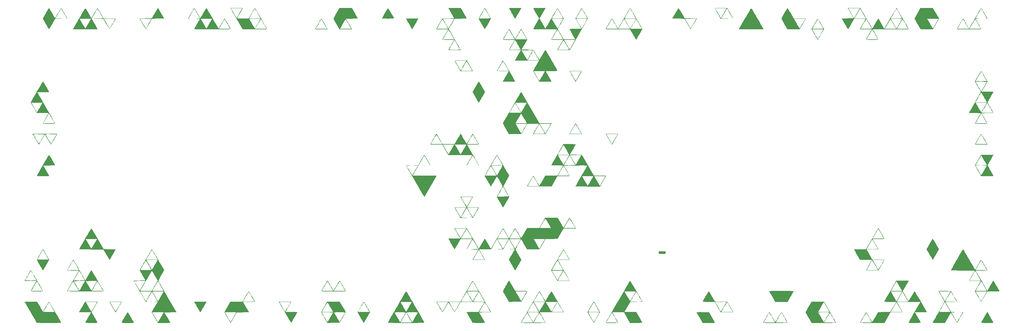
<source format=gto>
%TF.GenerationSoftware,KiCad,Pcbnew,(6.0.0-0)*%
%TF.CreationDate,2022-01-09T15:46:46+09:00*%
%TF.ProjectId,keyplate,6b657970-6c61-4746-952e-6b696361645f,rev?*%
%TF.SameCoordinates,Original*%
%TF.FileFunction,Legend,Top*%
%TF.FilePolarity,Positive*%
%FSLAX46Y46*%
G04 Gerber Fmt 4.6, Leading zero omitted, Abs format (unit mm)*
G04 Created by KiCad (PCBNEW (6.0.0-0)) date 2022-01-09 15:46:46*
%MOMM*%
%LPD*%
G01*
G04 APERTURE LIST*
%ADD10C,0.100000*%
G04 APERTURE END LIST*
D10*
X203146553Y-91427219D02*
X201146553Y-91424719D01*
X201146553Y-91424719D02*
X201146553Y-90799719D01*
X201146553Y-90799719D02*
X203146553Y-90799719D01*
X203146553Y-90799719D02*
X203146553Y-91427219D01*
G36*
X203146553Y-91427219D02*
G01*
X201146553Y-91424719D01*
X201146553Y-90799719D01*
X203146553Y-90799719D01*
X203146553Y-91427219D01*
G37*
X203146553Y-91427219D02*
X201146553Y-91424719D01*
X201146553Y-90799719D01*
X203146553Y-90799719D01*
X203146553Y-91427219D01*
%TO.C,G\u002A\u002A\u002A*%
G36*
X185543245Y-24387974D02*
G01*
X185685113Y-24127723D01*
X185863863Y-23807887D01*
X186068036Y-23448277D01*
X186286171Y-23068699D01*
X186506808Y-22688961D01*
X186718485Y-22328873D01*
X186909743Y-22008241D01*
X187069122Y-21746874D01*
X187185161Y-21564581D01*
X187246399Y-21481169D01*
X187251474Y-21478053D01*
X187299423Y-21536609D01*
X187406250Y-21700764D01*
X187561440Y-21953248D01*
X187754476Y-22276792D01*
X187974844Y-22654126D01*
X188099988Y-22871525D01*
X188333724Y-23278748D01*
X188547535Y-23649694D01*
X188730269Y-23965142D01*
X188870777Y-24205871D01*
X188957906Y-24352660D01*
X188977688Y-24384399D01*
X189005254Y-24395618D01*
X189052028Y-24363940D01*
X189123517Y-24280557D01*
X189225225Y-24136662D01*
X189362659Y-23923449D01*
X189541324Y-23632109D01*
X189766726Y-23253836D01*
X190044372Y-22779822D01*
X190379766Y-22201260D01*
X190730860Y-21591882D01*
X190989887Y-21591882D01*
X191023055Y-21661354D01*
X191114713Y-21830223D01*
X191253088Y-22078044D01*
X191426409Y-22384372D01*
X191622903Y-22728764D01*
X191830800Y-23090774D01*
X192038326Y-23449958D01*
X192233711Y-23785871D01*
X192405182Y-24078070D01*
X192540968Y-24306109D01*
X192629297Y-24449545D01*
X192658377Y-24489604D01*
X192695745Y-24427570D01*
X192793858Y-24260253D01*
X192942875Y-24004561D01*
X193132955Y-23677399D01*
X193354258Y-23295673D01*
X193518090Y-23012636D01*
X194365007Y-21548608D01*
X192677447Y-21548608D01*
X192206330Y-21550335D01*
X191785885Y-21555185D01*
X191435426Y-21562662D01*
X191174267Y-21572273D01*
X191021722Y-21583520D01*
X190989887Y-21591882D01*
X190730860Y-21591882D01*
X190778415Y-21509343D01*
X190817290Y-21441722D01*
X190817783Y-21440867D01*
X190989887Y-21440867D01*
X191057194Y-21451336D01*
X191246125Y-21460664D01*
X191537195Y-21468416D01*
X191910918Y-21474152D01*
X192347809Y-21477438D01*
X192647942Y-21478053D01*
X193114728Y-21476466D01*
X193530671Y-21472010D01*
X193876286Y-21465147D01*
X194132088Y-21456334D01*
X194278591Y-21446032D01*
X194305998Y-21438954D01*
X194272948Y-21371496D01*
X194181613Y-21204285D01*
X194043712Y-20957744D01*
X193870967Y-20652296D01*
X193675097Y-20308364D01*
X193467824Y-19946371D01*
X193260867Y-19586741D01*
X193065947Y-19249897D01*
X192894784Y-18956261D01*
X192759099Y-18726256D01*
X192670612Y-18580307D01*
X192641019Y-18537693D01*
X192580092Y-18638639D01*
X192466021Y-18834211D01*
X192310617Y-19103641D01*
X192125692Y-19426161D01*
X191923057Y-19781004D01*
X191714524Y-20147401D01*
X191511904Y-20504584D01*
X191327008Y-20831786D01*
X191171648Y-21108239D01*
X191057635Y-21313175D01*
X190996781Y-21425825D01*
X190989887Y-21440867D01*
X190817783Y-21440867D01*
X191163395Y-20841948D01*
X191489718Y-20280987D01*
X191789317Y-19770459D01*
X192055246Y-19321984D01*
X192280563Y-18947182D01*
X192458323Y-18657672D01*
X192581584Y-18465075D01*
X192643399Y-18381011D01*
X192647942Y-18378234D01*
X192694371Y-18437005D01*
X192802313Y-18604490D01*
X192963644Y-18866675D01*
X193170238Y-19209545D01*
X193413970Y-19619083D01*
X193686714Y-20081274D01*
X193980344Y-20582104D01*
X194286737Y-21107556D01*
X194597765Y-21643616D01*
X194905304Y-22176269D01*
X195201228Y-22691498D01*
X195477412Y-23175288D01*
X195725730Y-23613625D01*
X195938057Y-23992492D01*
X196106267Y-24297875D01*
X196222236Y-24515759D01*
X196277837Y-24632127D01*
X196281553Y-24645756D01*
X196247989Y-24724943D01*
X196154890Y-24903781D01*
X196013645Y-25162495D01*
X195835644Y-25481314D01*
X195632275Y-25840461D01*
X195414928Y-26220165D01*
X195194994Y-26600651D01*
X194983860Y-26962146D01*
X194792916Y-27284875D01*
X194633552Y-27549066D01*
X194517156Y-27734944D01*
X194455119Y-27822737D01*
X194449171Y-27827059D01*
X194405260Y-27768222D01*
X194301291Y-27603223D01*
X194147107Y-27348478D01*
X193952553Y-27020408D01*
X193727471Y-26635430D01*
X193529144Y-26292475D01*
X192646457Y-24758886D01*
X189031228Y-24740606D01*
X188102482Y-24734511D01*
X187310013Y-24726317D01*
X186654597Y-24716043D01*
X186137011Y-24703709D01*
X185758032Y-24689334D01*
X185518436Y-24672937D01*
X185419000Y-24654538D01*
X185415998Y-24650494D01*
X185444078Y-24582497D01*
X185554254Y-24582497D01*
X188946630Y-24582497D01*
X189147444Y-24582497D01*
X192544963Y-24582497D01*
X192761041Y-24582497D01*
X196143297Y-24582497D01*
X195947842Y-24243460D01*
X195847786Y-24069628D01*
X195693584Y-23801382D01*
X195501312Y-23466707D01*
X195287048Y-23093586D01*
X195117387Y-22798026D01*
X194912836Y-22444933D01*
X194731749Y-22138598D01*
X194585845Y-21898345D01*
X194486848Y-21743499D01*
X194447109Y-21693078D01*
X194403694Y-21752069D01*
X194300848Y-21916877D01*
X194148677Y-22170531D01*
X193957286Y-22496061D01*
X193736780Y-22876495D01*
X193586436Y-23138513D01*
X192761041Y-24582497D01*
X192544963Y-24582497D01*
X192349508Y-24243460D01*
X192249453Y-24069628D01*
X192095251Y-23801382D01*
X191902979Y-23466707D01*
X191688715Y-23093586D01*
X191519053Y-22798026D01*
X191314490Y-22444861D01*
X191133392Y-22138378D01*
X190987486Y-21897920D01*
X190888494Y-21742830D01*
X190848776Y-21692166D01*
X190804443Y-21750632D01*
X190702302Y-21912958D01*
X190553817Y-22160063D01*
X190370449Y-22472869D01*
X190163660Y-22832295D01*
X190160555Y-22837739D01*
X189939943Y-23223758D01*
X189730480Y-23588700D01*
X189547296Y-23906324D01*
X189405521Y-24150385D01*
X189327528Y-24282636D01*
X189147444Y-24582497D01*
X188946630Y-24582497D01*
X188731713Y-24212081D01*
X188623729Y-24025129D01*
X188462735Y-23745329D01*
X188265761Y-23402332D01*
X188049840Y-23025789D01*
X187901258Y-22766364D01*
X187700137Y-22418414D01*
X187522503Y-22117522D01*
X187380250Y-21883313D01*
X187285270Y-21735418D01*
X187250442Y-21692227D01*
X187205819Y-21750775D01*
X187103356Y-21912720D01*
X186954773Y-22158683D01*
X186771788Y-22469286D01*
X186580164Y-22800644D01*
X186360023Y-23184309D01*
X186149492Y-23550867D01*
X185964626Y-23872390D01*
X185821483Y-24120950D01*
X185749709Y-24245197D01*
X185554254Y-24582497D01*
X185444078Y-24582497D01*
X185449720Y-24568834D01*
X185543245Y-24387974D01*
G37*
G36*
X158955906Y-18374885D02*
G01*
X159398153Y-18378481D01*
X159771993Y-18384046D01*
X160058900Y-18391229D01*
X160240350Y-18399680D01*
X160298220Y-18408318D01*
X160264120Y-18484709D01*
X160169565Y-18660526D01*
X160026172Y-18916032D01*
X159845557Y-19231490D01*
X159639339Y-19587164D01*
X159419132Y-19963317D01*
X159196556Y-20340214D01*
X158983225Y-20698118D01*
X158790758Y-21017293D01*
X158630772Y-21278002D01*
X158514882Y-21460509D01*
X158454707Y-21545078D01*
X158449825Y-21548608D01*
X158376796Y-21495405D01*
X158297225Y-21389858D01*
X158182151Y-21200129D01*
X158024913Y-20932939D01*
X157837148Y-20608881D01*
X157630496Y-20248546D01*
X157416594Y-19872524D01*
X157207081Y-19501407D01*
X157013596Y-19155786D01*
X156847777Y-18856253D01*
X156721262Y-18623398D01*
X156645690Y-18477813D01*
X156629331Y-18438948D01*
X156697498Y-18419784D01*
X156892479Y-18403270D01*
X157199992Y-18389914D01*
X157605755Y-18380225D01*
X158095488Y-18374712D01*
X158463776Y-18373608D01*
X158955906Y-18374885D01*
G37*
G36*
X270034177Y-21445044D02*
G01*
X270381630Y-20845270D01*
X270709227Y-20285070D01*
X271010047Y-19775915D01*
X271277166Y-19329273D01*
X271503659Y-18956615D01*
X271682605Y-18669409D01*
X271807079Y-18479126D01*
X271870158Y-18397234D01*
X271875324Y-18394958D01*
X271921591Y-18458095D01*
X272029666Y-18629700D01*
X272191378Y-18895703D01*
X272398558Y-19242035D01*
X272643035Y-19654625D01*
X272916640Y-20119404D01*
X273211202Y-20622303D01*
X273518552Y-21149251D01*
X273830518Y-21686179D01*
X274138933Y-22219017D01*
X274435624Y-22733695D01*
X274712422Y-23216144D01*
X274961158Y-23652294D01*
X275173661Y-24028075D01*
X275341760Y-24329418D01*
X275457287Y-24542252D01*
X275512070Y-24652508D01*
X275515442Y-24663643D01*
X275446693Y-24673311D01*
X275247674Y-24682953D01*
X274929223Y-24692413D01*
X274502183Y-24701536D01*
X273977391Y-24710164D01*
X273365690Y-24718142D01*
X272677919Y-24725313D01*
X271924919Y-24731522D01*
X271117528Y-24736613D01*
X270266589Y-24740428D01*
X270158017Y-24740806D01*
X264800591Y-24758886D01*
X265640404Y-26205275D01*
X265877102Y-26616374D01*
X266088148Y-26989514D01*
X266263624Y-27306616D01*
X266393614Y-27549600D01*
X266468199Y-27700390D01*
X266482274Y-27739858D01*
X266451953Y-27767867D01*
X266351062Y-27789708D01*
X266166900Y-27805992D01*
X265886764Y-27817330D01*
X265497952Y-27824333D01*
X264987762Y-27827614D01*
X264649887Y-27828053D01*
X264157759Y-27826039D01*
X263715514Y-27820368D01*
X263341676Y-27811591D01*
X263054768Y-27800261D01*
X262873316Y-27786931D01*
X262815442Y-27773307D01*
X262849272Y-27699309D01*
X262878253Y-27644855D01*
X263027109Y-27644855D01*
X263094417Y-27656699D01*
X263283357Y-27667253D01*
X263574453Y-27676024D01*
X263948227Y-27682518D01*
X264385202Y-27686241D01*
X264686592Y-27686942D01*
X266346074Y-27686942D01*
X266150619Y-27347905D01*
X266050550Y-27174064D01*
X265896325Y-26905823D01*
X265704025Y-26571167D01*
X265489734Y-26198083D01*
X265320164Y-25902757D01*
X265092509Y-25509232D01*
X264922616Y-25225080D01*
X264800032Y-25036145D01*
X264714306Y-24928271D01*
X264654986Y-24887303D01*
X264611621Y-24899085D01*
X264593734Y-24918877D01*
X264528408Y-25019770D01*
X264410423Y-25214850D01*
X264252192Y-25482514D01*
X264066128Y-25801165D01*
X263864646Y-26149202D01*
X263660157Y-26505024D01*
X263465077Y-26847033D01*
X263291819Y-27153627D01*
X263152796Y-27403207D01*
X263060422Y-27574172D01*
X263027109Y-27644855D01*
X262878253Y-27644855D01*
X262944287Y-27520780D01*
X263090776Y-27255202D01*
X263279030Y-26920052D01*
X263499337Y-26532809D01*
X263662109Y-26249325D01*
X263898292Y-25838346D01*
X264109102Y-25469364D01*
X264284871Y-25159476D01*
X264415932Y-24925781D01*
X264492618Y-24785374D01*
X264508776Y-24751848D01*
X264441405Y-24744045D01*
X264252031Y-24737069D01*
X263959760Y-24731232D01*
X263583699Y-24726847D01*
X263142955Y-24724227D01*
X262784328Y-24723608D01*
X262305674Y-24721533D01*
X261875473Y-24715699D01*
X261513306Y-24706698D01*
X261238749Y-24695118D01*
X261071382Y-24681550D01*
X261028115Y-24670692D01*
X261053276Y-24597596D01*
X261086790Y-24529581D01*
X261212238Y-24529581D01*
X261271472Y-24544434D01*
X261452787Y-24557676D01*
X261737155Y-24568692D01*
X262105549Y-24576865D01*
X262538940Y-24581580D01*
X262846556Y-24582497D01*
X268377267Y-24582497D01*
X270041354Y-24582497D01*
X271973726Y-24582497D01*
X273638751Y-24582497D01*
X274106562Y-24580657D01*
X274523572Y-24575492D01*
X274870336Y-24567533D01*
X275127409Y-24557312D01*
X275275347Y-24545360D01*
X275303776Y-24536989D01*
X275270069Y-24462945D01*
X275177213Y-24288866D01*
X275037604Y-24036350D01*
X274863637Y-23726992D01*
X274667708Y-23382388D01*
X274462212Y-23024133D01*
X274259545Y-22673823D01*
X274072103Y-22353055D01*
X273912282Y-22083423D01*
X273792477Y-21886523D01*
X273725083Y-21783952D01*
X273720018Y-21777765D01*
X273675391Y-21774419D01*
X273600850Y-21843364D01*
X273488682Y-21995767D01*
X273331172Y-22242800D01*
X273120606Y-22595630D01*
X272940321Y-22906654D01*
X272716048Y-23296489D01*
X272507515Y-23658741D01*
X272328123Y-23970149D01*
X272191272Y-24207451D01*
X272110364Y-24347386D01*
X272106992Y-24353192D01*
X271973726Y-24582497D01*
X270041354Y-24582497D01*
X270509029Y-24580795D01*
X270925896Y-24576015D01*
X271272505Y-24568651D01*
X271529407Y-24559194D01*
X271677153Y-24548135D01*
X271705442Y-24540411D01*
X271671826Y-24469353D01*
X271579237Y-24298125D01*
X271440060Y-24048294D01*
X271266684Y-23741428D01*
X271071495Y-23399093D01*
X270866880Y-23042856D01*
X270665227Y-22694286D01*
X270478922Y-22374948D01*
X270320352Y-22106410D01*
X270201905Y-21910240D01*
X270136559Y-21808808D01*
X270097807Y-21774404D01*
X270049675Y-21782928D01*
X269981797Y-21848380D01*
X269883803Y-21984763D01*
X269745327Y-22206079D01*
X269556000Y-22526328D01*
X269379011Y-22831864D01*
X269156507Y-23217985D01*
X268946502Y-23583097D01*
X268763909Y-23901221D01*
X268623641Y-24146379D01*
X268546210Y-24282636D01*
X268377267Y-24582497D01*
X262846556Y-24582497D01*
X263313956Y-24580876D01*
X263730537Y-24576324D01*
X264076838Y-24569310D01*
X264333400Y-24560304D01*
X264480761Y-24549774D01*
X264508776Y-24542456D01*
X264475059Y-24471621D01*
X264382091Y-24300430D01*
X264242149Y-24050169D01*
X264067507Y-23742121D01*
X263870440Y-23397574D01*
X263663224Y-23037810D01*
X263458134Y-22684117D01*
X263267444Y-22357777D01*
X263103430Y-22080077D01*
X262978368Y-21872302D01*
X262904533Y-21755736D01*
X262892451Y-21739774D01*
X262847436Y-21785599D01*
X262744060Y-21934799D01*
X262593884Y-22168179D01*
X262408469Y-22466542D01*
X262199375Y-22810695D01*
X261978164Y-23181442D01*
X261756396Y-23559587D01*
X261545631Y-23925936D01*
X261357431Y-24261293D01*
X261212238Y-24529581D01*
X261086790Y-24529581D01*
X261140783Y-24420003D01*
X261281408Y-24155026D01*
X261465921Y-23819778D01*
X261685091Y-23431373D01*
X261870618Y-23108644D01*
X262111208Y-22692360D01*
X262326471Y-22318008D01*
X262506842Y-22002377D01*
X262642758Y-21762252D01*
X262724655Y-21614423D01*
X262744887Y-21574061D01*
X262677527Y-21567005D01*
X262488227Y-21560701D01*
X262196160Y-21555432D01*
X261820495Y-21551484D01*
X261380404Y-21549141D01*
X261031983Y-21548608D01*
X259319080Y-21548608D01*
X258438279Y-23077575D01*
X258193578Y-23498042D01*
X257968634Y-23876413D01*
X257773852Y-24195837D01*
X257619637Y-24439464D01*
X257516393Y-24590443D01*
X257477767Y-24633111D01*
X257427750Y-24580811D01*
X257319441Y-24425756D01*
X257164686Y-24187640D01*
X256975330Y-23886155D01*
X256763216Y-23540993D01*
X256540191Y-23171849D01*
X256318097Y-22798414D01*
X256108781Y-22440382D01*
X255924086Y-22117445D01*
X255775857Y-21849295D01*
X255675940Y-21655627D01*
X255645254Y-21586397D01*
X255647561Y-21553313D01*
X255692956Y-21527288D01*
X255796583Y-21507228D01*
X255973584Y-21492040D01*
X256239102Y-21480631D01*
X256348197Y-21478053D01*
X259366887Y-21478053D01*
X262756951Y-21478053D01*
X262588008Y-21178192D01*
X262328069Y-20719724D01*
X262068402Y-20267005D01*
X261818697Y-19836424D01*
X261588646Y-19444368D01*
X261387939Y-19107226D01*
X261226268Y-18841385D01*
X261113323Y-18663234D01*
X261058795Y-18589160D01*
X261056335Y-18588030D01*
X261011570Y-18647423D01*
X260907526Y-18812652D01*
X260754368Y-19066712D01*
X260562264Y-19392599D01*
X260341379Y-19773309D01*
X260191581Y-20034419D01*
X259366887Y-21478053D01*
X256348197Y-21478053D01*
X256608280Y-21471907D01*
X257096260Y-21464775D01*
X257372940Y-21461640D01*
X259141260Y-21442775D01*
X258266248Y-19925831D01*
X257446513Y-18504717D01*
X257606090Y-18504717D01*
X257646632Y-18580811D01*
X257747469Y-18761112D01*
X257898378Y-19027605D01*
X258089134Y-19362269D01*
X258309511Y-19747089D01*
X258440998Y-19975950D01*
X259252387Y-21386631D01*
X259363641Y-21203036D01*
X259432333Y-21086778D01*
X259558724Y-20870117D01*
X259730109Y-20574940D01*
X259933782Y-20223138D01*
X260157036Y-19836599D01*
X260192668Y-19774825D01*
X260409566Y-19396706D01*
X260600158Y-19060583D01*
X260753897Y-18785378D01*
X260860233Y-18590015D01*
X260908619Y-18493417D01*
X260910442Y-18487186D01*
X260843130Y-18475094D01*
X260654159Y-18464317D01*
X260362981Y-18455356D01*
X259989047Y-18448714D01*
X259551806Y-18444895D01*
X259246507Y-18444164D01*
X258780505Y-18446606D01*
X258366836Y-18453462D01*
X258024585Y-18464029D01*
X257772837Y-18477601D01*
X257630677Y-18493474D01*
X257606090Y-18504717D01*
X257446513Y-18504717D01*
X257391235Y-18408886D01*
X259239033Y-18390018D01*
X259817402Y-18385371D01*
X260269587Y-18385033D01*
X260610467Y-18389608D01*
X260854920Y-18399702D01*
X261017825Y-18415918D01*
X261114059Y-18438861D01*
X261157674Y-18467968D01*
X261206230Y-18546982D01*
X261317976Y-18735974D01*
X261485737Y-19022602D01*
X261702340Y-19394528D01*
X261960611Y-19839413D01*
X262253377Y-20344915D01*
X262573464Y-20898696D01*
X262913697Y-21488417D01*
X262921563Y-21502062D01*
X263260706Y-22088130D01*
X263579470Y-22634524D01*
X263870817Y-23129492D01*
X264127707Y-23561287D01*
X264343101Y-23918157D01*
X264509962Y-24188353D01*
X264621249Y-24360126D01*
X264669925Y-24421725D01*
X264670598Y-24421699D01*
X264720216Y-24358099D01*
X264829257Y-24189110D01*
X264987253Y-23931930D01*
X265183739Y-23603758D01*
X265408247Y-23221792D01*
X265558629Y-22962546D01*
X265795809Y-22555362D01*
X266012131Y-22191055D01*
X266197014Y-21886874D01*
X266339878Y-21660068D01*
X266430143Y-21527885D01*
X266455140Y-21500988D01*
X266506438Y-21554047D01*
X266616766Y-21713814D01*
X266775961Y-21964012D01*
X266973861Y-22288365D01*
X267200303Y-22670599D01*
X267390829Y-22999540D01*
X268262049Y-24518136D01*
X269954112Y-21583886D01*
X270169407Y-21583886D01*
X271016499Y-23050598D01*
X271863591Y-24517311D01*
X272703927Y-23058666D01*
X272937866Y-22649639D01*
X273144502Y-22282651D01*
X273314475Y-21974804D01*
X273438421Y-21743198D01*
X273506981Y-21604931D01*
X273517255Y-21573013D01*
X273442102Y-21566173D01*
X273245748Y-21561554D01*
X272948085Y-21559253D01*
X272569005Y-21559365D01*
X272128402Y-21561984D01*
X271829827Y-21564946D01*
X270169407Y-21583886D01*
X269954112Y-21583886D01*
X270015142Y-21478053D01*
X270161887Y-21478053D01*
X271855051Y-21478053D01*
X272325057Y-21475956D01*
X272742642Y-21470064D01*
X273088947Y-21460977D01*
X273345111Y-21449294D01*
X273492274Y-21435614D01*
X273520313Y-21425136D01*
X273412794Y-21227777D01*
X273260710Y-20957477D01*
X273076002Y-20634572D01*
X272870609Y-20279398D01*
X272656471Y-19912291D01*
X272445528Y-19553588D01*
X272249719Y-19223624D01*
X272080984Y-18942735D01*
X271951263Y-18731258D01*
X271872496Y-18609529D01*
X271854590Y-18588030D01*
X271808900Y-18647436D01*
X271704019Y-18812698D01*
X271550155Y-19066806D01*
X271357515Y-19392752D01*
X271136308Y-19773525D01*
X270986581Y-20034419D01*
X270161887Y-21478053D01*
X270015142Y-21478053D01*
X270034177Y-21445044D01*
G37*
G36*
X46774331Y-21516440D02*
G01*
X46841781Y-21506029D01*
X47031711Y-21495339D01*
X47325493Y-21484933D01*
X47704500Y-21475374D01*
X48150102Y-21467225D01*
X48588464Y-21461605D01*
X50402597Y-21442775D01*
X51287214Y-19908797D01*
X51531481Y-19490761D01*
X51755486Y-19117901D01*
X51949029Y-18806352D01*
X52101911Y-18572253D01*
X52203931Y-18431739D01*
X52242387Y-18397639D01*
X52295611Y-18462614D01*
X52408492Y-18633510D01*
X52570785Y-18893669D01*
X52772242Y-19226432D01*
X53002617Y-19615141D01*
X53207624Y-19966894D01*
X54102305Y-21513331D01*
X52290402Y-21532956D01*
X50478498Y-21552582D01*
X49596553Y-23100628D01*
X49353105Y-23522850D01*
X49129283Y-23901384D01*
X48935288Y-24219750D01*
X48781318Y-24461469D01*
X48677575Y-24610063D01*
X48637048Y-24650863D01*
X48582150Y-24592763D01*
X48468131Y-24428122D01*
X48305236Y-24173286D01*
X48103707Y-23844601D01*
X47873788Y-23458412D01*
X47666909Y-23102749D01*
X47424112Y-22679676D01*
X47206437Y-22297765D01*
X47023298Y-21973750D01*
X46884111Y-21724361D01*
X46807824Y-21583886D01*
X46937225Y-21583886D01*
X47783155Y-23049518D01*
X48019462Y-23457142D01*
X48231564Y-23819581D01*
X48409665Y-24120380D01*
X48543972Y-24343083D01*
X48624691Y-24471234D01*
X48644037Y-24495907D01*
X48681947Y-24431966D01*
X48780262Y-24262909D01*
X48929032Y-24005942D01*
X49118303Y-23678269D01*
X49338124Y-23297094D01*
X49485554Y-23041159D01*
X49717309Y-22635346D01*
X49921452Y-22271486D01*
X50088586Y-21966863D01*
X50209314Y-21738759D01*
X50274236Y-21604459D01*
X50282293Y-21575830D01*
X50206317Y-21568189D01*
X50009201Y-21562861D01*
X49710901Y-21559977D01*
X49331371Y-21559663D01*
X48890567Y-21562049D01*
X48594847Y-21564946D01*
X46937225Y-21583886D01*
X46807824Y-21583886D01*
X46798291Y-21566332D01*
X46774331Y-21516440D01*
G37*
G36*
X13922521Y-108125502D02*
G01*
X13631461Y-107621552D01*
X13361709Y-107153705D01*
X13121604Y-106736361D01*
X12919489Y-106383916D01*
X12763703Y-106110768D01*
X12662588Y-105931315D01*
X12634557Y-105880136D01*
X12549922Y-105721386D01*
X16282763Y-105721386D01*
X17145150Y-107220692D01*
X17383650Y-107635248D01*
X17597548Y-108006874D01*
X17777209Y-108318843D01*
X17912998Y-108554430D01*
X17995282Y-108696909D01*
X18016078Y-108732595D01*
X18052009Y-108677690D01*
X18148566Y-108516650D01*
X18296202Y-108265766D01*
X18485370Y-107941329D01*
X18706524Y-107559631D01*
X18896483Y-107230209D01*
X19138732Y-106814833D01*
X19360689Y-106444803D01*
X19552105Y-106136358D01*
X19702731Y-105905741D01*
X19802317Y-105769191D01*
X19837928Y-105738418D01*
X19883665Y-105801329D01*
X19991335Y-105972666D01*
X20152773Y-106238390D01*
X20359813Y-106584458D01*
X20604291Y-106996830D01*
X20878040Y-107461464D01*
X21172895Y-107964320D01*
X21480691Y-108491356D01*
X21793262Y-109028530D01*
X22102443Y-109561802D01*
X22400069Y-110077130D01*
X22677974Y-110560473D01*
X22927993Y-110997790D01*
X23141960Y-111375040D01*
X23311710Y-111678181D01*
X23429078Y-111893173D01*
X23485897Y-112005973D01*
X23489972Y-112018469D01*
X23421815Y-112028692D01*
X23225722Y-112038265D01*
X22914865Y-112046995D01*
X22502417Y-112054690D01*
X22001553Y-112061158D01*
X21425445Y-112066207D01*
X20787266Y-112069643D01*
X20100191Y-112071276D01*
X19866026Y-112071386D01*
X19016779Y-112070650D01*
X18299238Y-112068292D01*
X17704003Y-112064087D01*
X17221677Y-112057813D01*
X16842859Y-112049243D01*
X16558151Y-112038155D01*
X16358154Y-112024323D01*
X16233470Y-112007524D01*
X16174699Y-111987532D01*
X16170076Y-111983192D01*
X16124680Y-111910084D01*
X16017185Y-111729101D01*
X15855931Y-111454642D01*
X15649258Y-111101105D01*
X15405508Y-110682886D01*
X15133021Y-110214384D01*
X14840138Y-109709997D01*
X14535200Y-109184122D01*
X14327705Y-108825831D01*
X18125921Y-108825831D01*
X21529381Y-108825831D01*
X21395742Y-108596525D01*
X21319323Y-108464683D01*
X21185925Y-108233795D01*
X21008965Y-107927114D01*
X20801860Y-107567893D01*
X20578027Y-107179383D01*
X20561183Y-107150136D01*
X20345633Y-106778938D01*
X20153243Y-106453474D01*
X19995179Y-106192157D01*
X19882607Y-106013401D01*
X19826694Y-105935618D01*
X19823547Y-105933760D01*
X19778411Y-105992137D01*
X19675424Y-106153879D01*
X19526354Y-106399607D01*
X19342970Y-106709945D01*
X19151831Y-107039753D01*
X18931478Y-107423311D01*
X18720770Y-107790100D01*
X18535809Y-108112089D01*
X18392697Y-108361245D01*
X18321376Y-108485435D01*
X18125921Y-108825831D01*
X14327705Y-108825831D01*
X14226548Y-108651158D01*
X13922521Y-108125502D01*
G37*
G36*
X126056423Y-65208481D02*
G01*
X126124519Y-65186769D01*
X126253216Y-65171432D01*
X126458059Y-65161376D01*
X126754594Y-65155508D01*
X127158364Y-65152732D01*
X127684915Y-65151954D01*
X127793359Y-65151942D01*
X129593595Y-65151942D01*
X129736017Y-65151942D01*
X133142503Y-65151942D01*
X132909111Y-64744390D01*
X132541509Y-64103170D01*
X132237939Y-63575328D01*
X131992861Y-63151471D01*
X131800739Y-62822208D01*
X131656035Y-62578145D01*
X131553212Y-62409892D01*
X131486731Y-62308054D01*
X131451056Y-62263241D01*
X131443857Y-62259164D01*
X131397980Y-62317268D01*
X131294487Y-62478499D01*
X131145366Y-62723230D01*
X130962604Y-63031838D01*
X130786643Y-63335136D01*
X130566647Y-63717444D01*
X130354057Y-64086337D01*
X130165948Y-64412226D01*
X130019391Y-64665526D01*
X129951995Y-64781525D01*
X129736017Y-65151942D01*
X129593595Y-65151942D01*
X130488498Y-63599719D01*
X130733913Y-63177862D01*
X130958190Y-62799596D01*
X131151304Y-62481248D01*
X131303228Y-62239146D01*
X131403936Y-62089618D01*
X131441693Y-62047497D01*
X131488159Y-62105457D01*
X131592801Y-62266040D01*
X131743869Y-62509305D01*
X131929610Y-62815309D01*
X132138275Y-63164111D01*
X132358112Y-63535766D01*
X132577370Y-63910333D01*
X132784299Y-64267870D01*
X132967146Y-64588434D01*
X133114161Y-64852083D01*
X133213594Y-65038874D01*
X133249435Y-65115379D01*
X133248190Y-65148389D01*
X133205940Y-65173946D01*
X133107558Y-65192971D01*
X132937918Y-65206387D01*
X132681892Y-65215116D01*
X132324354Y-65220081D01*
X131850177Y-65222204D01*
X131492623Y-65222497D01*
X129694707Y-65222497D01*
X128856880Y-66678801D01*
X128620583Y-67090330D01*
X128408116Y-67461879D01*
X128229533Y-67775746D01*
X128094885Y-68014227D01*
X128014224Y-68159620D01*
X127995535Y-68195746D01*
X128059203Y-68207541D01*
X128250817Y-68218580D01*
X128557211Y-68228636D01*
X128965220Y-68237484D01*
X129461680Y-68244900D01*
X130033426Y-68250658D01*
X130667293Y-68254533D01*
X131350115Y-68256300D01*
X131540951Y-68256386D01*
X132235668Y-68257072D01*
X132885745Y-68259042D01*
X133477902Y-68262163D01*
X133998856Y-68266300D01*
X134435327Y-68271321D01*
X134774033Y-68277092D01*
X135001692Y-68283480D01*
X135105023Y-68290351D01*
X135109887Y-68292227D01*
X135075695Y-68362349D01*
X134978506Y-68539561D01*
X134826397Y-68809956D01*
X134627447Y-69159627D01*
X134389735Y-69574665D01*
X134121339Y-70041163D01*
X133830337Y-70545214D01*
X133524808Y-71072910D01*
X133212829Y-71610344D01*
X132902480Y-72143608D01*
X132601838Y-72658795D01*
X132318983Y-73141997D01*
X132061992Y-73579306D01*
X131838944Y-73956816D01*
X131657917Y-74260618D01*
X131526989Y-74476806D01*
X131454240Y-74591470D01*
X131442217Y-74606386D01*
X131401239Y-74546800D01*
X131295433Y-74374332D01*
X131130330Y-74098421D01*
X130911461Y-73728504D01*
X130644358Y-73274018D01*
X130334553Y-72744401D01*
X129987577Y-72149091D01*
X129608961Y-71497524D01*
X129204238Y-70799139D01*
X128778937Y-70063372D01*
X128743877Y-70002636D01*
X128316121Y-69260995D01*
X127908460Y-68553124D01*
X127526478Y-67888779D01*
X127175754Y-67277720D01*
X126861870Y-66729703D01*
X126590409Y-66254487D01*
X126366952Y-65861829D01*
X126197079Y-65561487D01*
X126086373Y-65363218D01*
X126040415Y-65276781D01*
X126039858Y-65275414D01*
X126036833Y-65257775D01*
X126151124Y-65257775D01*
X126974744Y-66686525D01*
X127209286Y-67090345D01*
X127421491Y-67449918D01*
X127601050Y-67748246D01*
X127737653Y-67968327D01*
X127820988Y-68093160D01*
X127841251Y-68115275D01*
X127887059Y-68056795D01*
X127992379Y-67892691D01*
X128146904Y-67639968D01*
X128340330Y-67315633D01*
X128562350Y-66936689D01*
X128707109Y-66686525D01*
X129530079Y-65257775D01*
X128686372Y-65237964D01*
X128236956Y-65231351D01*
X127725812Y-65229924D01*
X127232231Y-65233684D01*
X126996894Y-65237964D01*
X126151124Y-65257775D01*
X126036833Y-65257775D01*
X126033385Y-65237665D01*
X126056423Y-65208481D01*
G37*
G36*
X295268822Y-102493469D02*
G01*
X295431682Y-102493469D01*
X295490925Y-102508312D01*
X295672262Y-102521547D01*
X295956679Y-102532559D01*
X296325162Y-102540735D01*
X296758697Y-102545458D01*
X297068483Y-102546386D01*
X298733185Y-102546386D01*
X298648893Y-102387636D01*
X298573216Y-102250491D01*
X298444797Y-102023405D01*
X298277166Y-101729796D01*
X298083851Y-101393083D01*
X297878381Y-101036685D01*
X297674286Y-100684020D01*
X297485094Y-100358509D01*
X297324334Y-100083568D01*
X297205536Y-99882618D01*
X297142227Y-99779078D01*
X297140158Y-99775988D01*
X297105119Y-99748859D01*
X297056141Y-99767132D01*
X296984351Y-99843572D01*
X296880876Y-99990947D01*
X296736842Y-100222024D01*
X296543375Y-100549572D01*
X296291601Y-100986356D01*
X296257466Y-101045988D01*
X296027369Y-101448334D01*
X295820805Y-101809864D01*
X295648075Y-102112521D01*
X295519481Y-102338249D01*
X295445324Y-102468991D01*
X295431682Y-102493469D01*
X295268822Y-102493469D01*
X296073012Y-101103645D01*
X296952869Y-99583053D01*
X295186482Y-99583053D01*
X294641822Y-99582485D01*
X294222473Y-99580029D01*
X293912637Y-99574561D01*
X293696516Y-99564954D01*
X293558313Y-99550083D01*
X293482228Y-99528820D01*
X293452465Y-99500041D01*
X293453225Y-99462620D01*
X293454032Y-99459581D01*
X293462240Y-99441942D01*
X293574810Y-99441942D01*
X296955236Y-99441942D01*
X296174901Y-98083747D01*
X295943979Y-97684125D01*
X295732937Y-97323252D01*
X295553051Y-97020059D01*
X295415595Y-96793476D01*
X295331844Y-96662437D01*
X295315143Y-96640170D01*
X295267755Y-96637973D01*
X295189108Y-96712896D01*
X295071252Y-96876240D01*
X294906237Y-97139305D01*
X294686112Y-97513391D01*
X294620182Y-97627948D01*
X294400928Y-98009958D01*
X294189093Y-98378591D01*
X294001752Y-98704167D01*
X293855979Y-98957006D01*
X293789727Y-99071525D01*
X293574810Y-99441942D01*
X293462240Y-99441942D01*
X293498016Y-99365057D01*
X293602735Y-99167704D01*
X293757669Y-98886492D01*
X293952299Y-98540393D01*
X294176105Y-98148377D01*
X294304970Y-97924997D01*
X295121972Y-96513886D01*
X291618651Y-96495580D01*
X290928293Y-96490903D01*
X290280870Y-96484452D01*
X289690067Y-96476507D01*
X289169572Y-96467352D01*
X288733071Y-96457267D01*
X288394253Y-96446535D01*
X288166802Y-96435437D01*
X288064408Y-96424255D01*
X288060388Y-96422332D01*
X288084417Y-96353456D01*
X288126057Y-96269489D01*
X295423868Y-96269489D01*
X295484391Y-96292066D01*
X295676785Y-96310527D01*
X295991857Y-96324489D01*
X296420417Y-96333573D01*
X296953272Y-96337397D01*
X297064285Y-96337497D01*
X297531938Y-96336304D01*
X297948783Y-96332953D01*
X298295368Y-96327789D01*
X298552242Y-96321159D01*
X298699955Y-96313406D01*
X298728220Y-96307992D01*
X298694505Y-96241166D01*
X298599863Y-96069490D01*
X298454052Y-95810243D01*
X298266828Y-95480709D01*
X298047946Y-95098168D01*
X297897026Y-94835711D01*
X297065832Y-93392936D01*
X296256609Y-94797208D01*
X296024254Y-95201562D01*
X295815916Y-95566293D01*
X295641871Y-95873234D01*
X295512395Y-96104219D01*
X295437761Y-96241080D01*
X295423868Y-96269489D01*
X288126057Y-96269489D01*
X288171938Y-96176969D01*
X288314916Y-95906903D01*
X288505320Y-95557289D01*
X288735115Y-95142158D01*
X288996270Y-94675540D01*
X289280750Y-94171467D01*
X289580523Y-93643969D01*
X289887556Y-93107079D01*
X290193816Y-92574826D01*
X290491270Y-92061242D01*
X290771884Y-91580358D01*
X291027626Y-91146205D01*
X291250462Y-90772814D01*
X291432361Y-90474216D01*
X291565287Y-90264442D01*
X291641210Y-90157523D01*
X291653224Y-90146848D01*
X291701547Y-90201372D01*
X291812785Y-90366946D01*
X291979959Y-90632035D01*
X292196090Y-90985104D01*
X292454200Y-91414618D01*
X292747310Y-91909041D01*
X293068442Y-92456838D01*
X293410616Y-93046474D01*
X293475883Y-93159595D01*
X293820617Y-93756277D01*
X294144421Y-94314114D01*
X294440439Y-94821476D01*
X294701810Y-95266732D01*
X294921678Y-95638249D01*
X295093183Y-95924396D01*
X295209468Y-96113543D01*
X295263673Y-96194056D01*
X295266343Y-96196115D01*
X295310996Y-96137436D01*
X295415157Y-95972722D01*
X295568790Y-95718722D01*
X295761858Y-95392184D01*
X295984323Y-95009856D01*
X296152942Y-94716645D01*
X296391237Y-94306017D01*
X296609396Y-93940868D01*
X296797044Y-93637700D01*
X296943802Y-93413019D01*
X297039293Y-93283327D01*
X297070164Y-93257924D01*
X297128173Y-93323386D01*
X297240913Y-93490951D01*
X297397041Y-93740781D01*
X297585208Y-94053036D01*
X297794068Y-94407875D01*
X298012276Y-94785458D01*
X298228485Y-95165947D01*
X298431347Y-95529500D01*
X298609518Y-95856279D01*
X298751650Y-96126442D01*
X298846397Y-96320150D01*
X298882413Y-96417564D01*
X298881065Y-96424402D01*
X298798932Y-96439526D01*
X298595661Y-96454469D01*
X298291223Y-96468431D01*
X297905591Y-96480611D01*
X297458736Y-96490209D01*
X297120648Y-96494958D01*
X295411721Y-96513886D01*
X297137471Y-99504069D01*
X298863221Y-102494251D01*
X299025026Y-102221421D01*
X299110666Y-102075431D01*
X299252787Y-101831376D01*
X299437359Y-101513425D01*
X299650353Y-101145746D01*
X299877742Y-100752506D01*
X299892387Y-100727156D01*
X300110422Y-100353993D01*
X300307134Y-100025423D01*
X300470942Y-99760139D01*
X300590263Y-99576834D01*
X300653515Y-99494201D01*
X300658011Y-99491470D01*
X300703899Y-99546313D01*
X300808730Y-99703725D01*
X300960791Y-99944130D01*
X301148368Y-100247948D01*
X301359750Y-100595603D01*
X301583223Y-100967515D01*
X301807075Y-101344107D01*
X302019592Y-101705801D01*
X302209061Y-102033019D01*
X302363771Y-102306183D01*
X302472007Y-102505715D01*
X302517320Y-102599303D01*
X302500039Y-102627135D01*
X302414270Y-102648833D01*
X302247218Y-102665026D01*
X301986088Y-102676345D01*
X301618085Y-102683421D01*
X301130413Y-102686884D01*
X300727768Y-102687497D01*
X298902218Y-102687497D01*
X298021469Y-104216290D01*
X297777269Y-104636250D01*
X297553434Y-105013756D01*
X297360253Y-105332052D01*
X297208011Y-105574385D01*
X297106997Y-105724000D01*
X297070164Y-105765627D01*
X297017620Y-105712474D01*
X296906124Y-105552174D01*
X296745652Y-105300712D01*
X296546180Y-104974073D01*
X296317682Y-104588241D01*
X296096382Y-104205204D01*
X295249785Y-102723361D01*
X295412109Y-102723361D01*
X295445734Y-102790068D01*
X295539547Y-102960290D01*
X295682954Y-103215468D01*
X295865361Y-103537045D01*
X296076172Y-103906460D01*
X296304795Y-104305154D01*
X296540634Y-104714569D01*
X296773096Y-105116146D01*
X296991585Y-105491325D01*
X297016254Y-105533506D01*
X297035600Y-105557610D01*
X297061698Y-105556659D01*
X297103176Y-105517385D01*
X297168661Y-105426520D01*
X297266782Y-105270794D01*
X297406165Y-105036941D01*
X297595438Y-104711692D01*
X297843229Y-104281777D01*
X297942934Y-104108374D01*
X298169801Y-103712548D01*
X298370975Y-103359304D01*
X298536445Y-103066406D01*
X298656198Y-102851622D01*
X298720223Y-102732717D01*
X298728220Y-102714902D01*
X298660912Y-102707187D01*
X298471980Y-102700312D01*
X298180909Y-102694599D01*
X297807184Y-102690372D01*
X297370291Y-102687950D01*
X297070164Y-102687497D01*
X296603378Y-102688953D01*
X296187434Y-102693040D01*
X295841819Y-102699336D01*
X295586018Y-102707419D01*
X295439515Y-102716869D01*
X295412109Y-102723361D01*
X295249785Y-102723361D01*
X295193155Y-102624238D01*
X295268822Y-102493469D01*
G37*
G36*
X185579840Y-111671677D02*
G01*
X185744182Y-111377561D01*
X185961652Y-110992668D01*
X186226513Y-110526915D01*
X186533027Y-109990216D01*
X186875455Y-109392489D01*
X187248060Y-108743649D01*
X187645103Y-108053612D01*
X188060848Y-107332295D01*
X188489556Y-106589612D01*
X188925488Y-105835481D01*
X188991532Y-105721386D01*
X192739837Y-105721386D01*
X194444304Y-105721386D01*
X194915929Y-105719303D01*
X195335176Y-105713448D01*
X195683251Y-105704415D01*
X195941362Y-105692798D01*
X196090715Y-105679189D01*
X196120345Y-105668469D01*
X195996885Y-105444019D01*
X195832432Y-105152771D01*
X195638824Y-104814888D01*
X195427899Y-104450533D01*
X195211495Y-104079867D01*
X195001450Y-103723053D01*
X194809602Y-103400253D01*
X194647790Y-103131629D01*
X194527851Y-102937343D01*
X194461623Y-102837557D01*
X194452941Y-102828608D01*
X194405957Y-102886888D01*
X194300579Y-103049431D01*
X194148095Y-103297797D01*
X193959792Y-103613542D01*
X193746957Y-103978224D01*
X193708035Y-104045692D01*
X193483497Y-104435443D01*
X193274696Y-104797626D01*
X193095049Y-105108988D01*
X192957971Y-105346275D01*
X192876880Y-105486235D01*
X192873475Y-105492081D01*
X192739837Y-105721386D01*
X188991532Y-105721386D01*
X189362908Y-105079816D01*
X189796076Y-104332535D01*
X190219256Y-103603553D01*
X190626709Y-102902786D01*
X190718065Y-102745953D01*
X191001646Y-102745953D01*
X191068428Y-102883546D01*
X191189104Y-103105065D01*
X191351437Y-103390252D01*
X191543192Y-103718847D01*
X191752135Y-104070590D01*
X191966030Y-104425223D01*
X192172641Y-104762486D01*
X192359735Y-105062120D01*
X192515075Y-105303865D01*
X192626426Y-105467463D01*
X192681554Y-105532654D01*
X192684496Y-105532449D01*
X192734102Y-105456752D01*
X192843072Y-105277070D01*
X193000520Y-105011801D01*
X193195561Y-104679341D01*
X193417309Y-104298088D01*
X193522142Y-104116833D01*
X193749261Y-103721928D01*
X193950544Y-103368987D01*
X194115905Y-103075943D01*
X194235257Y-102860727D01*
X194298513Y-102741270D01*
X194305998Y-102723361D01*
X194238685Y-102713281D01*
X194049713Y-102704297D01*
X193758534Y-102696827D01*
X193384598Y-102691290D01*
X192947356Y-102688106D01*
X192642063Y-102687497D01*
X192176060Y-102689855D01*
X191762391Y-102696474D01*
X191420139Y-102706674D01*
X191168391Y-102719776D01*
X191026232Y-102735100D01*
X191001646Y-102745953D01*
X190718065Y-102745953D01*
X191012698Y-102240150D01*
X191371484Y-101625562D01*
X191697329Y-101068936D01*
X191984495Y-100580189D01*
X192227246Y-100169238D01*
X192419841Y-99845998D01*
X192556545Y-99620384D01*
X192631618Y-99502314D01*
X192644233Y-99486709D01*
X192688392Y-99543964D01*
X192794455Y-99709742D01*
X192954279Y-99970068D01*
X193159723Y-100310964D01*
X193402644Y-100718457D01*
X193674899Y-101178568D01*
X193968348Y-101677324D01*
X194274847Y-102200748D01*
X194586254Y-102734865D01*
X194894427Y-103265698D01*
X195191224Y-103779272D01*
X195468503Y-104261611D01*
X195718121Y-104698739D01*
X195931937Y-105076681D01*
X196101807Y-105381460D01*
X196219591Y-105599102D01*
X196277145Y-105715630D01*
X196281553Y-105730023D01*
X196214124Y-105746821D01*
X196024330Y-105761888D01*
X195730915Y-105774576D01*
X195352621Y-105784237D01*
X194908191Y-105790225D01*
X194489609Y-105791942D01*
X192697665Y-105791942D01*
X191843776Y-107272600D01*
X191606376Y-107685691D01*
X191394354Y-108057376D01*
X191217354Y-108370518D01*
X191085025Y-108607979D01*
X191007013Y-108752622D01*
X190989887Y-108789545D01*
X191057287Y-108799482D01*
X191246867Y-108808380D01*
X191539700Y-108815849D01*
X191916856Y-108821498D01*
X192359406Y-108824935D01*
X192746874Y-108825831D01*
X194503861Y-108825831D01*
X195392707Y-110368830D01*
X195635572Y-110793479D01*
X195853140Y-111179738D01*
X196035904Y-111510248D01*
X196174355Y-111767649D01*
X196258985Y-111934583D01*
X196281553Y-111991607D01*
X196234517Y-112018100D01*
X196087705Y-112038812D01*
X195832558Y-112054118D01*
X195460521Y-112064389D01*
X194963036Y-112070001D01*
X194452851Y-112071386D01*
X192624148Y-112071386D01*
X191718823Y-110486540D01*
X190813498Y-108901695D01*
X189102526Y-108899040D01*
X188628002Y-108900160D01*
X188204018Y-108904716D01*
X187849752Y-108912212D01*
X187584388Y-108922147D01*
X187427105Y-108934023D01*
X187391553Y-108943520D01*
X187425497Y-109015275D01*
X187520821Y-109191511D01*
X187667764Y-109454842D01*
X187856565Y-109787884D01*
X188077462Y-110173251D01*
X188238220Y-110451478D01*
X188475552Y-110864167D01*
X188687200Y-111238328D01*
X188863350Y-111556104D01*
X188994185Y-111799637D01*
X189069889Y-111951069D01*
X189084887Y-111991844D01*
X189037301Y-112018210D01*
X188888974Y-112038846D01*
X188631550Y-112054116D01*
X188256676Y-112064378D01*
X187755996Y-112069995D01*
X187242213Y-112071386D01*
X186684533Y-112070850D01*
X186252476Y-112068538D01*
X185930558Y-112063391D01*
X185703293Y-112054354D01*
X185555196Y-112040369D01*
X185470782Y-112020379D01*
X185434564Y-111993326D01*
X185431059Y-111958155D01*
X185433494Y-111947914D01*
X185442199Y-111930275D01*
X185554254Y-111930275D01*
X188946630Y-111930275D01*
X188751175Y-111591238D01*
X188651120Y-111417405D01*
X188496917Y-111149160D01*
X188304645Y-110814485D01*
X188090382Y-110441364D01*
X187920720Y-110145804D01*
X187716144Y-109792575D01*
X187535038Y-109485959D01*
X187389129Y-109245315D01*
X187290143Y-109090007D01*
X187250442Y-109039124D01*
X187205739Y-109097179D01*
X187103506Y-109258437D01*
X186955639Y-109503251D01*
X186774033Y-109811970D01*
X186599627Y-110114141D01*
X186380549Y-110496560D01*
X186168866Y-110865546D01*
X185981609Y-111191446D01*
X185835811Y-111444609D01*
X185769172Y-111559858D01*
X185554254Y-111930275D01*
X185442199Y-111930275D01*
X185474365Y-111865100D01*
X185579840Y-111671677D01*
G37*
G36*
X176430088Y-21434779D02*
G01*
X176596553Y-21434779D01*
X176663860Y-21446962D01*
X176852790Y-21457817D01*
X177143859Y-21466838D01*
X177517581Y-21473514D01*
X177954471Y-21477337D01*
X178254609Y-21478053D01*
X178721395Y-21476597D01*
X179137339Y-21472510D01*
X179482954Y-21466214D01*
X179738756Y-21458131D01*
X179885258Y-21448681D01*
X179912664Y-21442189D01*
X179878896Y-21373257D01*
X179784412Y-21200523D01*
X179639442Y-20942160D01*
X179454217Y-20616345D01*
X179238966Y-20241254D01*
X179148197Y-20083994D01*
X178919349Y-19687840D01*
X178711729Y-19327856D01*
X178536702Y-19023791D01*
X178405632Y-18795398D01*
X178329883Y-18662428D01*
X178318499Y-18642006D01*
X178283874Y-18625961D01*
X178222906Y-18673098D01*
X178128079Y-18794478D01*
X177991877Y-19001161D01*
X177806783Y-19304207D01*
X177565281Y-19714677D01*
X177424911Y-19956927D01*
X177191045Y-20363711D01*
X176982760Y-20729384D01*
X176809879Y-21036422D01*
X176682224Y-21267302D01*
X176609617Y-21404501D01*
X176596553Y-21434779D01*
X176430088Y-21434779D01*
X177280835Y-19950848D01*
X177527427Y-19525366D01*
X177753819Y-19143550D01*
X177949963Y-18821639D01*
X178105814Y-18575871D01*
X178211326Y-18422483D01*
X178254609Y-18376815D01*
X178309902Y-18435763D01*
X178421947Y-18599062D01*
X178578829Y-18847785D01*
X178768637Y-19163005D01*
X178979456Y-19525795D01*
X178995442Y-19553797D01*
X179223229Y-19953308D01*
X179443779Y-20340141D01*
X179640993Y-20686062D01*
X179798777Y-20962838D01*
X179893210Y-21128509D01*
X180120699Y-21527663D01*
X174711367Y-30897219D01*
X172867016Y-30916030D01*
X172309217Y-30919270D01*
X171835968Y-30917044D01*
X171459582Y-30909667D01*
X171192376Y-30897454D01*
X171046662Y-30880718D01*
X171022664Y-30868886D01*
X171056531Y-30791671D01*
X171056680Y-30791386D01*
X171173481Y-30791386D01*
X172826684Y-30791386D01*
X173292754Y-30789815D01*
X173707952Y-30785405D01*
X174052766Y-30778612D01*
X174307680Y-30769892D01*
X174453181Y-30759699D01*
X174479887Y-30752792D01*
X174445760Y-30671864D01*
X174351644Y-30494543D01*
X174209940Y-30241679D01*
X174033046Y-29934124D01*
X173833360Y-29592727D01*
X173623282Y-29238340D01*
X173415210Y-28891813D01*
X173221544Y-28573996D01*
X173054682Y-28305739D01*
X172927023Y-28107894D01*
X172850966Y-28001311D01*
X172836222Y-27988739D01*
X172786321Y-28052459D01*
X172677258Y-28221277D01*
X172519710Y-28477673D01*
X172324352Y-28804128D01*
X172101862Y-29183123D01*
X171976769Y-29398997D01*
X171173481Y-30791386D01*
X171056680Y-30791386D01*
X171151646Y-30610132D01*
X171298284Y-30341909D01*
X171486719Y-30004640D01*
X171707224Y-29615965D01*
X171869470Y-29333131D01*
X172716276Y-27863331D01*
X171685240Y-27852313D01*
X173020996Y-27852313D01*
X173047077Y-27918278D01*
X173134841Y-28088793D01*
X173274807Y-28346558D01*
X173457490Y-28674273D01*
X173673409Y-29054638D01*
X173816223Y-29303105D01*
X174049790Y-29703883D01*
X174260417Y-30058175D01*
X174437946Y-30349473D01*
X174572219Y-30561273D01*
X174653078Y-30677069D01*
X174671870Y-30693476D01*
X174715195Y-30625220D01*
X174818296Y-30452218D01*
X174970819Y-30192176D01*
X175162407Y-29862795D01*
X175382703Y-29481782D01*
X175509464Y-29261650D01*
X176313551Y-27863331D01*
X174680730Y-27844366D01*
X174215780Y-27840091D01*
X173800031Y-27838420D01*
X173453550Y-27839257D01*
X173196402Y-27842504D01*
X173048653Y-27848067D01*
X173020996Y-27852313D01*
X171685240Y-27852313D01*
X170952248Y-27844480D01*
X170470081Y-27837643D01*
X170038163Y-27828288D01*
X169675384Y-27817089D01*
X169400636Y-27804721D01*
X169232810Y-27791856D01*
X169188220Y-27781539D01*
X169222041Y-27710608D01*
X169251244Y-27656617D01*
X169399887Y-27656617D01*
X169467198Y-27665144D01*
X169656158Y-27672744D01*
X169947307Y-27679062D01*
X170321182Y-27683742D01*
X170758323Y-27686431D01*
X171062106Y-27686942D01*
X171527425Y-27684807D01*
X171940000Y-27678814D01*
X172280832Y-27669578D01*
X172530921Y-27657716D01*
X172671267Y-27643842D01*
X172694636Y-27634025D01*
X172571738Y-27416696D01*
X172407460Y-27128631D01*
X172214459Y-26791770D01*
X172005395Y-26428052D01*
X171792927Y-26059418D01*
X171589714Y-25707807D01*
X171408415Y-25395159D01*
X171261688Y-25143413D01*
X171162192Y-24974509D01*
X171124988Y-24913596D01*
X171090372Y-24884942D01*
X171042783Y-24899684D01*
X170973317Y-24970533D01*
X170873068Y-25110200D01*
X170733130Y-25331399D01*
X170544599Y-25646839D01*
X170298570Y-26069233D01*
X170219442Y-26206188D01*
X169987089Y-26610052D01*
X169780313Y-26971852D01*
X169608960Y-27274161D01*
X169482879Y-27499552D01*
X169411915Y-27630598D01*
X169399887Y-27656617D01*
X169251244Y-27656617D01*
X169317033Y-27534986D01*
X169463488Y-27272002D01*
X169651701Y-26938985D01*
X169871963Y-26553265D01*
X170034887Y-26270074D01*
X170271323Y-25858723D01*
X170482317Y-25488611D01*
X170658170Y-25176999D01*
X170789182Y-24941152D01*
X170865655Y-24798332D01*
X170881553Y-24763154D01*
X170813224Y-24755413D01*
X170617143Y-24748173D01*
X170306669Y-24741584D01*
X169895160Y-24735795D01*
X169395975Y-24730958D01*
X168822473Y-24727220D01*
X168188012Y-24724733D01*
X167505951Y-24723645D01*
X167353776Y-24723608D01*
X166508723Y-24722770D01*
X165796443Y-24720124D01*
X165208608Y-24715475D01*
X164736888Y-24708626D01*
X164372956Y-24699381D01*
X164108483Y-24687544D01*
X163935139Y-24672918D01*
X163844596Y-24655309D01*
X163825998Y-24640528D01*
X163859976Y-24558540D01*
X163955441Y-24372476D01*
X164102685Y-24100099D01*
X164292001Y-23759170D01*
X164513681Y-23367448D01*
X164683992Y-23070667D01*
X164922388Y-22654636D01*
X165135161Y-22277710D01*
X165312649Y-21957468D01*
X165445190Y-21711489D01*
X165523120Y-21557351D01*
X165540003Y-21513331D01*
X165505356Y-21434945D01*
X165409097Y-21252476D01*
X165261016Y-20983551D01*
X165070905Y-20645797D01*
X164848557Y-20256842D01*
X164682008Y-19968768D01*
X164443394Y-19555477D01*
X164230386Y-19181920D01*
X164052737Y-18865578D01*
X163920196Y-18623932D01*
X163842514Y-18474462D01*
X163825998Y-18434185D01*
X163893464Y-18417934D01*
X164083513Y-18403330D01*
X164377621Y-18390985D01*
X164757262Y-18381511D01*
X165203913Y-18375519D01*
X165660442Y-18373608D01*
X166152572Y-18374976D01*
X166594819Y-18378830D01*
X166968659Y-18384793D01*
X167255566Y-18392491D01*
X167437016Y-18401548D01*
X167494887Y-18410804D01*
X167461116Y-18479618D01*
X167366107Y-18653738D01*
X167219314Y-18916346D01*
X167030193Y-19250622D01*
X166808198Y-19639747D01*
X166609436Y-19985924D01*
X165723985Y-21523848D01*
X166586484Y-23022536D01*
X167448982Y-24521224D01*
X167665962Y-24139740D01*
X168105165Y-23369851D01*
X168534717Y-22621279D01*
X168948976Y-21903572D01*
X169134628Y-21583886D01*
X169357900Y-21583886D01*
X170204708Y-23045248D01*
X170441343Y-23452268D01*
X170653393Y-23814424D01*
X170831069Y-24115208D01*
X170964580Y-24338109D01*
X171044137Y-24466619D01*
X171062446Y-24491637D01*
X171099228Y-24428964D01*
X171196555Y-24261155D01*
X171344523Y-24005341D01*
X171533227Y-23678652D01*
X171752764Y-23298221D01*
X171900527Y-23041994D01*
X172132446Y-22636324D01*
X172336664Y-22272536D01*
X172503782Y-21967920D01*
X172624402Y-21739767D01*
X172689125Y-21605369D01*
X172697017Y-21576665D01*
X172620792Y-21568781D01*
X172423462Y-21563242D01*
X172125018Y-21560186D01*
X171745448Y-21559754D01*
X171304742Y-21562083D01*
X171012129Y-21564946D01*
X169357900Y-21583886D01*
X169134628Y-21583886D01*
X169221932Y-21433551D01*
X169399887Y-21433551D01*
X169467193Y-21446080D01*
X169656124Y-21457243D01*
X169947192Y-21466519D01*
X170320914Y-21473385D01*
X170757803Y-21477317D01*
X171057942Y-21478053D01*
X171524730Y-21476906D01*
X171940674Y-21473688D01*
X172286289Y-21468731D01*
X172542091Y-21462366D01*
X172688592Y-21454925D01*
X172715998Y-21449813D01*
X172682278Y-21383364D01*
X172587614Y-21212018D01*
X172441747Y-20953011D01*
X172254418Y-20623575D01*
X172035369Y-20240945D01*
X171882104Y-19974500D01*
X171048209Y-18527428D01*
X170224048Y-19958239D01*
X169990989Y-20364671D01*
X169783486Y-20730029D01*
X169611360Y-21036731D01*
X169484435Y-21267193D01*
X169412533Y-21403832D01*
X169399887Y-21433551D01*
X169221932Y-21433551D01*
X169342302Y-21226278D01*
X169709054Y-20598946D01*
X170043590Y-20031124D01*
X170340270Y-19532360D01*
X170593453Y-19112202D01*
X170797498Y-18780200D01*
X170946764Y-18545901D01*
X171035610Y-18418853D01*
X171057942Y-18398152D01*
X171109562Y-18461942D01*
X171218340Y-18627948D01*
X171372674Y-18876312D01*
X171560963Y-19187174D01*
X171771604Y-19540674D01*
X171992996Y-19916953D01*
X172213535Y-20296150D01*
X172421620Y-20658407D01*
X172605650Y-20983864D01*
X172754021Y-21252661D01*
X172855131Y-21444938D01*
X172897379Y-21540837D01*
X172897584Y-21547107D01*
X172858695Y-21616005D01*
X172759222Y-21790066D01*
X172608993Y-22052160D01*
X172417829Y-22385160D01*
X172195557Y-22771936D01*
X172021450Y-23074658D01*
X171783240Y-23491579D01*
X171570455Y-23869509D01*
X171392753Y-24190842D01*
X171259793Y-24437970D01*
X171181233Y-24593283D01*
X171163776Y-24638232D01*
X171197646Y-24717323D01*
X171292812Y-24900759D01*
X171439603Y-25170914D01*
X171628349Y-25510165D01*
X171849380Y-25900885D01*
X172020096Y-26198987D01*
X172876417Y-27686942D01*
X176319296Y-27686942D01*
X176235337Y-27528192D01*
X176175929Y-27421480D01*
X176057460Y-27213181D01*
X175891669Y-26923769D01*
X175690294Y-26573720D01*
X175465076Y-26183510D01*
X175386188Y-26047111D01*
X175161258Y-25655253D01*
X174962481Y-25302918D01*
X174800162Y-25008871D01*
X174684606Y-24791879D01*
X174626117Y-24670709D01*
X174620998Y-24653639D01*
X174690695Y-24629277D01*
X174896510Y-24609790D01*
X175233527Y-24595376D01*
X175696829Y-24586234D01*
X176281500Y-24582564D01*
X176381279Y-24582497D01*
X178141561Y-24582497D01*
X177259588Y-23054401D01*
X176410850Y-21583886D01*
X176555837Y-21583886D01*
X178244375Y-24508094D01*
X178360746Y-24315990D01*
X178430910Y-24197279D01*
X178558749Y-23978196D01*
X178731537Y-23680665D01*
X178936546Y-23326607D01*
X179161048Y-22937945D01*
X179202027Y-22866902D01*
X179418164Y-22488078D01*
X179605520Y-22151905D01*
X179754121Y-21876935D01*
X179853995Y-21681720D01*
X179895166Y-21584812D01*
X179894981Y-21577962D01*
X179818376Y-21569709D01*
X179620692Y-21563844D01*
X179321942Y-21560518D01*
X178942142Y-21559888D01*
X178501304Y-21562108D01*
X178209431Y-21564946D01*
X176555837Y-21583886D01*
X176410850Y-21583886D01*
X176377616Y-21526305D01*
X176430088Y-21434779D01*
G37*
G36*
X261275382Y-111516639D02*
G01*
X261449825Y-111200393D01*
X261651143Y-110842818D01*
X261867862Y-110463808D01*
X262088510Y-110083256D01*
X262301614Y-109721054D01*
X262495701Y-109397098D01*
X262659297Y-109131280D01*
X262780930Y-108943493D01*
X262849127Y-108853632D01*
X262855965Y-108848932D01*
X262907638Y-108901815D01*
X263018014Y-109061286D01*
X263176782Y-109310852D01*
X263373633Y-109634015D01*
X263598258Y-110014282D01*
X263767942Y-110308131D01*
X264005421Y-110718833D01*
X264221515Y-111084348D01*
X264406062Y-111388152D01*
X264548900Y-111613720D01*
X264639870Y-111744526D01*
X264667354Y-111770827D01*
X264716125Y-111707508D01*
X264824625Y-111538881D01*
X264982426Y-111282069D01*
X265179098Y-110954200D01*
X265404212Y-110572398D01*
X265558484Y-110307497D01*
X266396869Y-108861108D01*
X268212519Y-108825831D01*
X270160486Y-108825831D01*
X271856066Y-108825831D01*
X272326727Y-108823604D01*
X272745263Y-108817348D01*
X273092760Y-108807699D01*
X273350305Y-108795292D01*
X273498985Y-108780765D01*
X273528127Y-108769598D01*
X273472412Y-108660045D01*
X273361001Y-108458995D01*
X273206088Y-108187117D01*
X273019862Y-107865078D01*
X272814516Y-107513546D01*
X272602241Y-107153187D01*
X272395229Y-106804670D01*
X272205672Y-106488663D01*
X272045760Y-106225833D01*
X271927687Y-106036848D01*
X271863642Y-105942375D01*
X271856303Y-105935457D01*
X271810115Y-105994759D01*
X271704754Y-106159924D01*
X271550452Y-106413948D01*
X271357439Y-106739831D01*
X271135948Y-107120571D01*
X270985881Y-107381846D01*
X270160486Y-108825831D01*
X268212519Y-108825831D01*
X270028169Y-108790553D01*
X271748519Y-105827219D01*
X269993432Y-105808359D01*
X269443750Y-105801446D01*
X269020018Y-105793271D01*
X268707075Y-105782762D01*
X268489758Y-105768846D01*
X268352908Y-105750453D01*
X268281362Y-105726510D01*
X268259959Y-105695947D01*
X268260348Y-105691881D01*
X271987664Y-105691881D01*
X272055014Y-105700086D01*
X272244237Y-105707413D01*
X272536100Y-105713530D01*
X272911367Y-105718102D01*
X273350803Y-105720796D01*
X273689112Y-105721386D01*
X275390560Y-105721386D01*
X275288689Y-105562636D01*
X275224118Y-105455719D01*
X275101391Y-105246876D01*
X274932455Y-104956650D01*
X274729253Y-104605583D01*
X274503729Y-104214219D01*
X274425502Y-104078088D01*
X273664187Y-102752290D01*
X272825926Y-104207333D01*
X272590975Y-104616344D01*
X272381447Y-104983374D01*
X272207054Y-105291218D01*
X272077513Y-105522673D01*
X272002538Y-105660532D01*
X271987664Y-105691881D01*
X268260348Y-105691881D01*
X268260921Y-105685902D01*
X268299624Y-105605980D01*
X268402118Y-105415940D01*
X268561603Y-105127850D01*
X268771282Y-104753779D01*
X269024355Y-104305794D01*
X269314024Y-103795964D01*
X269633490Y-103236358D01*
X269930493Y-102718336D01*
X270239974Y-102718336D01*
X270263663Y-102786504D01*
X270348730Y-102958493D01*
X270485491Y-103216213D01*
X270664262Y-103541572D01*
X270875363Y-103916479D01*
X270967601Y-104077857D01*
X271240985Y-104553210D01*
X271452970Y-104919016D01*
X271611739Y-105188487D01*
X271725474Y-105374839D01*
X271802359Y-105491286D01*
X271850578Y-105551042D01*
X271878312Y-105567321D01*
X271887320Y-105563027D01*
X271926947Y-105498654D01*
X272026828Y-105329367D01*
X272176829Y-105072549D01*
X272366811Y-104745587D01*
X272586639Y-104365865D01*
X272721358Y-104132571D01*
X273534737Y-102722775D01*
X271904101Y-102703810D01*
X271439005Y-102699805D01*
X271022681Y-102698901D01*
X270675317Y-102700922D01*
X270417099Y-102705692D01*
X270268214Y-102713034D01*
X270239974Y-102718336D01*
X269930493Y-102718336D01*
X269975955Y-102639043D01*
X270047387Y-102514765D01*
X270050676Y-102509046D01*
X270223776Y-102509046D01*
X270291087Y-102519546D01*
X270480045Y-102528904D01*
X270771189Y-102536684D01*
X271145057Y-102542447D01*
X271582187Y-102545757D01*
X271885830Y-102546386D01*
X273547885Y-102546386D01*
X273367801Y-102246525D01*
X273274321Y-102087932D01*
X273126133Y-101833025D01*
X272938419Y-101508081D01*
X272726363Y-101139372D01*
X272534774Y-100804989D01*
X272327534Y-100449223D01*
X272142388Y-100143838D01*
X271990919Y-99906940D01*
X271884716Y-99756635D01*
X271835364Y-99711029D01*
X271834967Y-99711378D01*
X271785757Y-99785752D01*
X271680449Y-99959661D01*
X271531294Y-100211837D01*
X271350541Y-100521009D01*
X271150438Y-100865908D01*
X270943236Y-101225264D01*
X270741183Y-101577807D01*
X270556529Y-101902267D01*
X270401524Y-102177375D01*
X270288416Y-102381861D01*
X270229455Y-102494456D01*
X270223776Y-102509046D01*
X270050676Y-102509046D01*
X271811276Y-99447223D01*
X273670907Y-99444582D01*
X274231643Y-99444351D01*
X274666530Y-99446099D01*
X274990826Y-99450813D01*
X275219788Y-99459478D01*
X275368677Y-99473080D01*
X275452749Y-99492606D01*
X275487263Y-99519040D01*
X275487478Y-99553370D01*
X275484560Y-99561763D01*
X275437402Y-99654637D01*
X275329707Y-99851008D01*
X275171886Y-100132397D01*
X274974351Y-100480326D01*
X274747514Y-100876314D01*
X274588193Y-101152620D01*
X273737807Y-102623654D01*
X274567324Y-104069479D01*
X274802925Y-104477953D01*
X275016538Y-104844181D01*
X275197837Y-105150794D01*
X275336497Y-105380422D01*
X275422192Y-105515697D01*
X275444322Y-105544648D01*
X275491241Y-105494542D01*
X275597620Y-105338105D01*
X275753260Y-105091725D01*
X275947961Y-104771789D01*
X276171524Y-104394686D01*
X276335323Y-104113106D01*
X276574957Y-103704092D01*
X276795351Y-103339261D01*
X276985767Y-103035485D01*
X277135462Y-102809636D01*
X277233698Y-102678587D01*
X277265261Y-102652219D01*
X277316309Y-102711579D01*
X277430322Y-102881975D01*
X277600330Y-103151878D01*
X277819364Y-103509763D01*
X278080455Y-103944102D01*
X278376632Y-104443368D01*
X278700927Y-104996034D01*
X279046369Y-105590574D01*
X279142291Y-105756664D01*
X280932903Y-108861108D01*
X277356855Y-108898754D01*
X278235315Y-110420765D01*
X278476677Y-110841428D01*
X278692689Y-111222673D01*
X278873791Y-111547232D01*
X279010421Y-111797839D01*
X279093014Y-111957225D01*
X279113776Y-112007081D01*
X279045844Y-112025434D01*
X278852525Y-112041456D01*
X278549530Y-112054598D01*
X278152571Y-112064308D01*
X277677360Y-112070035D01*
X277279331Y-112071386D01*
X276698545Y-112069941D01*
X276245847Y-112065185D01*
X275908239Y-112056484D01*
X275672723Y-112043207D01*
X275526301Y-112024721D01*
X275455974Y-112000392D01*
X275444887Y-111982104D01*
X275479195Y-111905056D01*
X275577620Y-111718028D01*
X275733411Y-111433065D01*
X275939817Y-111062210D01*
X276190088Y-110617510D01*
X276477473Y-110111010D01*
X276795221Y-109554753D01*
X277136581Y-108960785D01*
X277194690Y-108860020D01*
X278944493Y-105827219D01*
X275490269Y-105808909D01*
X274806122Y-105805776D01*
X274165998Y-105803797D01*
X273583526Y-105802947D01*
X273072336Y-105803202D01*
X272646055Y-105804535D01*
X272318314Y-105806922D01*
X272102741Y-105810336D01*
X272012966Y-105814754D01*
X272011276Y-105815367D01*
X272038166Y-105880610D01*
X272126942Y-106050612D01*
X272268194Y-106308361D01*
X272452507Y-106636843D01*
X272670472Y-107019044D01*
X272833753Y-107302061D01*
X273070990Y-107714074D01*
X273282596Y-108086664D01*
X273458781Y-108402177D01*
X273589757Y-108642956D01*
X273665734Y-108791347D01*
X273680998Y-108830187D01*
X273612673Y-108850264D01*
X273416578Y-108867345D01*
X273106032Y-108880933D01*
X272694353Y-108890536D01*
X272194859Y-108895657D01*
X271897945Y-108896386D01*
X270114893Y-108896386D01*
X268288113Y-112071386D01*
X264673997Y-112071386D01*
X263973501Y-112070383D01*
X263316532Y-112067504D01*
X262716444Y-112062943D01*
X262186590Y-112056892D01*
X261740323Y-112049547D01*
X261390998Y-112041101D01*
X261151968Y-112031747D01*
X261036587Y-112021680D01*
X261028028Y-112018469D01*
X261053010Y-111945571D01*
X261086851Y-111877358D01*
X261212238Y-111877358D01*
X261271498Y-111892180D01*
X261452879Y-111905399D01*
X261737395Y-111916404D01*
X262106061Y-111924584D01*
X262539889Y-111929326D01*
X262854105Y-111930275D01*
X263390070Y-111929144D01*
X263799984Y-111925142D01*
X264098896Y-111917361D01*
X264301852Y-111904888D01*
X264423899Y-111886814D01*
X264480085Y-111862228D01*
X264485979Y-111831526D01*
X264438699Y-111738842D01*
X264333523Y-111548786D01*
X264183235Y-111283364D01*
X264000625Y-110964581D01*
X263798479Y-110614442D01*
X263589584Y-110254954D01*
X263386726Y-109908122D01*
X263202694Y-109595951D01*
X263050273Y-109340446D01*
X262942252Y-109163614D01*
X262891505Y-109087552D01*
X262846714Y-109133391D01*
X262743559Y-109282578D01*
X262593608Y-109515894D01*
X262408428Y-109814123D01*
X262199587Y-110158047D01*
X261978653Y-110528449D01*
X261757192Y-110906111D01*
X261546773Y-111271816D01*
X261358962Y-111606348D01*
X261212238Y-111877358D01*
X261086851Y-111877358D01*
X261139286Y-111771663D01*
X261275382Y-111516639D01*
G37*
G36*
X298915120Y-108884119D02*
G01*
X299019892Y-109045780D01*
X299170582Y-109291005D01*
X299355730Y-109599986D01*
X299563873Y-109952916D01*
X299783550Y-110329987D01*
X300003299Y-110711392D01*
X300211661Y-111077322D01*
X300397172Y-111407971D01*
X300548371Y-111683529D01*
X300653798Y-111884190D01*
X300701991Y-111990145D01*
X300703776Y-111998912D01*
X300633588Y-112024055D01*
X300424304Y-112043943D01*
X300077845Y-112058499D01*
X299596131Y-112067647D01*
X298981082Y-112071313D01*
X298869331Y-112071386D01*
X298252249Y-112069168D01*
X297769317Y-112062317D01*
X297413644Y-112050541D01*
X297178335Y-112033547D01*
X297056498Y-112011042D01*
X297034887Y-111993440D01*
X297068622Y-111910680D01*
X297162179Y-111728901D01*
X297304080Y-111467935D01*
X297482849Y-111147616D01*
X297687011Y-110787778D01*
X297905089Y-110408254D01*
X298125607Y-110028878D01*
X298337089Y-109669484D01*
X298528059Y-109349905D01*
X298687041Y-109089974D01*
X298802558Y-108909527D01*
X298863134Y-108828395D01*
X298867728Y-108825831D01*
X298915120Y-108884119D01*
G37*
G36*
X18115634Y-21263304D02*
G01*
X18258262Y-21003786D01*
X18437910Y-20684929D01*
X18643023Y-20326551D01*
X18862043Y-19948470D01*
X19083416Y-19570502D01*
X19295585Y-19212466D01*
X19486994Y-18894179D01*
X19646086Y-18635458D01*
X19761306Y-18456122D01*
X19821098Y-18375987D01*
X19825355Y-18373608D01*
X19874471Y-18432215D01*
X19983000Y-18596952D01*
X20140760Y-18851192D01*
X20337570Y-19178310D01*
X20563248Y-19561679D01*
X20743484Y-19872914D01*
X20982026Y-20287523D01*
X21196012Y-20659246D01*
X21375799Y-20971344D01*
X21511742Y-21207083D01*
X21594197Y-21349725D01*
X21615126Y-21385531D01*
X21651328Y-21330866D01*
X21748276Y-21170125D01*
X21896396Y-20919573D01*
X22086115Y-20595477D01*
X22307861Y-20214102D01*
X22498703Y-19884203D01*
X22741403Y-19468994D01*
X22963482Y-19098995D01*
X23154716Y-18790444D01*
X23304881Y-18559575D01*
X23403752Y-18422626D01*
X23438682Y-18391448D01*
X23488417Y-18455116D01*
X23595923Y-18621405D01*
X23749410Y-18870163D01*
X23937089Y-19181235D01*
X24147169Y-19534468D01*
X24367861Y-19909709D01*
X24587375Y-20286805D01*
X24793921Y-20645602D01*
X24975709Y-20965947D01*
X25120950Y-21227686D01*
X25217853Y-21410666D01*
X25254629Y-21494734D01*
X25254683Y-21495692D01*
X25187315Y-21510073D01*
X24997615Y-21522968D01*
X24704357Y-21533821D01*
X24326316Y-21542074D01*
X23882267Y-21547172D01*
X23469604Y-21548608D01*
X21684322Y-21548608D01*
X20799638Y-23079476D01*
X20554381Y-23499881D01*
X20329299Y-23878141D01*
X20134740Y-24197469D01*
X19981054Y-24441078D01*
X19878591Y-24592180D01*
X19840561Y-24635143D01*
X19782337Y-24585497D01*
X19668516Y-24432349D01*
X19512266Y-24195421D01*
X19326752Y-23894435D01*
X19183580Y-23651080D01*
X18958395Y-23261345D01*
X18730282Y-22866920D01*
X18520606Y-22504721D01*
X18350731Y-22211663D01*
X18294329Y-22114528D01*
X18155607Y-21869098D01*
X18049571Y-21668692D01*
X17992839Y-21545256D01*
X17987664Y-21525054D01*
X18007252Y-21478053D01*
X21724254Y-21478053D01*
X25127714Y-21478053D01*
X24994076Y-21248747D01*
X24917656Y-21116905D01*
X24784258Y-20886017D01*
X24607299Y-20579336D01*
X24400194Y-20220115D01*
X24176360Y-19831605D01*
X24159516Y-19802358D01*
X23943966Y-19431158D01*
X23751575Y-19105688D01*
X23593511Y-18844364D01*
X23480940Y-18665599D01*
X23425027Y-18587807D01*
X23421880Y-18585947D01*
X23376701Y-18644327D01*
X23274041Y-18805894D01*
X23125826Y-19050975D01*
X22943983Y-19359895D01*
X22769627Y-19661919D01*
X22550549Y-20044338D01*
X22338866Y-20413323D01*
X22151609Y-20739224D01*
X22005811Y-20992387D01*
X21939172Y-21107636D01*
X21724254Y-21478053D01*
X18007252Y-21478053D01*
X18021583Y-21443666D01*
X18115634Y-21263304D01*
G37*
G36*
X43265900Y-108900600D02*
G01*
X43371630Y-109056953D01*
X43523776Y-109296808D01*
X43710740Y-109600543D01*
X43920922Y-109948536D01*
X44142723Y-110321165D01*
X44364545Y-110698809D01*
X44574788Y-111061847D01*
X44761854Y-111390656D01*
X44914144Y-111665615D01*
X45020059Y-111867103D01*
X45068000Y-111975498D01*
X45068532Y-111977558D01*
X45052230Y-112006738D01*
X44978197Y-112029465D01*
X44832556Y-112046455D01*
X44601430Y-112058426D01*
X44270941Y-112066093D01*
X43827214Y-112070174D01*
X43256369Y-112071386D01*
X43251727Y-112071386D01*
X42671676Y-112069986D01*
X42219504Y-112065356D01*
X41882004Y-112056846D01*
X41645966Y-112043811D01*
X41498183Y-112025602D01*
X41425447Y-112001572D01*
X41412109Y-111981203D01*
X41446067Y-111895378D01*
X41540155Y-111710111D01*
X41682692Y-111445671D01*
X41861994Y-111122328D01*
X42066382Y-110760350D01*
X42284174Y-110380007D01*
X42503688Y-110001568D01*
X42713243Y-109645302D01*
X42901157Y-109331478D01*
X43055750Y-109080365D01*
X43165339Y-108912233D01*
X43218185Y-108847369D01*
X43265900Y-108900600D01*
G37*
G36*
X295395696Y-58592896D02*
G01*
X295555998Y-58310403D01*
X295749158Y-57976601D01*
X295963485Y-57611124D01*
X296187288Y-57233608D01*
X296408877Y-56863687D01*
X296616561Y-56520996D01*
X296798649Y-56225171D01*
X296943452Y-55995847D01*
X297039277Y-55852658D01*
X297073360Y-55813308D01*
X297118954Y-55873335D01*
X297223168Y-56036050D01*
X297374400Y-56281741D01*
X297561049Y-56590697D01*
X297771514Y-56943209D01*
X297994194Y-57319564D01*
X298217487Y-57700053D01*
X298429791Y-58064964D01*
X298619506Y-58394587D01*
X298775029Y-58669210D01*
X298884760Y-58869123D01*
X298937097Y-58974616D01*
X298939887Y-58984549D01*
X298872384Y-58992259D01*
X298682083Y-58999201D01*
X298387297Y-59005090D01*
X298006338Y-59009643D01*
X297557519Y-59012577D01*
X297062616Y-59013608D01*
X296477951Y-59012265D01*
X296021731Y-59007832D01*
X295681310Y-58999704D01*
X295444043Y-58987275D01*
X295297285Y-58969940D01*
X295228390Y-58947094D01*
X295220426Y-58925414D01*
X295272495Y-58819581D01*
X295431682Y-58819581D01*
X295490931Y-58834416D01*
X295672282Y-58847646D01*
X295956732Y-58858656D01*
X296325276Y-58866833D01*
X296758909Y-58871562D01*
X297070164Y-58872497D01*
X297536100Y-58870368D01*
X297949320Y-58864389D01*
X298290848Y-58855174D01*
X298541708Y-58843336D01*
X298682921Y-58829489D01*
X298706859Y-58819581D01*
X298585994Y-58605859D01*
X298423348Y-58320656D01*
X298231579Y-57985918D01*
X298023347Y-57623590D01*
X297811312Y-57255619D01*
X297608132Y-56903950D01*
X297426469Y-56590529D01*
X297278980Y-56337302D01*
X297178325Y-56166215D01*
X297139274Y-56102099D01*
X297104355Y-56075221D01*
X297055135Y-56094256D01*
X296982775Y-56171941D01*
X296878431Y-56321009D01*
X296733262Y-56554194D01*
X296538426Y-56884231D01*
X296285080Y-57323854D01*
X296257466Y-57372099D01*
X296027369Y-57774445D01*
X295820805Y-58135975D01*
X295648075Y-58438632D01*
X295519481Y-58664361D01*
X295445324Y-58795102D01*
X295431682Y-58819581D01*
X295272495Y-58819581D01*
X295279942Y-58804445D01*
X295395696Y-58592896D01*
G37*
G36*
X160361183Y-111711227D02*
G01*
X160518087Y-111424169D01*
X160726207Y-111051072D01*
X160978879Y-110603402D01*
X161269441Y-110092624D01*
X161591233Y-109530204D01*
X161937591Y-108927607D01*
X161955605Y-108896386D01*
X162139902Y-108896386D01*
X162995230Y-110382616D01*
X163267751Y-110853179D01*
X163480166Y-111211918D01*
X163640486Y-111470592D01*
X163756722Y-111640958D01*
X163836883Y-111734775D01*
X163888980Y-111763802D01*
X163920478Y-111740810D01*
X163975485Y-111643565D01*
X164089729Y-111444100D01*
X164251758Y-111162324D01*
X164450118Y-110818145D01*
X164673357Y-110431470D01*
X164754864Y-110290444D01*
X164979131Y-109900936D01*
X165177402Y-109553546D01*
X165339446Y-109266451D01*
X165455033Y-109057825D01*
X165513934Y-108945844D01*
X165519331Y-108932250D01*
X165451993Y-108922244D01*
X165262848Y-108913313D01*
X164971197Y-108905867D01*
X164596342Y-108900316D01*
X164157586Y-108897069D01*
X163829616Y-108896386D01*
X162139902Y-108896386D01*
X161955605Y-108896386D01*
X161996315Y-108825831D01*
X162141759Y-108825831D01*
X163836425Y-108825831D01*
X164306952Y-108823603D01*
X164725348Y-108817344D01*
X165072694Y-108807690D01*
X165330073Y-108795278D01*
X165478566Y-108780744D01*
X165481954Y-108779442D01*
X169399887Y-108779442D01*
X169467193Y-108792502D01*
X169656123Y-108804139D01*
X169947191Y-108813808D01*
X170320912Y-108820965D01*
X170757801Y-108825064D01*
X171057942Y-108825831D01*
X171524730Y-108824633D01*
X171940674Y-108821271D01*
X172286289Y-108816091D01*
X172542090Y-108809441D01*
X172688592Y-108801666D01*
X172715998Y-108796325D01*
X172682280Y-108729508D01*
X172587623Y-108557812D01*
X172441766Y-108298490D01*
X172254452Y-107968797D01*
X172035421Y-107585987D01*
X171882270Y-107319647D01*
X171048543Y-105872474D01*
X170224215Y-107302764D01*
X169991059Y-107709213D01*
X169783478Y-108074721D01*
X169611302Y-108381678D01*
X169484362Y-108612473D01*
X169412489Y-108749496D01*
X169399887Y-108779442D01*
X165481954Y-108779442D01*
X165507572Y-108769598D01*
X165466956Y-108694735D01*
X165366013Y-108515751D01*
X165215039Y-108250692D01*
X165024329Y-107917604D01*
X164804179Y-107534535D01*
X164679777Y-107318616D01*
X164412805Y-106859379D01*
X164205256Y-106512147D01*
X164049000Y-106265036D01*
X163935905Y-106106161D01*
X163857840Y-106023636D01*
X163806673Y-106005579D01*
X163788965Y-106016654D01*
X163729657Y-106103013D01*
X163611954Y-106292947D01*
X163447250Y-106567389D01*
X163246935Y-106907268D01*
X163022404Y-107293516D01*
X162922094Y-107467636D01*
X162141759Y-108825831D01*
X161996315Y-108825831D01*
X162301853Y-108296298D01*
X162677359Y-107647743D01*
X163057445Y-106993407D01*
X163435450Y-106344755D01*
X163758700Y-105791942D01*
X163953170Y-105791942D01*
X164086437Y-106021247D01*
X164162708Y-106153114D01*
X164295906Y-106384057D01*
X164472630Y-106690814D01*
X164679478Y-107050124D01*
X164903052Y-107438724D01*
X164919766Y-107467784D01*
X165170073Y-107898010D01*
X165362097Y-108215317D01*
X165503894Y-108431333D01*
X165603519Y-108557684D01*
X165669028Y-108605998D01*
X165701919Y-108596673D01*
X165759892Y-108511673D01*
X165876362Y-108323029D01*
X166040010Y-108049728D01*
X166239517Y-107710757D01*
X166463563Y-107325101D01*
X166564346Y-107150136D01*
X167324412Y-105827219D01*
X167567236Y-105827219D01*
X168390855Y-107255969D01*
X168625217Y-107659609D01*
X168837028Y-108018863D01*
X169016019Y-108316769D01*
X169151926Y-108536367D01*
X169234482Y-108660693D01*
X169254264Y-108682502D01*
X169299102Y-108623332D01*
X169403338Y-108458513D01*
X169556720Y-108205117D01*
X169748995Y-107880218D01*
X169969910Y-107500891D01*
X170112238Y-107253752D01*
X170930424Y-105827219D01*
X170094600Y-105807409D01*
X169649248Y-105800800D01*
X169141486Y-105799365D01*
X168649918Y-105803103D01*
X168413006Y-105807409D01*
X167567236Y-105827219D01*
X167324412Y-105827219D01*
X167344680Y-105791942D01*
X163953170Y-105791942D01*
X163758700Y-105791942D01*
X163804713Y-105713252D01*
X163817059Y-105692217D01*
X163967109Y-105692217D01*
X164034452Y-105700344D01*
X164223631Y-105707599D01*
X164515374Y-105713651D01*
X164890407Y-105718168D01*
X165329457Y-105720819D01*
X165661869Y-105721386D01*
X167356630Y-105721386D01*
X167161175Y-105380990D01*
X167061053Y-105206655D01*
X166906736Y-104937998D01*
X166714327Y-104603048D01*
X166499928Y-104229839D01*
X166330720Y-103935308D01*
X166125409Y-103582121D01*
X165942614Y-103275557D01*
X165794281Y-103035018D01*
X165692357Y-102879903D01*
X165649710Y-102829315D01*
X165606093Y-102886931D01*
X165504480Y-103046328D01*
X165357016Y-103286841D01*
X165175846Y-103587808D01*
X164973114Y-103928564D01*
X164760965Y-104288445D01*
X164551543Y-104646788D01*
X164356993Y-104982928D01*
X164189460Y-105276203D01*
X164061089Y-105505948D01*
X163984024Y-105651499D01*
X163967109Y-105692217D01*
X163817059Y-105692217D01*
X164158570Y-105110365D01*
X164490360Y-104547558D01*
X164793421Y-104036296D01*
X165061091Y-103588046D01*
X165286708Y-103214272D01*
X165463611Y-102926439D01*
X165585136Y-102736014D01*
X165644623Y-102654460D01*
X165648386Y-102652219D01*
X165706868Y-102710854D01*
X165823830Y-102875450D01*
X165988454Y-103129045D01*
X166189923Y-103454677D01*
X166417419Y-103835383D01*
X166570816Y-104098608D01*
X166807600Y-104503187D01*
X167023527Y-104861423D01*
X167208163Y-105156864D01*
X167351072Y-105373062D01*
X167441818Y-105493564D01*
X167467918Y-105512767D01*
X167519490Y-105444827D01*
X167630176Y-105271865D01*
X167789297Y-105011499D01*
X167986173Y-104681347D01*
X168210121Y-104299030D01*
X168344722Y-104066378D01*
X168580086Y-103664099D01*
X168796405Y-103306327D01*
X168982716Y-103010233D01*
X169128061Y-102792989D01*
X169221480Y-102671768D01*
X169247330Y-102652219D01*
X169298715Y-102711572D01*
X169413083Y-102881945D01*
X169583457Y-103151815D01*
X169802856Y-103509657D01*
X170064302Y-103943947D01*
X170360815Y-104443158D01*
X170685416Y-104995768D01*
X171031126Y-105590250D01*
X171127309Y-105756664D01*
X172919237Y-108861108D01*
X169329093Y-108879386D01*
X165738950Y-108897663D01*
X166616918Y-110418822D01*
X166858227Y-110839450D01*
X167074180Y-111220748D01*
X167255209Y-111545424D01*
X167391749Y-111796185D01*
X167474231Y-111955740D01*
X167494887Y-112005683D01*
X167425753Y-112020225D01*
X167224029Y-112033265D01*
X166898228Y-112044649D01*
X166456865Y-112054224D01*
X165908452Y-112061834D01*
X165261505Y-112067327D01*
X164524537Y-112070548D01*
X163861276Y-112071386D01*
X163023657Y-112070753D01*
X162317427Y-112068693D01*
X161732868Y-112064965D01*
X161260264Y-112059329D01*
X160889896Y-112051544D01*
X160612048Y-112041369D01*
X160417002Y-112028563D01*
X160295041Y-112012886D01*
X160236447Y-111994098D01*
X160227664Y-111981367D01*
X160249531Y-111930275D01*
X160354837Y-111930275D01*
X163742697Y-111930275D01*
X163953170Y-111930275D01*
X167344680Y-111930275D01*
X166564346Y-110572081D01*
X166333299Y-110172290D01*
X166122000Y-109811100D01*
X165941752Y-109507481D01*
X165803863Y-109280405D01*
X165719638Y-109148841D01*
X165702754Y-109126378D01*
X165658056Y-109122573D01*
X165584392Y-109189489D01*
X165473878Y-109338509D01*
X165318630Y-109581021D01*
X165110761Y-109928407D01*
X164920972Y-110255267D01*
X164696493Y-110644917D01*
X164487748Y-111007002D01*
X164308160Y-111318260D01*
X164171150Y-111555429D01*
X164090141Y-111695247D01*
X164086809Y-111700969D01*
X163953170Y-111930275D01*
X163742697Y-111930275D01*
X162943932Y-110546582D01*
X162711108Y-110145202D01*
X162499477Y-109784031D01*
X162319931Y-109481358D01*
X162183358Y-109255471D01*
X162100647Y-109124656D01*
X162082963Y-109100684D01*
X162029361Y-109138804D01*
X161917704Y-109286226D01*
X161757587Y-109528414D01*
X161558603Y-109850832D01*
X161330347Y-110238943D01*
X161321064Y-110255071D01*
X161096845Y-110644811D01*
X160888364Y-111006972D01*
X160709028Y-111318284D01*
X160572241Y-111555477D01*
X160491409Y-111695279D01*
X160488103Y-111700969D01*
X160354837Y-111930275D01*
X160249531Y-111930275D01*
X160262154Y-111900782D01*
X160361183Y-111711227D01*
G37*
G36*
X14665676Y-102099528D02*
G01*
X14854561Y-101763231D01*
X15075549Y-101375561D01*
X15235998Y-101097080D01*
X15472479Y-100687322D01*
X15683506Y-100319732D01*
X15859374Y-100011375D01*
X15990377Y-99779317D01*
X16066812Y-99640623D01*
X16082664Y-99608351D01*
X16015258Y-99601436D01*
X15825633Y-99595242D01*
X15532681Y-99590039D01*
X15155295Y-99586099D01*
X14712367Y-99583692D01*
X14318776Y-99583053D01*
X13836850Y-99581031D01*
X13405375Y-99575345D01*
X13043195Y-99566560D01*
X12769156Y-99555242D01*
X12602101Y-99541959D01*
X12558152Y-99530136D01*
X12594068Y-99446529D01*
X12627498Y-99383486D01*
X12778313Y-99383486D01*
X12838819Y-99399890D01*
X13021346Y-99414516D01*
X13306809Y-99426684D01*
X13676123Y-99435714D01*
X14110202Y-99440924D01*
X14418729Y-99441942D01*
X14886383Y-99440725D01*
X15303227Y-99437311D01*
X15649812Y-99432051D01*
X15906687Y-99425295D01*
X16054399Y-99417395D01*
X16082664Y-99411880D01*
X16049050Y-99343705D01*
X15956336Y-99174902D01*
X15816716Y-98926623D01*
X15642382Y-98620018D01*
X15445527Y-98276236D01*
X15238344Y-97916428D01*
X15033027Y-97561744D01*
X14841767Y-97233335D01*
X14676759Y-96952351D01*
X14550195Y-96739941D01*
X14474268Y-96617257D01*
X14459900Y-96596990D01*
X14416047Y-96643002D01*
X14313842Y-96790943D01*
X14165514Y-97020549D01*
X13983290Y-97311558D01*
X13779400Y-97643706D01*
X13566070Y-97996730D01*
X13355529Y-98350368D01*
X13160007Y-98684356D01*
X12991730Y-98978431D01*
X12862928Y-99212330D01*
X12785828Y-99365791D01*
X12778313Y-99383486D01*
X12627498Y-99383486D01*
X12690590Y-99264504D01*
X12836029Y-99003834D01*
X13018694Y-98684291D01*
X13226895Y-98325647D01*
X13448943Y-97947676D01*
X13673147Y-97570149D01*
X13887818Y-97212839D01*
X14081265Y-96895518D01*
X14241798Y-96637959D01*
X14357727Y-96459933D01*
X14417363Y-96381214D01*
X14421122Y-96379124D01*
X14466501Y-96436949D01*
X14573698Y-96603320D01*
X14734558Y-96864241D01*
X14940925Y-97205717D01*
X15184646Y-97613753D01*
X15457565Y-98074354D01*
X15751527Y-98573525D01*
X16058378Y-99097271D01*
X16369962Y-99631596D01*
X16678124Y-100162506D01*
X16974710Y-100676005D01*
X17251565Y-101158099D01*
X17500534Y-101594792D01*
X17713461Y-101972089D01*
X17882193Y-102275995D01*
X17998574Y-102492515D01*
X18054449Y-102607653D01*
X18058220Y-102620957D01*
X17989762Y-102641080D01*
X17792732Y-102658165D01*
X17479643Y-102671757D01*
X17063012Y-102681403D01*
X16555353Y-102686649D01*
X16223776Y-102687497D01*
X15711641Y-102685152D01*
X15259859Y-102678504D01*
X14885206Y-102668133D01*
X14604464Y-102654621D01*
X14434412Y-102638549D01*
X14389331Y-102624004D01*
X14423292Y-102547532D01*
X14448035Y-102500653D01*
X14600998Y-102500653D01*
X14668300Y-102513546D01*
X14857196Y-102525032D01*
X15148174Y-102534570D01*
X15521719Y-102541622D01*
X15958317Y-102545647D01*
X16254201Y-102546386D01*
X17907404Y-102546386D01*
X17104116Y-101153997D01*
X16871209Y-100753994D01*
X16659294Y-100397067D01*
X16479144Y-100100795D01*
X16341535Y-99882759D01*
X16257239Y-99760537D01*
X16237920Y-99740638D01*
X16190469Y-99793615D01*
X16085706Y-99948394D01*
X15936024Y-100184083D01*
X15753812Y-100479789D01*
X15551462Y-100814620D01*
X15341365Y-101167684D01*
X15135911Y-101518088D01*
X14947491Y-101844940D01*
X14788497Y-102127348D01*
X14671320Y-102344419D01*
X14608350Y-102475260D01*
X14600998Y-102500653D01*
X14448035Y-102500653D01*
X14518664Y-102366834D01*
X14665676Y-102099528D01*
G37*
G36*
X232407942Y-111594049D02*
G01*
X232570828Y-111301849D01*
X232765403Y-110961422D01*
X232980023Y-110592405D01*
X233203043Y-110214438D01*
X233422820Y-109847158D01*
X233627709Y-109510203D01*
X233806066Y-109223212D01*
X233946248Y-109005822D01*
X234036609Y-108877672D01*
X234064053Y-108851601D01*
X234117793Y-108916290D01*
X234230482Y-109086438D01*
X234391466Y-109344750D01*
X234590092Y-109673934D01*
X234815709Y-110056695D01*
X234964454Y-110313295D01*
X235200602Y-110720185D01*
X235415167Y-111084078D01*
X235597715Y-111387754D01*
X235737817Y-111613992D01*
X235825041Y-111745568D01*
X235848054Y-111772077D01*
X235896445Y-111718568D01*
X236003758Y-111558533D01*
X236159835Y-111308495D01*
X236354517Y-110984972D01*
X236577645Y-110604486D01*
X236746820Y-110310473D01*
X236984666Y-109899679D01*
X237202425Y-109534424D01*
X237389734Y-109231216D01*
X237536235Y-109006562D01*
X237631566Y-108876969D01*
X237662387Y-108851679D01*
X237718043Y-108916669D01*
X237829508Y-109084116D01*
X237985299Y-109334099D01*
X238173934Y-109646694D01*
X238383930Y-110001982D01*
X238603803Y-110380039D01*
X238822071Y-110760944D01*
X239027251Y-111124776D01*
X239207860Y-111451613D01*
X239352415Y-111721532D01*
X239449432Y-111914612D01*
X239487431Y-112010931D01*
X239486857Y-112016968D01*
X239411863Y-112027475D01*
X239209078Y-112037314D01*
X238891820Y-112046288D01*
X238473410Y-112054199D01*
X237967166Y-112060850D01*
X237386408Y-112066044D01*
X236744455Y-112069583D01*
X236054626Y-112071270D01*
X235816230Y-112071386D01*
X235004763Y-112071114D01*
X234323359Y-112070058D01*
X233760971Y-112067863D01*
X233306552Y-112064169D01*
X232949055Y-112058622D01*
X232677432Y-112050862D01*
X232480637Y-112040533D01*
X232347621Y-112027277D01*
X232267338Y-112010738D01*
X232228740Y-111990557D01*
X232220781Y-111966379D01*
X232223814Y-111955213D01*
X232254239Y-111890745D01*
X232405998Y-111890745D01*
X232473310Y-111901855D01*
X232662282Y-111911758D01*
X232953460Y-111919992D01*
X233327395Y-111926094D01*
X233764636Y-111929603D01*
X234069933Y-111930275D01*
X234535935Y-111927917D01*
X234949604Y-111921298D01*
X235291856Y-111911098D01*
X235543604Y-111897996D01*
X235685763Y-111882672D01*
X235710350Y-111871819D01*
X235706604Y-111864091D01*
X236016090Y-111864091D01*
X236076555Y-111885136D01*
X236265826Y-111902745D01*
X236571628Y-111916424D01*
X236981689Y-111925677D01*
X237483732Y-111930009D01*
X237656507Y-111930275D01*
X238124161Y-111929133D01*
X238541006Y-111925925D01*
X238887591Y-111920983D01*
X239144465Y-111914637D01*
X239292177Y-111907216D01*
X239320442Y-111902035D01*
X239286725Y-111835579D01*
X239192076Y-111664252D01*
X239046252Y-111405315D01*
X238859007Y-111076028D01*
X238640097Y-110693650D01*
X238488922Y-110430842D01*
X237657402Y-108987889D01*
X236848505Y-110392898D01*
X236616300Y-110797287D01*
X236408088Y-111161916D01*
X236234130Y-111468646D01*
X236104692Y-111699339D01*
X236030036Y-111835855D01*
X236016090Y-111864091D01*
X235706604Y-111864091D01*
X235642914Y-111732703D01*
X235521642Y-111509982D01*
X235358780Y-111223909D01*
X235166575Y-110894736D01*
X234957272Y-110542717D01*
X234743117Y-110188104D01*
X234536357Y-109851152D01*
X234349239Y-109552114D01*
X234194007Y-109311241D01*
X234082910Y-109148788D01*
X234028191Y-109085008D01*
X234025477Y-109085323D01*
X233974023Y-109162181D01*
X233866685Y-109338210D01*
X233715739Y-109592147D01*
X233533458Y-109902729D01*
X233332117Y-110248694D01*
X233123989Y-110608779D01*
X232921349Y-110961723D01*
X232736472Y-111286262D01*
X232581630Y-111561133D01*
X232469099Y-111765075D01*
X232411153Y-111876825D01*
X232405998Y-111890745D01*
X232254239Y-111890745D01*
X232288389Y-111818383D01*
X232407942Y-111594049D01*
G37*
G36*
X163860080Y-37029893D02*
G01*
X163955778Y-36840659D01*
X164103270Y-36565899D01*
X164292733Y-36223696D01*
X164514346Y-35832133D01*
X164672664Y-35556803D01*
X164909183Y-35146863D01*
X165120237Y-34778897D01*
X165296118Y-34470013D01*
X165427114Y-34237317D01*
X165503516Y-34097918D01*
X165519331Y-34065157D01*
X165450991Y-34059660D01*
X165254832Y-34054517D01*
X164944148Y-34049833D01*
X164532229Y-34045713D01*
X164032370Y-34042262D01*
X163457861Y-34039586D01*
X162821996Y-34037789D01*
X162138067Y-34036978D01*
X161956276Y-34036942D01*
X161262148Y-34036214D01*
X160612671Y-34034126D01*
X160021136Y-34030819D01*
X159500837Y-34026434D01*
X159065064Y-34021114D01*
X158727112Y-34014998D01*
X158500272Y-34008230D01*
X158397836Y-34000950D01*
X158393220Y-33999015D01*
X158409247Y-33966386D01*
X162139760Y-33966386D01*
X163829545Y-33966386D01*
X164300989Y-33965210D01*
X164721773Y-33961908D01*
X165072596Y-33956815D01*
X165334157Y-33950270D01*
X165487152Y-33942609D01*
X165519331Y-33936881D01*
X165485613Y-33870065D01*
X165390953Y-33698366D01*
X165245089Y-33439032D01*
X165057761Y-33109315D01*
X164838708Y-32726464D01*
X164685213Y-32459525D01*
X163851095Y-31011674D01*
X163599715Y-31448336D01*
X163476637Y-31661581D01*
X163301482Y-31964321D01*
X163093080Y-32324049D01*
X162870259Y-32708254D01*
X162744047Y-32925692D01*
X162139760Y-33966386D01*
X158409247Y-33966386D01*
X158427111Y-33930015D01*
X158522410Y-33755985D01*
X158669556Y-33493860D01*
X158858991Y-33160577D01*
X159081153Y-32773070D01*
X159269433Y-32446792D01*
X160125234Y-30967775D01*
X160375393Y-30967775D01*
X161199163Y-32395954D01*
X161475513Y-32870539D01*
X161692006Y-33231147D01*
X161855597Y-33488096D01*
X161973236Y-33651702D01*
X162051875Y-33732284D01*
X162098465Y-33740159D01*
X162102415Y-33736509D01*
X162159825Y-33651414D01*
X162275518Y-33462886D01*
X162438059Y-33190181D01*
X162636012Y-32852551D01*
X162857941Y-32469250D01*
X162942038Y-32322857D01*
X163163199Y-31933006D01*
X163355965Y-31585411D01*
X163510662Y-31298173D01*
X163617615Y-31089392D01*
X163667150Y-30977167D01*
X163668689Y-30963336D01*
X163591590Y-30954596D01*
X163393591Y-30948329D01*
X163094881Y-30944712D01*
X162715653Y-30943919D01*
X162276098Y-30946128D01*
X162005295Y-30948810D01*
X160375393Y-30967775D01*
X160125234Y-30967775D01*
X160145647Y-30932497D01*
X158379260Y-30932497D01*
X157834600Y-30931929D01*
X157415251Y-30929474D01*
X157105415Y-30924006D01*
X156889294Y-30914399D01*
X156751090Y-30899527D01*
X156675006Y-30878265D01*
X156645243Y-30849486D01*
X156646003Y-30812064D01*
X156646810Y-30809025D01*
X156655018Y-30791386D01*
X156758933Y-30791386D01*
X158428623Y-30791386D01*
X158895475Y-30789036D01*
X159310034Y-30782439D01*
X159653244Y-30772269D01*
X159906052Y-30759205D01*
X160049404Y-30743923D01*
X160074794Y-30732930D01*
X160027528Y-30641207D01*
X159924018Y-30455040D01*
X159776269Y-30195019D01*
X159596284Y-29881732D01*
X159396070Y-29535771D01*
X159187630Y-29177724D01*
X158982969Y-28828182D01*
X158794092Y-28507735D01*
X158633003Y-28236972D01*
X158511707Y-28036484D01*
X158442209Y-27926859D01*
X158430471Y-27912651D01*
X158391775Y-27977544D01*
X158293904Y-28145932D01*
X158147807Y-28398855D01*
X157964433Y-28717352D01*
X157754730Y-29082464D01*
X157725551Y-29133331D01*
X157502949Y-29520755D01*
X157295429Y-29880653D01*
X157116629Y-30189471D01*
X156980189Y-30423655D01*
X156899748Y-30559648D01*
X156898272Y-30562081D01*
X156758933Y-30791386D01*
X156655018Y-30791386D01*
X156690795Y-30714502D01*
X156795516Y-30517151D01*
X156950454Y-30235941D01*
X157145090Y-29889845D01*
X157368902Y-29497832D01*
X157497778Y-29274442D01*
X158314810Y-27863331D01*
X156547770Y-27844465D01*
X156001677Y-27837924D01*
X155581193Y-27830609D01*
X155270817Y-27821316D01*
X155055048Y-27808842D01*
X154918386Y-27791982D01*
X154845329Y-27769533D01*
X154820377Y-27740291D01*
X154824840Y-27710653D01*
X154855681Y-27647412D01*
X155006553Y-27647412D01*
X155073866Y-27658522D01*
X155262837Y-27668425D01*
X155554014Y-27676659D01*
X155927947Y-27682761D01*
X156365185Y-27686270D01*
X156670433Y-27686942D01*
X158334312Y-27686942D01*
X158312540Y-27649601D01*
X158604887Y-27649601D01*
X158672198Y-27660101D01*
X158861157Y-27669460D01*
X159152303Y-27677239D01*
X159526174Y-27683002D01*
X159963308Y-27686313D01*
X160267028Y-27686942D01*
X161929169Y-27686942D01*
X161695778Y-27278000D01*
X161303553Y-26593774D01*
X160976062Y-26029203D01*
X160710663Y-25579954D01*
X160504718Y-25241692D01*
X160355586Y-25010085D01*
X160260629Y-24880798D01*
X160217205Y-24849497D01*
X160216799Y-24849887D01*
X160167160Y-24925150D01*
X160061523Y-25099780D01*
X159912130Y-25352517D01*
X159731219Y-25662102D01*
X159531032Y-26007276D01*
X159323806Y-26366781D01*
X159121783Y-26719357D01*
X158937202Y-27043744D01*
X158782302Y-27318684D01*
X158669324Y-27522918D01*
X158610507Y-27635186D01*
X158604887Y-27649601D01*
X158312540Y-27649601D01*
X158118333Y-27316525D01*
X158009857Y-27129614D01*
X157848207Y-26849975D01*
X157650485Y-26507246D01*
X157433794Y-26131064D01*
X157284897Y-25872249D01*
X157083045Y-25528468D01*
X156903306Y-25236059D01*
X156757737Y-25013539D01*
X156658394Y-24879425D01*
X156618830Y-24849193D01*
X156568556Y-24924974D01*
X156462340Y-25100056D01*
X156312441Y-25353163D01*
X156131118Y-25663016D01*
X155930631Y-26008339D01*
X155723239Y-26367854D01*
X155521202Y-26720285D01*
X155336779Y-27044353D01*
X155182230Y-27318783D01*
X155069815Y-27522295D01*
X155011792Y-27633614D01*
X155006553Y-27647412D01*
X154855681Y-27647412D01*
X154878635Y-27600342D01*
X154988623Y-27396543D01*
X155143270Y-27119115D01*
X155331041Y-26787914D01*
X155540401Y-26422796D01*
X155759816Y-26043619D01*
X155977752Y-25670239D01*
X156182674Y-25322513D01*
X156363047Y-25020298D01*
X156507337Y-24783450D01*
X156604010Y-24631827D01*
X156640699Y-24584645D01*
X156687184Y-24642643D01*
X156793315Y-24806867D01*
X156949089Y-25060813D01*
X157144505Y-25387982D01*
X157369558Y-25771873D01*
X157557921Y-26097771D01*
X157835378Y-26577413D01*
X158052864Y-26944779D01*
X158218144Y-27211384D01*
X158338982Y-27388744D01*
X158423141Y-27488374D01*
X158478385Y-27521789D01*
X158508115Y-27507128D01*
X158564891Y-27417229D01*
X158680241Y-27223504D01*
X158843137Y-26944878D01*
X159042547Y-26600276D01*
X159267443Y-26208621D01*
X159390059Y-25993944D01*
X159620792Y-25592602D01*
X159829668Y-25235652D01*
X160006297Y-24940336D01*
X160140287Y-24723893D01*
X160221249Y-24603563D01*
X160239519Y-24584588D01*
X160288301Y-24642303D01*
X160393768Y-24803610D01*
X160544448Y-25048544D01*
X160728868Y-25357137D01*
X160935557Y-25709422D01*
X161153042Y-26085434D01*
X161369851Y-26465206D01*
X161574511Y-26828771D01*
X161755551Y-27156162D01*
X161901497Y-27427414D01*
X162000877Y-27622558D01*
X162042220Y-27721630D01*
X162042328Y-27722219D01*
X162014875Y-27828720D01*
X161919752Y-28042222D01*
X161763602Y-28349767D01*
X161553068Y-28738397D01*
X161294790Y-29195155D01*
X161228614Y-29309719D01*
X160389986Y-30756108D01*
X162084668Y-30775029D01*
X162669042Y-30784704D01*
X163148433Y-30799264D01*
X163513949Y-30818238D01*
X163756696Y-30841159D01*
X163867785Y-30867556D01*
X163870050Y-30869223D01*
X163929831Y-30949760D01*
X164048281Y-31134816D01*
X164214370Y-31406217D01*
X164417069Y-31745785D01*
X164645349Y-32135344D01*
X164787655Y-32381426D01*
X165022408Y-32784711D01*
X165235375Y-33141738D01*
X165416270Y-33435976D01*
X165554806Y-33650895D01*
X165640695Y-33769966D01*
X165663186Y-33788302D01*
X165710681Y-33721122D01*
X165817790Y-33548742D01*
X165974159Y-33288505D01*
X166169435Y-32957755D01*
X166393265Y-32573836D01*
X166545647Y-32310095D01*
X166783090Y-31903126D01*
X167000571Y-31540602D01*
X167187456Y-31239428D01*
X167333109Y-31016510D01*
X167426897Y-30888753D01*
X167454823Y-30864739D01*
X167509107Y-30924295D01*
X167622224Y-31090343D01*
X167783910Y-31346335D01*
X167983901Y-31675727D01*
X168211932Y-32061973D01*
X168406812Y-32399322D01*
X168715516Y-32938057D01*
X169068427Y-33552833D01*
X169439050Y-34197567D01*
X169800892Y-34826177D01*
X170127459Y-35392582D01*
X170188339Y-35498034D01*
X170433167Y-35923417D01*
X170652863Y-36307878D01*
X170838044Y-36634769D01*
X170979323Y-36887442D01*
X171067316Y-37049249D01*
X171093220Y-37103173D01*
X171025814Y-37113618D01*
X170836190Y-37122975D01*
X170543240Y-37130834D01*
X170165856Y-37136785D01*
X169722930Y-37140421D01*
X169329331Y-37141386D01*
X168847183Y-37142495D01*
X168415284Y-37145616D01*
X168052527Y-37150437D01*
X167777804Y-37156647D01*
X167610005Y-37163937D01*
X167565442Y-37170414D01*
X167599238Y-37236940D01*
X167694277Y-37408739D01*
X167841039Y-37669000D01*
X168030003Y-38000912D01*
X168251647Y-38387663D01*
X168441307Y-38716956D01*
X168680122Y-39135037D01*
X168890870Y-39512306D01*
X169064492Y-39831853D01*
X169191931Y-40076772D01*
X169264129Y-40230155D01*
X169276215Y-40275428D01*
X169197344Y-40286522D01*
X168996596Y-40296475D01*
X168693204Y-40304861D01*
X168306401Y-40311254D01*
X167855418Y-40315228D01*
X167428148Y-40316386D01*
X165621040Y-40316386D01*
X164723519Y-38763595D01*
X164478934Y-38336824D01*
X164259725Y-37947391D01*
X164075412Y-37612778D01*
X163935516Y-37350469D01*
X163849558Y-37177947D01*
X163844728Y-37165149D01*
X163990383Y-37165149D01*
X164014836Y-37231349D01*
X164099321Y-37397375D01*
X164232074Y-37642813D01*
X164401332Y-37947251D01*
X164595331Y-38290274D01*
X164802309Y-38651470D01*
X165010500Y-39010425D01*
X165208143Y-39346727D01*
X165383474Y-39639962D01*
X165524728Y-39869717D01*
X165620144Y-40015580D01*
X165657452Y-40058031D01*
X165700459Y-39991048D01*
X165803610Y-39819195D01*
X165956649Y-39559897D01*
X166149324Y-39230583D01*
X166371380Y-38848678D01*
X166513882Y-38602524D01*
X167338025Y-37176664D01*
X165677387Y-37157723D01*
X165208383Y-37153459D01*
X164788478Y-37151713D01*
X164437553Y-37152400D01*
X164175490Y-37155431D01*
X164022170Y-37160719D01*
X163990383Y-37165149D01*
X163844728Y-37165149D01*
X163825998Y-37115519D01*
X163860080Y-37029893D01*
G37*
G36*
X237665341Y-21513331D02*
G01*
X237699661Y-21417815D01*
X237793270Y-21225049D01*
X237934669Y-20955147D01*
X238112359Y-20628221D01*
X238314840Y-20264385D01*
X238530612Y-19883753D01*
X238748174Y-19506439D01*
X238956029Y-19152556D01*
X239142675Y-18842218D01*
X239296614Y-18595538D01*
X239406345Y-18432631D01*
X239460369Y-18373609D01*
X239460436Y-18373608D01*
X239509941Y-18432242D01*
X239619101Y-18597257D01*
X239777900Y-18852320D01*
X239976320Y-19181101D01*
X240204345Y-19567267D01*
X240412465Y-19925830D01*
X241306624Y-21478053D01*
X243108026Y-21478053D01*
X243658393Y-21478588D01*
X244083186Y-21480921D01*
X244397941Y-21486147D01*
X244618194Y-21495359D01*
X244759479Y-21509649D01*
X244837334Y-21530113D01*
X244867293Y-21557843D01*
X244864893Y-21593933D01*
X244862176Y-21601525D01*
X244812044Y-21702033D01*
X244703244Y-21902202D01*
X244548442Y-22179937D01*
X244360305Y-22513145D01*
X244151498Y-22879734D01*
X243934688Y-23257609D01*
X243722541Y-23624678D01*
X243527722Y-23958848D01*
X243362899Y-24238024D01*
X243240737Y-24440115D01*
X243183515Y-24529581D01*
X243050278Y-24723608D01*
X239426276Y-24722180D01*
X238544331Y-23188311D01*
X238301967Y-22761138D01*
X238085301Y-22368411D01*
X237903921Y-22028400D01*
X237767414Y-21759375D01*
X237687321Y-21583886D01*
X241372989Y-21583886D01*
X242197180Y-23012636D01*
X242431723Y-23416386D01*
X242643710Y-23775908D01*
X242822861Y-24074213D01*
X242958901Y-24294310D01*
X243041552Y-24419206D01*
X243061366Y-24441386D01*
X243106349Y-24382917D01*
X243210923Y-24218843D01*
X243364818Y-23966164D01*
X243557769Y-23641881D01*
X243779504Y-23262994D01*
X243924332Y-23012636D01*
X244747302Y-21583886D01*
X243903594Y-21564076D01*
X243453657Y-21557456D01*
X242942314Y-21556038D01*
X242449110Y-21559824D01*
X242216438Y-21564076D01*
X241372989Y-21583886D01*
X237687321Y-21583886D01*
X237685368Y-21579606D01*
X237665341Y-21513331D01*
G37*
G36*
X277221801Y-21484753D02*
G01*
X277261805Y-21410480D01*
X277362611Y-21231181D01*
X277514439Y-20964021D01*
X277707509Y-20626163D01*
X277932044Y-20234774D01*
X278124714Y-19899931D01*
X279005375Y-18371365D01*
X280872756Y-18390126D01*
X282740137Y-18408886D01*
X283637805Y-19961108D01*
X284535474Y-21513331D01*
X284414390Y-21724997D01*
X284344588Y-21846786D01*
X284216456Y-22070125D01*
X284041940Y-22374197D01*
X283832990Y-22738187D01*
X283601552Y-23141279D01*
X283493105Y-23330136D01*
X282692904Y-24723608D01*
X280869689Y-24723608D01*
X280316116Y-24723345D01*
X279886748Y-24721625D01*
X279564681Y-24717053D01*
X279333007Y-24708232D01*
X279174822Y-24693766D01*
X279073219Y-24672259D01*
X279011294Y-24642316D01*
X278972140Y-24602540D01*
X278947201Y-24564858D01*
X278809367Y-24338301D01*
X278634508Y-24041627D01*
X278433725Y-23694656D01*
X278218121Y-23317207D01*
X277998799Y-22929100D01*
X277786861Y-22550155D01*
X277593410Y-22200192D01*
X277429547Y-21899030D01*
X277306377Y-21666490D01*
X277265461Y-21583886D01*
X280974779Y-21583886D01*
X281821087Y-23046752D01*
X282057552Y-23453994D01*
X282269559Y-23816257D01*
X282447320Y-24117048D01*
X282581045Y-24339877D01*
X282660948Y-24468253D01*
X282679581Y-24493141D01*
X282716693Y-24430010D01*
X282814268Y-24261728D01*
X282962394Y-24005453D01*
X283151159Y-23678345D01*
X283370652Y-23297561D01*
X283518331Y-23041159D01*
X283750087Y-22635346D01*
X283954230Y-22271486D01*
X284121364Y-21966863D01*
X284242091Y-21738759D01*
X284307014Y-21604459D01*
X284315071Y-21575830D01*
X284239091Y-21568184D01*
X284041987Y-21562855D01*
X283743728Y-21559973D01*
X283364285Y-21559666D01*
X282923628Y-21562063D01*
X282630013Y-21564946D01*
X280974779Y-21583886D01*
X277265461Y-21583886D01*
X277235001Y-21522390D01*
X277221801Y-21484753D01*
G37*
G36*
X25472498Y-102101030D02*
G01*
X25678660Y-101735666D01*
X25928646Y-101295775D01*
X26215717Y-100793243D01*
X26533135Y-100239958D01*
X26874164Y-99647809D01*
X26891178Y-99618331D01*
X27165986Y-99618331D01*
X27988709Y-101046808D01*
X28222593Y-101447366D01*
X28434688Y-101800100D01*
X28614718Y-102088772D01*
X28752408Y-102297143D01*
X28837482Y-102408976D01*
X28859361Y-102422641D01*
X28907107Y-102348572D01*
X29014261Y-102170302D01*
X29170091Y-101906081D01*
X29363866Y-101574153D01*
X29584856Y-101192765D01*
X29694394Y-101002793D01*
X29920269Y-100607223D01*
X30118367Y-100254095D01*
X30279050Y-99961110D01*
X30392680Y-99745966D01*
X30449619Y-99626362D01*
X30451492Y-99618331D01*
X30764837Y-99618331D01*
X31588239Y-101045870D01*
X31822339Y-101446273D01*
X32034586Y-101798928D01*
X32214697Y-102087589D01*
X32352386Y-102296009D01*
X32437371Y-102407940D01*
X32459130Y-102421703D01*
X32506821Y-102347954D01*
X32614057Y-102170071D01*
X32770089Y-101906278D01*
X32964168Y-101574799D01*
X33185545Y-101193856D01*
X33295005Y-101004573D01*
X33521244Y-100609316D01*
X33719506Y-100256342D01*
X33880149Y-99963365D01*
X33993533Y-99748102D01*
X34050017Y-99628272D01*
X34054016Y-99609774D01*
X33978127Y-99602208D01*
X33781270Y-99596983D01*
X33483567Y-99594226D01*
X33105145Y-99594063D01*
X32666127Y-99596621D01*
X32394740Y-99599366D01*
X30764837Y-99618331D01*
X30451492Y-99618331D01*
X30453903Y-99607995D01*
X30378537Y-99600935D01*
X30182172Y-99596161D01*
X29884900Y-99593775D01*
X29506816Y-99593885D01*
X29068014Y-99596593D01*
X28796147Y-99599366D01*
X27165986Y-99618331D01*
X26891178Y-99618331D01*
X26933923Y-99544270D01*
X27023554Y-99389025D01*
X27179169Y-99389025D01*
X27238487Y-99403878D01*
X27419882Y-99417121D01*
X27704320Y-99428137D01*
X28072771Y-99436310D01*
X28506202Y-99441024D01*
X28813778Y-99441942D01*
X29281178Y-99440430D01*
X29697760Y-99436185D01*
X30044062Y-99429644D01*
X30300623Y-99421246D01*
X30447983Y-99411426D01*
X30475998Y-99404601D01*
X30442345Y-99334899D01*
X30349550Y-99164729D01*
X30209859Y-98915343D01*
X30035518Y-98607994D01*
X29838773Y-98263936D01*
X29631870Y-97904422D01*
X29427055Y-97550704D01*
X29236574Y-97224036D01*
X29072674Y-96945670D01*
X28947600Y-96736859D01*
X28873598Y-96618857D01*
X28861037Y-96601839D01*
X28817055Y-96648426D01*
X28714529Y-96797735D01*
X28565281Y-97030176D01*
X28381133Y-97326156D01*
X28173908Y-97666084D01*
X27955426Y-98030368D01*
X27737512Y-98399416D01*
X27531986Y-98753637D01*
X27350671Y-99073439D01*
X27205390Y-99339230D01*
X27179169Y-99389025D01*
X27023554Y-99389025D01*
X28683515Y-96513886D01*
X26989078Y-96494958D01*
X26512699Y-96487219D01*
X26083018Y-96475629D01*
X25720247Y-96461110D01*
X25444598Y-96444582D01*
X25276283Y-96426965D01*
X25233604Y-96414992D01*
X25252827Y-96342694D01*
X25255226Y-96337497D01*
X25332708Y-96337497D01*
X28726047Y-96337497D01*
X28592409Y-96108192D01*
X28515989Y-95976350D01*
X28382592Y-95745462D01*
X28205632Y-95438781D01*
X27998527Y-95079559D01*
X27774694Y-94691050D01*
X27757850Y-94661803D01*
X27542324Y-94290727D01*
X27349951Y-93965517D01*
X27191894Y-93704556D01*
X27079314Y-93526223D01*
X27023375Y-93448899D01*
X27020213Y-93447124D01*
X26976386Y-93506395D01*
X26873161Y-93671474D01*
X26720663Y-93925374D01*
X26529018Y-94251107D01*
X26308351Y-94631686D01*
X26158103Y-94893513D01*
X25332708Y-96337497D01*
X25255226Y-96337497D01*
X25332977Y-96169037D01*
X25462832Y-95913935D01*
X25631171Y-95597299D01*
X25826771Y-95239044D01*
X26038410Y-94859083D01*
X26254869Y-94477328D01*
X26464923Y-94113693D01*
X26657353Y-93788092D01*
X26820936Y-93520436D01*
X26944451Y-93330641D01*
X27016676Y-93238617D01*
X27026720Y-93233053D01*
X27071183Y-93292273D01*
X27178616Y-93461910D01*
X27341864Y-93729928D01*
X27553770Y-94084292D01*
X27807179Y-94512964D01*
X28094935Y-95003910D01*
X28409883Y-95545093D01*
X28715139Y-96072914D01*
X29053284Y-96659091D01*
X29373869Y-97214419D01*
X29669170Y-97725545D01*
X29931461Y-98179118D01*
X30153019Y-98561786D01*
X30326118Y-98860198D01*
X30443035Y-99061002D01*
X30492379Y-99144815D01*
X30631998Y-99376856D01*
X31495769Y-97878392D01*
X31737291Y-97463003D01*
X31957957Y-97090319D01*
X32147441Y-96777229D01*
X32295419Y-96540619D01*
X32391565Y-96397378D01*
X32423185Y-96361445D01*
X32467794Y-96417223D01*
X32574044Y-96581660D01*
X32733801Y-96840761D01*
X32938933Y-97180532D01*
X33181307Y-97586978D01*
X33452790Y-98046104D01*
X33745250Y-98543915D01*
X34050553Y-99066416D01*
X34360567Y-99599613D01*
X34667158Y-100129510D01*
X34962195Y-100642113D01*
X35237544Y-101123428D01*
X35485072Y-101559458D01*
X35696647Y-101936209D01*
X35864136Y-102239687D01*
X35979406Y-102455896D01*
X36034324Y-102570843D01*
X36037421Y-102580774D01*
X36029733Y-102600646D01*
X35991625Y-102617927D01*
X35914142Y-102632792D01*
X35788329Y-102645420D01*
X35605232Y-102655986D01*
X35355895Y-102664667D01*
X35031364Y-102671638D01*
X34622684Y-102677078D01*
X34120901Y-102681162D01*
X33517060Y-102684067D01*
X32802205Y-102685968D01*
X31967382Y-102687044D01*
X31003637Y-102687469D01*
X30622282Y-102687497D01*
X29760125Y-102686784D01*
X28940085Y-102684718D01*
X28172923Y-102681411D01*
X27469397Y-102676975D01*
X26840268Y-102671522D01*
X26296294Y-102665162D01*
X25848236Y-102658009D01*
X25506854Y-102650172D01*
X25282905Y-102641765D01*
X25187152Y-102632898D01*
X25184331Y-102631075D01*
X25218596Y-102560622D01*
X25249245Y-102504300D01*
X25395998Y-102504300D01*
X25463301Y-102516160D01*
X25652207Y-102526727D01*
X25943208Y-102535504D01*
X26316798Y-102541994D01*
X26753471Y-102545702D01*
X27050420Y-102546386D01*
X28704843Y-102546386D01*
X28682219Y-102506857D01*
X32592664Y-102506857D01*
X32659973Y-102517981D01*
X32848913Y-102527894D01*
X33140009Y-102536132D01*
X33513784Y-102542232D01*
X33950760Y-102545728D01*
X34252147Y-102546386D01*
X35911630Y-102546386D01*
X35696713Y-102175969D01*
X35588584Y-101988925D01*
X35427352Y-101709154D01*
X35230104Y-101366345D01*
X35013927Y-100990189D01*
X34866302Y-100733064D01*
X34664982Y-100389359D01*
X34485872Y-100096945D01*
X34341002Y-99874392D01*
X34242400Y-99740267D01*
X34203570Y-99710009D01*
X34153518Y-99785589D01*
X34047514Y-99960495D01*
X33897812Y-100213447D01*
X33716671Y-100523163D01*
X33516345Y-100868365D01*
X33309094Y-101227772D01*
X33107172Y-101580104D01*
X32922837Y-101904081D01*
X32768345Y-102178424D01*
X32655953Y-102381852D01*
X32597918Y-102493084D01*
X32592664Y-102506857D01*
X28682219Y-102506857D01*
X27879448Y-101104270D01*
X27615447Y-100645406D01*
X27411015Y-100297204D01*
X27257313Y-100046908D01*
X27145498Y-99881761D01*
X27066730Y-99789006D01*
X27012169Y-99755887D01*
X26972973Y-99769645D01*
X26962623Y-99781353D01*
X26898495Y-99879588D01*
X26781384Y-100072557D01*
X26623731Y-100338635D01*
X26437978Y-100656197D01*
X26236566Y-101003619D01*
X26031937Y-101359276D01*
X25836533Y-101701542D01*
X25662795Y-102008794D01*
X25523166Y-102259405D01*
X25430087Y-102431751D01*
X25395999Y-102504207D01*
X25395998Y-102504300D01*
X25249245Y-102504300D01*
X25316897Y-102379978D01*
X25472498Y-102101030D01*
G37*
G36*
X141560315Y-56897591D02*
G01*
X141779572Y-56519302D01*
X141966819Y-56201060D01*
X142112330Y-55959264D01*
X142206379Y-55810316D01*
X142238430Y-55768947D01*
X142282887Y-55827074D01*
X142387242Y-55990679D01*
X142541228Y-56242815D01*
X142734576Y-56566530D01*
X142957015Y-56944876D01*
X143103501Y-57196803D01*
X143341112Y-57606735D01*
X143557284Y-57978931D01*
X143741269Y-58294948D01*
X143882320Y-58536345D01*
X143969692Y-58684677D01*
X143991496Y-58720737D01*
X144038378Y-58707545D01*
X144135186Y-58592260D01*
X144285259Y-58369776D01*
X144491938Y-58034990D01*
X144758564Y-57582798D01*
X144925593Y-57293317D01*
X145166703Y-56875587D01*
X145385434Y-56501526D01*
X145571903Y-56187641D01*
X145716225Y-55950435D01*
X145808518Y-55806417D01*
X145838119Y-55769383D01*
X145883403Y-55827207D01*
X145986233Y-55988355D01*
X146135186Y-56233045D01*
X146318839Y-56541490D01*
X146525768Y-56893909D01*
X146744550Y-57270517D01*
X146963763Y-57651531D01*
X147171982Y-58017166D01*
X147357785Y-58347640D01*
X147509749Y-58623167D01*
X147616450Y-58823965D01*
X147666466Y-58930250D01*
X147668776Y-58939889D01*
X147599259Y-58964794D01*
X147394808Y-58986447D01*
X147061567Y-59004532D01*
X146605681Y-59018731D01*
X146033295Y-59028729D01*
X145920412Y-59030036D01*
X144172048Y-59048886D01*
X145920412Y-62079982D01*
X146264531Y-62677664D01*
X146586201Y-63238466D01*
X146878690Y-63750501D01*
X147135264Y-64201882D01*
X147349191Y-64580721D01*
X147513738Y-64875132D01*
X147622171Y-65073229D01*
X147667760Y-65163122D01*
X147668776Y-65166788D01*
X147601309Y-65181733D01*
X147411259Y-65195163D01*
X147117151Y-65206516D01*
X146737508Y-65215229D01*
X146290856Y-65220740D01*
X145834331Y-65222497D01*
X145342201Y-65221046D01*
X144899954Y-65216959D01*
X144526115Y-65210633D01*
X144239207Y-65202468D01*
X144057757Y-65192862D01*
X143999887Y-65183044D01*
X144014977Y-65151942D01*
X144133000Y-65151942D01*
X147539729Y-65151942D01*
X147370786Y-64852081D01*
X147113079Y-64397545D01*
X146854870Y-63947329D01*
X146605928Y-63517959D01*
X146376022Y-63125964D01*
X146174921Y-62787873D01*
X146012394Y-62520213D01*
X145898211Y-62339513D01*
X145842140Y-62262302D01*
X145839113Y-62260656D01*
X145793256Y-62319453D01*
X145689758Y-62482121D01*
X145540170Y-62729550D01*
X145356042Y-63042628D01*
X145148927Y-63402245D01*
X145146111Y-63407183D01*
X144925498Y-63793202D01*
X144716036Y-64158145D01*
X144532852Y-64475768D01*
X144391077Y-64719830D01*
X144313084Y-64852081D01*
X144133000Y-65151942D01*
X144014977Y-65151942D01*
X144033725Y-65113301D01*
X144128621Y-64939246D01*
X144274648Y-64678522D01*
X144461879Y-64348774D01*
X144680386Y-63967645D01*
X144813094Y-63737687D01*
X145047743Y-63330504D01*
X145259463Y-62960233D01*
X145437656Y-62645645D01*
X145571720Y-62405512D01*
X145651058Y-62258605D01*
X145667309Y-62224918D01*
X145664234Y-62200709D01*
X145627537Y-62180399D01*
X145546250Y-62163655D01*
X145409407Y-62150143D01*
X145206039Y-62139530D01*
X144925181Y-62131483D01*
X144555864Y-62125668D01*
X144087123Y-62121752D01*
X143507989Y-62119402D01*
X142807495Y-62118284D01*
X142151597Y-62118053D01*
X138594877Y-62118053D01*
X137708088Y-60583469D01*
X136821299Y-59048886D01*
X135008151Y-59030046D01*
X134433709Y-59022650D01*
X134002153Y-59013608D01*
X136951597Y-59013608D01*
X137776992Y-60457593D01*
X138010726Y-60864054D01*
X138221755Y-61226375D01*
X138399973Y-61527584D01*
X138535275Y-61750710D01*
X138617556Y-61878783D01*
X138637664Y-61903027D01*
X138682295Y-61845348D01*
X138784774Y-61684224D01*
X138933381Y-61438979D01*
X139116393Y-61128936D01*
X139307942Y-60798080D01*
X139528182Y-60414427D01*
X139738796Y-60047698D01*
X139923707Y-59725875D01*
X140066835Y-59476943D01*
X140138397Y-59352645D01*
X140333852Y-59013608D01*
X140551332Y-59013608D01*
X141376026Y-60457242D01*
X141609634Y-60863765D01*
X141820557Y-61226225D01*
X141998688Y-61527625D01*
X142133919Y-61750969D01*
X142216141Y-61879260D01*
X142236202Y-61903631D01*
X142281062Y-61846457D01*
X142383634Y-61686102D01*
X142532000Y-61442121D01*
X142714242Y-61134068D01*
X142890353Y-60830414D01*
X143110349Y-60448106D01*
X143322938Y-60079213D01*
X143511048Y-59753324D01*
X143657605Y-59500024D01*
X143725000Y-59384025D01*
X143940979Y-59013608D01*
X140551332Y-59013608D01*
X140333852Y-59013608D01*
X136951597Y-59013608D01*
X134002153Y-59013608D01*
X133987405Y-59013299D01*
X133656270Y-59001208D01*
X133427334Y-58985592D01*
X133287628Y-58965667D01*
X133224185Y-58940649D01*
X133217583Y-58921723D01*
X133258790Y-58833587D01*
X133261489Y-58828544D01*
X133416553Y-58828544D01*
X133483855Y-58840935D01*
X133672752Y-58851974D01*
X133963730Y-58861141D01*
X134337276Y-58867919D01*
X134773875Y-58871787D01*
X135069756Y-58872497D01*
X136722959Y-58872497D01*
X135919671Y-57480108D01*
X135686799Y-57080128D01*
X135474966Y-56723236D01*
X135294936Y-56427007D01*
X135157475Y-56209017D01*
X135073348Y-56086842D01*
X135054118Y-56066963D01*
X135006918Y-56120021D01*
X134902367Y-56274868D01*
X134752850Y-56510619D01*
X134570752Y-56806387D01*
X134368458Y-57141285D01*
X134158352Y-57494429D01*
X133952820Y-57844933D01*
X133764247Y-58171909D01*
X133605018Y-58454472D01*
X133487517Y-58671737D01*
X133424130Y-58802817D01*
X133416553Y-58828544D01*
X133261489Y-58828544D01*
X133358290Y-58647700D01*
X133504628Y-58383870D01*
X133686346Y-58061902D01*
X133891990Y-57701603D01*
X134110102Y-57322779D01*
X134329227Y-56945238D01*
X134537908Y-56588786D01*
X134724689Y-56273230D01*
X134878114Y-56018375D01*
X134986727Y-55844029D01*
X135039071Y-55769998D01*
X135041262Y-55768767D01*
X135085148Y-55827114D01*
X135189128Y-55991640D01*
X135343361Y-56245957D01*
X135538007Y-56573682D01*
X135763227Y-56958430D01*
X135962467Y-57302636D01*
X136846464Y-58837219D01*
X138641647Y-58853218D01*
X140436831Y-58869216D01*
X140457752Y-58832456D01*
X144211553Y-58832456D01*
X144278857Y-58843740D01*
X144467763Y-58853794D01*
X144758764Y-58862144D01*
X145132355Y-58868319D01*
X145569028Y-58871847D01*
X145865976Y-58872497D01*
X147520398Y-58872497D01*
X146695004Y-57432474D01*
X146461049Y-57029585D01*
X146248786Y-56674087D01*
X146068430Y-56382273D01*
X145930197Y-56170439D01*
X145844302Y-56054882D01*
X145821488Y-56039001D01*
X145772064Y-56112675D01*
X145666490Y-56286102D01*
X145517054Y-56537965D01*
X145336040Y-56846945D01*
X145135734Y-57191725D01*
X144928423Y-57550988D01*
X144726392Y-57903415D01*
X144541927Y-58227690D01*
X144387314Y-58502494D01*
X144274840Y-58706509D01*
X144216789Y-58818418D01*
X144211553Y-58832456D01*
X140457752Y-58832456D01*
X141318776Y-57319529D01*
X141560315Y-56897591D01*
G37*
G36*
X14953776Y-55813355D02*
G01*
X15022150Y-55804663D01*
X15218549Y-55796518D01*
X15529887Y-55789083D01*
X15943079Y-55782517D01*
X16445037Y-55776983D01*
X17022678Y-55772642D01*
X17662915Y-55769654D01*
X18352661Y-55768181D01*
X18630213Y-55768053D01*
X19473693Y-55768689D01*
X20185444Y-55770750D01*
X20774845Y-55774463D01*
X21251272Y-55780055D01*
X21624103Y-55787753D01*
X21902716Y-55797784D01*
X22096489Y-55810375D01*
X22214799Y-55825754D01*
X22267024Y-55844148D01*
X22270745Y-55856247D01*
X22209047Y-55980881D01*
X22091233Y-56195642D01*
X21929078Y-56480794D01*
X21734356Y-56816597D01*
X21518842Y-57183314D01*
X21294310Y-57561205D01*
X21072535Y-57930532D01*
X20865291Y-58271556D01*
X20684354Y-58564540D01*
X20541497Y-58789744D01*
X20448495Y-58927431D01*
X20418436Y-58961395D01*
X20360658Y-58904363D01*
X20248489Y-58746514D01*
X20096614Y-58510075D01*
X19919719Y-58217277D01*
X19865386Y-58124221D01*
X19641154Y-57737550D01*
X19398765Y-57320147D01*
X19168705Y-56924480D01*
X18995167Y-56626518D01*
X18611174Y-55968039D01*
X17765175Y-57437907D01*
X17526254Y-57851472D01*
X17308946Y-58224692D01*
X17123633Y-58539973D01*
X16980698Y-58779719D01*
X16890522Y-58926337D01*
X16864819Y-58963682D01*
X16783000Y-58967121D01*
X16738496Y-58928404D01*
X16679729Y-58837860D01*
X16566049Y-58649261D01*
X16409023Y-58382800D01*
X16220222Y-58058669D01*
X16011214Y-57697061D01*
X15793569Y-57318169D01*
X15578856Y-56942185D01*
X15378644Y-56589304D01*
X15204503Y-56279717D01*
X15068000Y-56033617D01*
X15014378Y-55933847D01*
X15187796Y-55933847D01*
X15213745Y-55999939D01*
X15301371Y-56170585D01*
X15441198Y-56428476D01*
X15623752Y-56756304D01*
X15839560Y-57136764D01*
X15982343Y-57385318D01*
X16215577Y-57786523D01*
X16425337Y-58141748D01*
X16601549Y-58434391D01*
X16734141Y-58647852D01*
X16813039Y-58765528D01*
X16830517Y-58783163D01*
X16871808Y-58717127D01*
X16973249Y-58546289D01*
X17124602Y-58288152D01*
X17315627Y-57960215D01*
X17536087Y-57579979D01*
X17668624Y-57350656D01*
X18480439Y-55944442D01*
X17532010Y-55933425D01*
X18786552Y-55933425D01*
X18812632Y-55999389D01*
X18900397Y-56169904D01*
X19040362Y-56427669D01*
X19223046Y-56755384D01*
X19438965Y-57135749D01*
X19581779Y-57384216D01*
X19815346Y-57784994D01*
X20025973Y-58139286D01*
X20203501Y-58430584D01*
X20337774Y-58642384D01*
X20418634Y-58758180D01*
X20437426Y-58774587D01*
X20480750Y-58706331D01*
X20583852Y-58533329D01*
X20736375Y-58273287D01*
X20927963Y-57943907D01*
X21148259Y-57562893D01*
X21275020Y-57342761D01*
X22079107Y-55944442D01*
X20446286Y-55925477D01*
X19981336Y-55921202D01*
X19565587Y-55919531D01*
X19219105Y-55920368D01*
X18961957Y-55923615D01*
X18814209Y-55929179D01*
X18786552Y-55933425D01*
X17532010Y-55933425D01*
X16847785Y-55925477D01*
X16382829Y-55921219D01*
X15967048Y-55919598D01*
X15620514Y-55920510D01*
X15363303Y-55923856D01*
X15215487Y-55929533D01*
X15187796Y-55933847D01*
X15014378Y-55933847D01*
X14980707Y-55871198D01*
X14953776Y-55813355D01*
G37*
G36*
X262960766Y-96153691D02*
G01*
X263099180Y-95885342D01*
X263281958Y-95547570D01*
X263499960Y-95157732D01*
X263681057Y-94841662D01*
X264550710Y-93338886D01*
X263975101Y-93332777D01*
X264790998Y-93332777D01*
X264824948Y-93407403D01*
X264918700Y-93580550D01*
X265060112Y-93831570D01*
X265237036Y-94139812D01*
X265437329Y-94484628D01*
X265648847Y-94845369D01*
X265859443Y-95201384D01*
X266056974Y-95532025D01*
X266229294Y-95816642D01*
X266364259Y-96034587D01*
X266449723Y-96165210D01*
X266473599Y-96193631D01*
X266520054Y-96134215D01*
X266625628Y-95968926D01*
X266780078Y-95714777D01*
X266973161Y-95388783D01*
X267194635Y-95007958D01*
X267344303Y-94747242D01*
X268168997Y-93303608D01*
X266479997Y-93303608D01*
X266008669Y-93304771D01*
X265588004Y-93308038D01*
X265237309Y-93313074D01*
X264975890Y-93319547D01*
X264823054Y-93327124D01*
X264790998Y-93332777D01*
X263975101Y-93332777D01*
X262779032Y-93320083D01*
X261007354Y-93301279D01*
X260112231Y-91752174D01*
X259868742Y-91329381D01*
X259650446Y-90947633D01*
X259466786Y-90623662D01*
X259327202Y-90374200D01*
X259241137Y-90215981D01*
X259217109Y-90165838D01*
X259284540Y-90155739D01*
X259474339Y-90146680D01*
X259767763Y-90139051D01*
X260146072Y-90133242D01*
X260590523Y-90129641D01*
X261009322Y-90128608D01*
X262801534Y-90128608D01*
X262832073Y-90075692D01*
X262978986Y-90075692D01*
X263037519Y-90090395D01*
X263218366Y-90103528D01*
X263502731Y-90114494D01*
X263871820Y-90122696D01*
X264306838Y-90127538D01*
X264645723Y-90128608D01*
X265118291Y-90127488D01*
X265540244Y-90124340D01*
X265892324Y-90119486D01*
X266155273Y-90113245D01*
X266309832Y-90105939D01*
X266343220Y-90100368D01*
X266309480Y-90022143D01*
X266216202Y-89847534D01*
X266075298Y-89596613D01*
X265898682Y-89289450D01*
X265698267Y-88946115D01*
X265485966Y-88586679D01*
X265273692Y-88231212D01*
X265073358Y-87899784D01*
X264896877Y-87612466D01*
X264756162Y-87389329D01*
X264663125Y-87250442D01*
X264630014Y-87214050D01*
X264586500Y-87289293D01*
X264483004Y-87468565D01*
X264330036Y-87733652D01*
X264138104Y-88066340D01*
X263917719Y-88448414D01*
X263803220Y-88646942D01*
X263572967Y-89046168D01*
X263366225Y-89404594D01*
X263193461Y-89704079D01*
X263065141Y-89926479D01*
X262991731Y-90053652D01*
X262978986Y-90075692D01*
X262832073Y-90075692D01*
X264602298Y-87008311D01*
X264633952Y-86953608D01*
X264782826Y-86953608D01*
X266444967Y-86953608D01*
X266912356Y-86952156D01*
X267328926Y-86948079D01*
X267675215Y-86941797D01*
X267931762Y-86933730D01*
X268079106Y-86924298D01*
X268107109Y-86917744D01*
X268073475Y-86848865D01*
X267980729Y-86679457D01*
X267841099Y-86430738D01*
X267666817Y-86123925D01*
X267470113Y-85780237D01*
X267263219Y-85420892D01*
X267058363Y-85067108D01*
X266867778Y-84740102D01*
X266703692Y-84461093D01*
X266578338Y-84251299D01*
X266503945Y-84131937D01*
X266490993Y-84114043D01*
X266468328Y-84117327D01*
X266424362Y-84164262D01*
X266353087Y-84264756D01*
X266248497Y-84428716D01*
X266104583Y-84666049D01*
X265915336Y-84986663D01*
X265674750Y-85400464D01*
X265376817Y-85917361D01*
X265016217Y-86546057D01*
X264782826Y-86953608D01*
X264633952Y-86953608D01*
X264952796Y-86402587D01*
X265283017Y-85835003D01*
X265586113Y-85317115D01*
X265855235Y-84860478D01*
X266083533Y-84476651D01*
X266264160Y-84177188D01*
X266390266Y-83973647D01*
X266455002Y-83877583D01*
X266461335Y-83871474D01*
X266506950Y-83926003D01*
X266610524Y-84083814D01*
X266760609Y-84325327D01*
X266945758Y-84630963D01*
X267154522Y-84981141D01*
X267375453Y-85356282D01*
X267597102Y-85736807D01*
X267808023Y-86103136D01*
X267996766Y-86435688D01*
X268151884Y-86714885D01*
X268261928Y-86921147D01*
X268315450Y-87034894D01*
X268318776Y-87048246D01*
X268251370Y-87061009D01*
X268061748Y-87073822D01*
X267768804Y-87086013D01*
X267391431Y-87096907D01*
X266948523Y-87105831D01*
X266555206Y-87111147D01*
X264791636Y-87129997D01*
X265637983Y-88594774D01*
X265874881Y-89007574D01*
X266086198Y-89381165D01*
X266262167Y-89697838D01*
X266393022Y-89939884D01*
X266468995Y-90089593D01*
X266484331Y-90129357D01*
X266415045Y-90152558D01*
X266212151Y-90171418D01*
X265883094Y-90185641D01*
X265435318Y-90194933D01*
X264876267Y-90198999D01*
X264724132Y-90199164D01*
X262963932Y-90199164D01*
X263828999Y-91698469D01*
X264694067Y-93197775D01*
X266513507Y-93216619D01*
X267091243Y-93224089D01*
X267540212Y-93233600D01*
X267872755Y-93245884D01*
X268101210Y-93261673D01*
X268237916Y-93281700D01*
X268295213Y-93306695D01*
X268297505Y-93322453D01*
X268253515Y-93405404D01*
X268148567Y-93592650D01*
X267992733Y-93866554D01*
X267796080Y-94209478D01*
X267568677Y-94603784D01*
X267381820Y-94926386D01*
X266501578Y-96443331D01*
X264698682Y-96462151D01*
X264126588Y-96465467D01*
X263646653Y-96462784D01*
X263269977Y-96454399D01*
X263007655Y-96440611D01*
X262870787Y-96421717D01*
X262853595Y-96412704D01*
X262875215Y-96337497D01*
X262965221Y-96337497D01*
X266351392Y-96337497D01*
X266118000Y-95929946D01*
X265750895Y-95289601D01*
X265447780Y-94762590D01*
X265203085Y-94339472D01*
X265011239Y-94010806D01*
X264866669Y-93767151D01*
X264763804Y-93599069D01*
X264697074Y-93497117D01*
X264660906Y-93451855D01*
X264652950Y-93447475D01*
X264608673Y-93506861D01*
X264505070Y-93672072D01*
X264352286Y-93926107D01*
X264160464Y-94251963D01*
X263939750Y-94632639D01*
X263789915Y-94893864D01*
X262965221Y-96337497D01*
X262875215Y-96337497D01*
X262875857Y-96335263D01*
X262960766Y-96153691D01*
G37*
G36*
X100946689Y-102347835D02*
G01*
X101088043Y-102087972D01*
X101266122Y-101768533D01*
X101469492Y-101409342D01*
X101686722Y-101030218D01*
X101906377Y-100650984D01*
X102117025Y-100291462D01*
X102307234Y-99971472D01*
X102465570Y-99710838D01*
X102580601Y-99529379D01*
X102640893Y-99446918D01*
X102645722Y-99444032D01*
X102691658Y-99503252D01*
X102796509Y-99668179D01*
X102949928Y-99921580D01*
X103141568Y-100246219D01*
X103361080Y-100624863D01*
X103491936Y-100853388D01*
X103725767Y-101262212D01*
X103939853Y-101634036D01*
X104123145Y-101949873D01*
X104264598Y-102190736D01*
X104353165Y-102337638D01*
X104374544Y-102370444D01*
X104410646Y-102386407D01*
X104467347Y-102348674D01*
X104552576Y-102245518D01*
X104674263Y-102065214D01*
X104840338Y-101796035D01*
X105058731Y-101426256D01*
X105327642Y-100961088D01*
X105568966Y-100544080D01*
X105788207Y-100170980D01*
X105975409Y-99858261D01*
X106120620Y-99622400D01*
X106213886Y-99479871D01*
X106244201Y-99444089D01*
X106288061Y-99502746D01*
X106389837Y-99664389D01*
X106538010Y-99909158D01*
X106721066Y-100217192D01*
X106927486Y-100568630D01*
X107145753Y-100943611D01*
X107364352Y-101322275D01*
X107571764Y-101684759D01*
X107756472Y-102011205D01*
X107906961Y-102281750D01*
X108011713Y-102476534D01*
X108057626Y-102571324D01*
X108059042Y-102597234D01*
X108034365Y-102619003D01*
X107972553Y-102636989D01*
X107862564Y-102651547D01*
X107693359Y-102663035D01*
X107453896Y-102671809D01*
X107133134Y-102678226D01*
X106720031Y-102682643D01*
X106203547Y-102685416D01*
X105572640Y-102686901D01*
X104816270Y-102687456D01*
X104461046Y-102687497D01*
X103575132Y-102686491D01*
X102824329Y-102683386D01*
X102202652Y-102678055D01*
X101704117Y-102670369D01*
X101322737Y-102660200D01*
X101052527Y-102647421D01*
X100887501Y-102631902D01*
X100821675Y-102613517D01*
X100819887Y-102609551D01*
X100846013Y-102546386D01*
X100958143Y-102546386D01*
X102617626Y-102546386D01*
X104556477Y-102546386D01*
X106215959Y-102546386D01*
X106682956Y-102544783D01*
X107099118Y-102540282D01*
X107444968Y-102533348D01*
X107701031Y-102524445D01*
X107847828Y-102514036D01*
X107875442Y-102506857D01*
X107841800Y-102437129D01*
X107749046Y-102266950D01*
X107609435Y-102017598D01*
X107435225Y-101710354D01*
X107238672Y-101366498D01*
X107032033Y-101007310D01*
X106827565Y-100654070D01*
X106637524Y-100328057D01*
X106474168Y-100050552D01*
X106349752Y-99842835D01*
X106276533Y-99726186D01*
X106264537Y-99710009D01*
X106216148Y-99751778D01*
X106110992Y-99898183D01*
X105961098Y-100130654D01*
X105778495Y-100430624D01*
X105601805Y-100733064D01*
X105382507Y-101114949D01*
X105170636Y-101483474D01*
X104983277Y-101808950D01*
X104837518Y-102061688D01*
X104771394Y-102175969D01*
X104556477Y-102546386D01*
X102617626Y-102546386D01*
X103084623Y-102544872D01*
X103500785Y-102540620D01*
X103846636Y-102534070D01*
X104102698Y-102525660D01*
X104249495Y-102515827D01*
X104277109Y-102509046D01*
X104243492Y-102439717D01*
X104150805Y-102269886D01*
X104011287Y-102020818D01*
X103837181Y-101713774D01*
X103640729Y-101370020D01*
X103434173Y-101010817D01*
X103229755Y-100657431D01*
X103039715Y-100331123D01*
X102876297Y-100053159D01*
X102751742Y-99844800D01*
X102678291Y-99727312D01*
X102665917Y-99710476D01*
X102617753Y-99752625D01*
X102512442Y-99899543D01*
X102361835Y-100132902D01*
X102177782Y-100434378D01*
X101984053Y-100764911D01*
X101763574Y-101147991D01*
X101552760Y-101514217D01*
X101367742Y-101835572D01*
X101224649Y-102084040D01*
X101153598Y-102207349D01*
X100958143Y-102546386D01*
X100846013Y-102546386D01*
X100853493Y-102528302D01*
X100946689Y-102347835D01*
G37*
G36*
X16328158Y-92995201D02*
G01*
X16470636Y-92730732D01*
X16650002Y-92408149D01*
X16854656Y-92047424D01*
X17072999Y-91668528D01*
X17293433Y-91291433D01*
X17504360Y-90936109D01*
X17694181Y-90622530D01*
X17851296Y-90370665D01*
X17964108Y-90200487D01*
X18021018Y-90131967D01*
X18022942Y-90131470D01*
X18073508Y-90189340D01*
X18181427Y-90350427D01*
X18335073Y-90594847D01*
X18522815Y-90902716D01*
X18733027Y-91254150D01*
X18954079Y-91629264D01*
X19174344Y-92008175D01*
X19382193Y-92370999D01*
X19565999Y-92697851D01*
X19714132Y-92968848D01*
X19814966Y-93164105D01*
X19856870Y-93263739D01*
X19857387Y-93268331D01*
X19823346Y-93355035D01*
X19728977Y-93539803D01*
X19585909Y-93802746D01*
X19405770Y-94123972D01*
X19200190Y-94483592D01*
X18980796Y-94861714D01*
X18759219Y-95238450D01*
X18547087Y-95593908D01*
X18356028Y-95908198D01*
X18197673Y-96161429D01*
X18083649Y-96333712D01*
X18025585Y-96405156D01*
X18022942Y-96406009D01*
X17969910Y-96347117D01*
X17857844Y-96181806D01*
X17696979Y-95926596D01*
X17497553Y-95598006D01*
X17269800Y-95212556D01*
X17076322Y-94878265D01*
X16835617Y-94455539D01*
X16620191Y-94071195D01*
X16439582Y-93742742D01*
X16303326Y-93487686D01*
X16220959Y-93323537D01*
X16200257Y-93269911D01*
X16229553Y-93193599D01*
X16364887Y-93193599D01*
X16432194Y-93204706D01*
X16621125Y-93214604D01*
X16912194Y-93222828D01*
X17285917Y-93228915D01*
X17722807Y-93232401D01*
X18022942Y-93233053D01*
X18489727Y-93231246D01*
X18905670Y-93226175D01*
X19251285Y-93218363D01*
X19507086Y-93208333D01*
X19653590Y-93196607D01*
X19680998Y-93188551D01*
X19647960Y-93119223D01*
X19556662Y-92950511D01*
X19418826Y-92702844D01*
X19246172Y-92396654D01*
X19050423Y-92052369D01*
X18843301Y-91690420D01*
X18636527Y-91331237D01*
X18441823Y-90995250D01*
X18270911Y-90702889D01*
X18135512Y-90474584D01*
X18047348Y-90330765D01*
X18018139Y-90290324D01*
X17966930Y-90373486D01*
X17860587Y-90554746D01*
X17710956Y-90813301D01*
X17529882Y-91128351D01*
X17329210Y-91479094D01*
X17120785Y-91844728D01*
X16916453Y-92204452D01*
X16728059Y-92537464D01*
X16567448Y-92822963D01*
X16446466Y-93040148D01*
X16376957Y-93168217D01*
X16364887Y-93193599D01*
X16229553Y-93193599D01*
X16234165Y-93181584D01*
X16328158Y-92995201D01*
G37*
G36*
X218473220Y-19600835D02*
G01*
X218254551Y-19219058D01*
X218069383Y-18894232D01*
X217927528Y-18643604D01*
X217838794Y-18484424D01*
X217817665Y-18444164D01*
X217951036Y-18444164D01*
X218693024Y-19731803D01*
X218974863Y-20220478D01*
X219194790Y-20599807D01*
X219361207Y-20882790D01*
X219482516Y-21082424D01*
X219567118Y-21211709D01*
X219623416Y-21283645D01*
X219659811Y-21311230D01*
X219684705Y-21307463D01*
X219701156Y-21291567D01*
X219750891Y-21214269D01*
X219859010Y-21033850D01*
X220014072Y-20769816D01*
X220204638Y-20441672D01*
X220419266Y-20068924D01*
X220460838Y-19996386D01*
X220681819Y-19609839D01*
X220883039Y-19256585D01*
X221052314Y-18958118D01*
X221177456Y-18735933D01*
X221246279Y-18611525D01*
X221250842Y-18602914D01*
X221333740Y-18444164D01*
X217951036Y-18444164D01*
X217817665Y-18444164D01*
X217812757Y-18434812D01*
X217873805Y-18418530D01*
X218057880Y-18403878D01*
X218346904Y-18391459D01*
X218722796Y-18381872D01*
X219167477Y-18375722D01*
X219650989Y-18373608D01*
X221512741Y-18373608D01*
X222408536Y-19923878D01*
X222652120Y-20346835D01*
X222870515Y-20728752D01*
X223054281Y-21052902D01*
X223193982Y-21302561D01*
X223280179Y-21461002D01*
X223304331Y-21511378D01*
X223236847Y-21521314D01*
X223046676Y-21530250D01*
X222752243Y-21537817D01*
X222371970Y-21543645D01*
X221924280Y-21547365D01*
X221449610Y-21548608D01*
X219594890Y-21548608D01*
X219554243Y-21478053D01*
X219762615Y-21478053D01*
X223155954Y-21478053D01*
X222330559Y-20034068D01*
X222096680Y-19627512D01*
X221885313Y-19265041D01*
X221706599Y-18963646D01*
X221570682Y-18740316D01*
X221487702Y-18612042D01*
X221467133Y-18587679D01*
X221422029Y-18645199D01*
X221318412Y-18807029D01*
X221167459Y-19054775D01*
X220980344Y-19370047D01*
X220768242Y-19734449D01*
X220729124Y-19802358D01*
X220504864Y-20192171D01*
X220296343Y-20554402D01*
X220116964Y-20865787D01*
X219980128Y-21103064D01*
X219899238Y-21242968D01*
X219895881Y-21248747D01*
X219762615Y-21478053D01*
X219554243Y-21478053D01*
X218715583Y-20022312D01*
X218473220Y-19600835D01*
G37*
G36*
X120865772Y-111482252D02*
G01*
X121073916Y-111113710D01*
X121326702Y-110669871D01*
X121617503Y-110162128D01*
X121939695Y-109601877D01*
X122286652Y-109000511D01*
X122326481Y-108931664D01*
X122557434Y-108931664D01*
X123381624Y-110360414D01*
X123616010Y-110764086D01*
X123827617Y-111123504D01*
X124006210Y-111421689D01*
X124141551Y-111641665D01*
X124223406Y-111766454D01*
X124242712Y-111788582D01*
X124286853Y-111729978D01*
X124390742Y-111565841D01*
X124544140Y-111313168D01*
X124736804Y-110988957D01*
X124958496Y-110610206D01*
X125103500Y-110359832D01*
X125927391Y-108931664D01*
X126155249Y-108931664D01*
X126978219Y-110360414D01*
X127212531Y-110764253D01*
X127424420Y-111123841D01*
X127603597Y-111422175D01*
X127739777Y-111642251D01*
X127822672Y-111767067D01*
X127842664Y-111789164D01*
X127888069Y-111730689D01*
X127993024Y-111566599D01*
X128147242Y-111313898D01*
X128340436Y-110989588D01*
X128562317Y-110610673D01*
X128707109Y-110360414D01*
X129530079Y-108931664D01*
X128686372Y-108911853D01*
X128236387Y-108905233D01*
X127724952Y-108903816D01*
X127231632Y-108907603D01*
X126998957Y-108911853D01*
X126155249Y-108931664D01*
X125927391Y-108931664D01*
X125085861Y-108911853D01*
X124636931Y-108905234D01*
X124126395Y-108903816D01*
X123633663Y-108907599D01*
X123400882Y-108911853D01*
X122557434Y-108931664D01*
X122326481Y-108931664D01*
X122651749Y-108369425D01*
X123028361Y-107720012D01*
X123409861Y-107063667D01*
X123789624Y-106411785D01*
X124128744Y-105831040D01*
X124385442Y-105831040D01*
X124418492Y-105898498D01*
X124509827Y-106065709D01*
X124647728Y-106312251D01*
X124820473Y-106617699D01*
X125016343Y-106961631D01*
X125223616Y-107323623D01*
X125430573Y-107683253D01*
X125625493Y-108020098D01*
X125796656Y-108313734D01*
X125932341Y-108543738D01*
X126020828Y-108689687D01*
X126050421Y-108732301D01*
X126086331Y-108670390D01*
X126182759Y-108503325D01*
X126329822Y-108248250D01*
X126517639Y-107922307D01*
X126736328Y-107542640D01*
X126879993Y-107293155D01*
X127112541Y-106887751D01*
X127319553Y-106523942D01*
X127491206Y-106219229D01*
X127617680Y-105991113D01*
X127689155Y-105857095D01*
X127701553Y-105829127D01*
X127634246Y-105818658D01*
X127445315Y-105809330D01*
X127154245Y-105801579D01*
X126780522Y-105795842D01*
X126343631Y-105792556D01*
X126043498Y-105791942D01*
X125576712Y-105793529D01*
X125160768Y-105797984D01*
X124815153Y-105804848D01*
X124559352Y-105813660D01*
X124412849Y-105823963D01*
X124385442Y-105831040D01*
X124128744Y-105831040D01*
X124161025Y-105775758D01*
X124517439Y-105166981D01*
X124852240Y-104596849D01*
X125158803Y-104076756D01*
X125430502Y-103618095D01*
X125660711Y-103232261D01*
X125842807Y-102930648D01*
X125970162Y-102724650D01*
X126036151Y-102625662D01*
X126043498Y-102618405D01*
X126089828Y-102677972D01*
X126199177Y-102848769D01*
X126364940Y-103119350D01*
X126580511Y-103478269D01*
X126839284Y-103914082D01*
X127134654Y-104415341D01*
X127460015Y-104970601D01*
X127808761Y-105568417D01*
X128174286Y-106197342D01*
X128549986Y-106845931D01*
X128929254Y-107502738D01*
X129305484Y-108156317D01*
X129672071Y-108795222D01*
X130022409Y-109408008D01*
X130349892Y-109983228D01*
X130647916Y-110509438D01*
X130909873Y-110975190D01*
X131129159Y-111369040D01*
X131299167Y-111679541D01*
X131413293Y-111895248D01*
X131464929Y-112004715D01*
X131467009Y-112015824D01*
X131393001Y-112024990D01*
X131191550Y-112033338D01*
X130875769Y-112040862D01*
X130458774Y-112047554D01*
X129953677Y-112053406D01*
X129373594Y-112058411D01*
X128731637Y-112062561D01*
X128040920Y-112065848D01*
X127314558Y-112068265D01*
X126565665Y-112069804D01*
X125807354Y-112070458D01*
X125052739Y-112070219D01*
X124314934Y-112069079D01*
X123607054Y-112067030D01*
X122942212Y-112064066D01*
X122333522Y-112060178D01*
X121794098Y-112055359D01*
X121337055Y-112049601D01*
X120975505Y-112042897D01*
X120722562Y-112035239D01*
X120591342Y-112026619D01*
X120575442Y-112022154D01*
X120609909Y-111947868D01*
X120634597Y-111902035D01*
X124385442Y-111902035D01*
X124452755Y-111909972D01*
X124641728Y-111917047D01*
X124932908Y-111922929D01*
X125306845Y-111927288D01*
X125744089Y-111929795D01*
X126049377Y-111930275D01*
X126515379Y-111927833D01*
X126929048Y-111920976D01*
X127271299Y-111910410D01*
X127523048Y-111896838D01*
X127665207Y-111880965D01*
X127689794Y-111869722D01*
X127649247Y-111793618D01*
X127548408Y-111613323D01*
X127397512Y-111346872D01*
X127206792Y-111012297D01*
X126986484Y-110627630D01*
X126856112Y-110400728D01*
X126045948Y-108992287D01*
X125215695Y-110433041D01*
X124981913Y-110839874D01*
X124773602Y-111204579D01*
X124600525Y-111509883D01*
X124472445Y-111738511D01*
X124399124Y-111873189D01*
X124385442Y-111902035D01*
X120634597Y-111902035D01*
X120708895Y-111764103D01*
X120865772Y-111482252D01*
G37*
G36*
X153285166Y-74030434D02*
G01*
X153474022Y-73690995D01*
X153695474Y-73300410D01*
X153865905Y-73003950D01*
X154104764Y-72587475D01*
X154318059Y-72209277D01*
X154496066Y-71887114D01*
X154629062Y-71638747D01*
X154707322Y-71481934D01*
X154724331Y-71436099D01*
X154690455Y-71353781D01*
X154595390Y-71167629D01*
X154448975Y-70895742D01*
X154261054Y-70556215D01*
X154041468Y-70167145D01*
X153895303Y-69911698D01*
X153629429Y-69452004D01*
X153423313Y-69103122D01*
X153268248Y-68852473D01*
X153155527Y-68687480D01*
X153076446Y-68595563D01*
X153022296Y-68564146D01*
X152984373Y-68580648D01*
X152978754Y-68587528D01*
X152919067Y-68681231D01*
X152800849Y-68878032D01*
X152635534Y-69158482D01*
X152434556Y-69503133D01*
X152209347Y-69892536D01*
X152108704Y-70067504D01*
X151879265Y-70464213D01*
X151671148Y-70818712D01*
X151495199Y-71112953D01*
X151362269Y-71328892D01*
X151283204Y-71448481D01*
X151267911Y-71466168D01*
X151222479Y-71415801D01*
X151118668Y-71262410D01*
X150968072Y-71025513D01*
X150782282Y-70724626D01*
X150572894Y-70379269D01*
X150351498Y-70008957D01*
X150129690Y-69633209D01*
X149919061Y-69271540D01*
X149731206Y-68943470D01*
X149577716Y-68668515D01*
X149470186Y-68466192D01*
X149420208Y-68356019D01*
X149419910Y-68355010D01*
X149448629Y-68277592D01*
X149485832Y-68203469D01*
X149593873Y-68203469D01*
X149652956Y-68218322D01*
X149834128Y-68231564D01*
X150118368Y-68242580D01*
X150486659Y-68250753D01*
X150919980Y-68255468D01*
X151227667Y-68256386D01*
X151695067Y-68254785D01*
X152111648Y-68250292D01*
X152457950Y-68243368D01*
X152714511Y-68234477D01*
X152861872Y-68224081D01*
X152889887Y-68216857D01*
X152856178Y-68146448D01*
X152763233Y-67975656D01*
X152623318Y-67725749D01*
X152448703Y-67417993D01*
X152251657Y-67073658D01*
X152044448Y-66714011D01*
X151839345Y-66360321D01*
X151648617Y-66033856D01*
X151484532Y-65755884D01*
X151359359Y-65547672D01*
X151285366Y-65430490D01*
X151273122Y-65414149D01*
X151227994Y-65459750D01*
X151124344Y-65609368D01*
X150973398Y-65844353D01*
X150786384Y-66146054D01*
X150574529Y-66495823D01*
X150349063Y-66875009D01*
X150121212Y-67264962D01*
X149902205Y-67647032D01*
X149703268Y-68002570D01*
X149593873Y-68203469D01*
X149485832Y-68203469D01*
X149540795Y-68093959D01*
X149688332Y-67818059D01*
X149883168Y-67463839D01*
X150117228Y-67045246D01*
X150382439Y-66576228D01*
X150670726Y-66070731D01*
X150974015Y-65542703D01*
X151138733Y-65257775D01*
X151359535Y-65257775D01*
X152177628Y-66684114D01*
X152411254Y-67086970D01*
X152623464Y-67444412D01*
X152803855Y-67739606D01*
X152942026Y-67955719D01*
X153027577Y-68075916D01*
X153049387Y-68094975D01*
X153098509Y-68031984D01*
X153206938Y-67863803D01*
X153364084Y-67607823D01*
X153559358Y-67281440D01*
X153782173Y-66902047D01*
X153913956Y-66674779D01*
X154143747Y-66273868D01*
X154346093Y-65915364D01*
X154511432Y-65616665D01*
X154630200Y-65395172D01*
X154692835Y-65268284D01*
X154699774Y-65244978D01*
X154625179Y-65238675D01*
X154429368Y-65234540D01*
X154132222Y-65232643D01*
X153753622Y-65233057D01*
X153313448Y-65235856D01*
X153017113Y-65238834D01*
X151359535Y-65257775D01*
X151138733Y-65257775D01*
X151199916Y-65151942D01*
X151344930Y-65151942D01*
X153038795Y-65151942D01*
X153508903Y-65149845D01*
X153926596Y-65143956D01*
X154273017Y-65134872D01*
X154529309Y-65123193D01*
X154676615Y-65109518D01*
X154704758Y-65099025D01*
X154597506Y-64902166D01*
X154445631Y-64632241D01*
X154261074Y-64309591D01*
X154055775Y-63954556D01*
X153841677Y-63587478D01*
X153630719Y-63228698D01*
X153434845Y-62898557D01*
X153265993Y-62617396D01*
X153136107Y-62405556D01*
X153057126Y-62283378D01*
X153039034Y-62261568D01*
X152993333Y-62320864D01*
X152888412Y-62486011D01*
X152734482Y-62740010D01*
X152541751Y-63065862D01*
X152320430Y-63446569D01*
X152170325Y-63707957D01*
X151344930Y-65151942D01*
X151199916Y-65151942D01*
X151284233Y-65006091D01*
X151593306Y-64474843D01*
X151893159Y-63962904D01*
X152175719Y-63484224D01*
X152432912Y-63052748D01*
X152656664Y-62682423D01*
X152838900Y-62387198D01*
X152971548Y-62181019D01*
X153046533Y-62077834D01*
X153059065Y-62068612D01*
X153103021Y-62130673D01*
X153209377Y-62300795D01*
X153369873Y-62564894D01*
X153576254Y-62908883D01*
X153820260Y-63318677D01*
X154093634Y-63780190D01*
X154388118Y-64279337D01*
X154695455Y-64802033D01*
X155007387Y-65334191D01*
X155315655Y-65861726D01*
X155612002Y-66370553D01*
X155888170Y-66846586D01*
X156135902Y-67275739D01*
X156346940Y-67643927D01*
X156513026Y-67937065D01*
X156625901Y-68141066D01*
X156674994Y-68236418D01*
X156651509Y-68318614D01*
X156565481Y-68505091D01*
X156425960Y-68778530D01*
X156241995Y-69121612D01*
X156022638Y-69517015D01*
X155819016Y-69874542D01*
X155577044Y-70298630D01*
X155362240Y-70682877D01*
X155183705Y-71010357D01*
X155050543Y-71264145D01*
X154971855Y-71427316D01*
X154954537Y-71482010D01*
X154996691Y-71556130D01*
X155099393Y-71735126D01*
X155252664Y-72001653D01*
X155446525Y-72338366D01*
X155670994Y-72727920D01*
X155848304Y-73035438D01*
X156086376Y-73452227D01*
X156297400Y-73829347D01*
X156472036Y-74149467D01*
X156600943Y-74395259D01*
X156674780Y-74549392D01*
X156688490Y-74594210D01*
X156635602Y-74699665D01*
X156525672Y-74898977D01*
X156370341Y-75172403D01*
X156181255Y-75500196D01*
X155970054Y-75862613D01*
X155748382Y-76239906D01*
X155527883Y-76612332D01*
X155320199Y-76960145D01*
X155136973Y-77263600D01*
X154989848Y-77502951D01*
X154890467Y-77658454D01*
X154850915Y-77710533D01*
X154794392Y-77654071D01*
X154689260Y-77504113D01*
X154555907Y-77290255D01*
X154523060Y-77234581D01*
X154136732Y-76572057D01*
X153817096Y-76021956D01*
X153559027Y-75575231D01*
X153357400Y-75222834D01*
X153207089Y-74955720D01*
X153102971Y-74764840D01*
X153039919Y-74641150D01*
X153012808Y-74575602D01*
X153010880Y-74565278D01*
X153043924Y-74485235D01*
X153054182Y-74465275D01*
X153160600Y-74465275D01*
X154824410Y-74465275D01*
X155292045Y-74464095D01*
X155708871Y-74460782D01*
X156055435Y-74455677D01*
X156312287Y-74449122D01*
X156459973Y-74441456D01*
X156488220Y-74436106D01*
X156454856Y-74366864D01*
X156362715Y-74198722D01*
X156223723Y-73952195D01*
X156049807Y-73647796D01*
X155852894Y-73306037D01*
X155644909Y-72947433D01*
X155437779Y-72592497D01*
X155243430Y-72261741D01*
X155073790Y-71975679D01*
X154940784Y-71754825D01*
X154856339Y-71619692D01*
X154831782Y-71587060D01*
X154793252Y-71651756D01*
X154695435Y-71819908D01*
X154549280Y-72072582D01*
X154365736Y-72390843D01*
X154155754Y-72755758D01*
X154126175Y-72807219D01*
X153903271Y-73194527D01*
X153695599Y-73554334D01*
X153516789Y-73863106D01*
X153380469Y-74097311D01*
X153300268Y-74233415D01*
X153298731Y-74235969D01*
X153160600Y-74465275D01*
X153054182Y-74465275D01*
X153138576Y-74301068D01*
X153285166Y-74030434D01*
G37*
G36*
X214105753Y-108840668D02*
G01*
X214281927Y-108842298D01*
X216125079Y-108861108D01*
X216998316Y-110376064D01*
X217239146Y-110797382D01*
X217454540Y-111180932D01*
X217634881Y-111509032D01*
X217770551Y-111764003D01*
X217851931Y-111928165D01*
X217871553Y-111981203D01*
X217842934Y-112009774D01*
X217748233Y-112032013D01*
X217574183Y-112048578D01*
X217307520Y-112060125D01*
X216934976Y-112067312D01*
X216443287Y-112070796D01*
X216050960Y-112071386D01*
X214230366Y-112071386D01*
X213334571Y-110521116D01*
X213090529Y-110095978D01*
X212871794Y-109709567D01*
X212687862Y-109379091D01*
X212548225Y-109121764D01*
X212462377Y-108954795D01*
X212438776Y-108897167D01*
X212504043Y-108872200D01*
X212701256Y-108854130D01*
X213032534Y-108842893D01*
X213499994Y-108838427D01*
X214105753Y-108840668D01*
G37*
G36*
X284432129Y-108797573D02*
G01*
X284442589Y-108779442D01*
X284617109Y-108779442D01*
X284684416Y-108792502D01*
X284873345Y-108804139D01*
X285164413Y-108813808D01*
X285538135Y-108820965D01*
X285975023Y-108825064D01*
X286275164Y-108825831D01*
X286741952Y-108824633D01*
X287157896Y-108821271D01*
X287503511Y-108816091D01*
X287759313Y-108809441D01*
X287905814Y-108801666D01*
X287933220Y-108796325D01*
X287899503Y-108729508D01*
X287804845Y-108557812D01*
X287658988Y-108298490D01*
X287471674Y-107968797D01*
X287252643Y-107585987D01*
X287099493Y-107319647D01*
X286265765Y-105872474D01*
X285441437Y-107302764D01*
X285208282Y-107709213D01*
X285000700Y-108074721D01*
X284828524Y-108381678D01*
X284701585Y-108612473D01*
X284629712Y-108749496D01*
X284617109Y-108779442D01*
X284442589Y-108779442D01*
X284775210Y-108202910D01*
X285095806Y-107645571D01*
X285387157Y-107137426D01*
X285642502Y-106690343D01*
X285855082Y-106316192D01*
X286018135Y-106026841D01*
X286124904Y-105834158D01*
X286168626Y-105750013D01*
X286169331Y-105747556D01*
X286135469Y-105676873D01*
X286130910Y-105668469D01*
X286401095Y-105668469D01*
X286460310Y-105683158D01*
X286641824Y-105696280D01*
X286926830Y-105707241D01*
X287296520Y-105715446D01*
X287732086Y-105720300D01*
X288074253Y-105721386D01*
X289775836Y-105721386D01*
X289542445Y-105312444D01*
X289168793Y-104660226D01*
X288843476Y-104097505D01*
X288570017Y-103630212D01*
X288351938Y-103264277D01*
X288192762Y-103005629D01*
X288096011Y-102860197D01*
X288067061Y-102828919D01*
X288025086Y-102886714D01*
X287924827Y-103046773D01*
X287778129Y-103288904D01*
X287596836Y-103592919D01*
X287392794Y-103938630D01*
X287177847Y-104305847D01*
X286963840Y-104674382D01*
X286762618Y-105024045D01*
X286586026Y-105334648D01*
X286445909Y-105586001D01*
X286401095Y-105668469D01*
X286130910Y-105668469D01*
X286040378Y-105501583D01*
X285893803Y-105239041D01*
X285705490Y-104906604D01*
X285485182Y-104521629D01*
X285325818Y-104245174D01*
X285086385Y-103829341D01*
X284869431Y-103449405D01*
X284685423Y-103123955D01*
X284544831Y-102871578D01*
X284460852Y-102715920D01*
X284635723Y-102715920D01*
X284659682Y-102783622D01*
X284744762Y-102953953D01*
X284880710Y-103207817D01*
X285057273Y-103526114D01*
X285264195Y-103889747D01*
X285289890Y-103934329D01*
X285575459Y-104428725D01*
X285798741Y-104813865D01*
X285967730Y-105102860D01*
X286090422Y-105308818D01*
X286174811Y-105444848D01*
X286228892Y-105524058D01*
X286260660Y-105559558D01*
X286278109Y-105564457D01*
X286282229Y-105561451D01*
X286323507Y-105495428D01*
X286424935Y-105324604D01*
X286576278Y-105066478D01*
X286767295Y-104738550D01*
X286987749Y-104358320D01*
X287120291Y-104128990D01*
X287932105Y-102722775D01*
X286299452Y-102703810D01*
X285834230Y-102699707D01*
X285417932Y-102698519D01*
X285070694Y-102700102D01*
X284812649Y-102704307D01*
X284663931Y-102710989D01*
X284635723Y-102715920D01*
X284460852Y-102715920D01*
X284458124Y-102710863D01*
X284435869Y-102665021D01*
X284430079Y-102628619D01*
X284454286Y-102600634D01*
X284523776Y-102580203D01*
X284653836Y-102566466D01*
X284859752Y-102558560D01*
X285156810Y-102555623D01*
X285560297Y-102556795D01*
X286085499Y-102561214D01*
X286248761Y-102562838D01*
X288108089Y-102581664D01*
X289007353Y-104133886D01*
X289251886Y-104557860D01*
X289471215Y-104941747D01*
X289655858Y-105268654D01*
X289796333Y-105521692D01*
X289883159Y-105683967D01*
X289907696Y-105737813D01*
X289840597Y-105752679D01*
X289651280Y-105767377D01*
X289358640Y-105781150D01*
X288981569Y-105793240D01*
X288538959Y-105802889D01*
X288147972Y-105808369D01*
X286387168Y-105827219D01*
X287248389Y-107324830D01*
X288109609Y-108822441D01*
X289925139Y-108841775D01*
X291740670Y-108861108D01*
X290842361Y-110428950D01*
X290596339Y-110853626D01*
X290370343Y-111234794D01*
X290174480Y-111556125D01*
X290018855Y-111801286D01*
X289913575Y-111953948D01*
X289870874Y-111998811D01*
X289816962Y-111940621D01*
X289704576Y-111776072D01*
X289544141Y-111521955D01*
X289346083Y-111195057D01*
X289120829Y-110812168D01*
X288953652Y-110521752D01*
X288717260Y-110109987D01*
X288503350Y-109742112D01*
X288321913Y-109434924D01*
X288182938Y-109205219D01*
X288096416Y-109069793D01*
X288072403Y-109040085D01*
X288028541Y-109097928D01*
X287924789Y-109261953D01*
X287771030Y-109515689D01*
X287577149Y-109842666D01*
X287353029Y-110226412D01*
X287163644Y-110554442D01*
X286292091Y-112071386D01*
X284458593Y-112071386D01*
X283903336Y-112070982D01*
X283473570Y-112068998D01*
X283153673Y-112064273D01*
X282928024Y-112055648D01*
X282781005Y-112041964D01*
X282696992Y-112022061D01*
X282660368Y-111994779D01*
X282655509Y-111958959D01*
X282660011Y-111937870D01*
X282701389Y-111851774D01*
X282806689Y-111655995D01*
X282968951Y-111362865D01*
X283181214Y-110984719D01*
X283436519Y-110533889D01*
X283727906Y-110022709D01*
X284048414Y-109463513D01*
X284354777Y-108931664D01*
X288174726Y-108931664D01*
X289019420Y-110394504D01*
X289255501Y-110801838D01*
X289467173Y-111164168D01*
X289644658Y-111464990D01*
X289778173Y-111687801D01*
X289857941Y-111816096D01*
X289876524Y-111840893D01*
X289913732Y-111777787D01*
X290011454Y-111609564D01*
X290159766Y-111353380D01*
X290348741Y-111026390D01*
X290568454Y-110645750D01*
X290716083Y-110389772D01*
X290948002Y-109984102D01*
X291152220Y-109620313D01*
X291319338Y-109315697D01*
X291439958Y-109087545D01*
X291504681Y-108953147D01*
X291512573Y-108924442D01*
X291436346Y-108916557D01*
X291239020Y-108911018D01*
X290940586Y-108907963D01*
X290561039Y-108907532D01*
X290120373Y-108909864D01*
X289828319Y-108912723D01*
X288174726Y-108931664D01*
X284354777Y-108931664D01*
X284391085Y-108868633D01*
X284432129Y-108797573D01*
G37*
G36*
X105071155Y-22744037D02*
G01*
X104851944Y-22354585D01*
X104667630Y-22019945D01*
X104527735Y-21757604D01*
X104441778Y-21585046D01*
X104418220Y-21522587D01*
X104452323Y-21437292D01*
X104548186Y-21248064D01*
X104696139Y-20972671D01*
X104886513Y-20628878D01*
X105109639Y-20234451D01*
X105291543Y-19918017D01*
X106164867Y-18408886D01*
X108028925Y-18390122D01*
X109892983Y-18371357D01*
X110789212Y-19920390D01*
X111033000Y-20343248D01*
X111251564Y-20725227D01*
X111435451Y-21049570D01*
X111575207Y-21299522D01*
X111661381Y-21458326D01*
X111685442Y-21509016D01*
X111618036Y-21519838D01*
X111428412Y-21529533D01*
X111135463Y-21537675D01*
X110758079Y-21543842D01*
X110315153Y-21547608D01*
X109921553Y-21548608D01*
X109439405Y-21549699D01*
X109007506Y-21552766D01*
X108644749Y-21557504D01*
X108370026Y-21563608D01*
X108202228Y-21570772D01*
X108157664Y-21577139D01*
X108191577Y-21643469D01*
X108286926Y-21814894D01*
X108434125Y-22074575D01*
X108623588Y-22405671D01*
X108845730Y-22791341D01*
X109031173Y-23111722D01*
X109270668Y-23528778D01*
X109482592Y-23905784D01*
X109657690Y-24225615D01*
X109786706Y-24471144D01*
X109860387Y-24625247D01*
X109873675Y-24670692D01*
X109797598Y-24684987D01*
X109599465Y-24697819D01*
X109298326Y-24708640D01*
X108913235Y-24716904D01*
X108463243Y-24722066D01*
X108027966Y-24723608D01*
X106213262Y-24723608D01*
X106108851Y-24542968D01*
X106393776Y-24542968D01*
X106461087Y-24554083D01*
X106650046Y-24563990D01*
X106941193Y-24572225D01*
X107315066Y-24578327D01*
X107752205Y-24581831D01*
X108055995Y-24582497D01*
X108521402Y-24580362D01*
X108934147Y-24574368D01*
X109275211Y-24565131D01*
X109525575Y-24553267D01*
X109666219Y-24539391D01*
X109689789Y-24529581D01*
X109509147Y-24200167D01*
X109301400Y-23832536D01*
X109077775Y-23445339D01*
X108849501Y-23057226D01*
X108627806Y-22686846D01*
X108423917Y-22352850D01*
X108249061Y-22073886D01*
X108114467Y-21868606D01*
X108031363Y-21755659D01*
X108010540Y-21740260D01*
X107959534Y-21816708D01*
X107852621Y-21992376D01*
X107702071Y-22245997D01*
X107520152Y-22556303D01*
X107319133Y-22902025D01*
X107111282Y-23261896D01*
X106908869Y-23614647D01*
X106724162Y-23939010D01*
X106569429Y-24213717D01*
X106456940Y-24417500D01*
X106398963Y-24529091D01*
X106393776Y-24542968D01*
X106108851Y-24542968D01*
X105315741Y-23170818D01*
X105071155Y-22744037D01*
G37*
G36*
X32509059Y-21546115D02*
G01*
X32647709Y-21776667D01*
X32785444Y-22008977D01*
X32960930Y-22309848D01*
X33161929Y-22657770D01*
X33376201Y-23031227D01*
X33591506Y-23408707D01*
X33795604Y-23768697D01*
X33976255Y-24089683D01*
X34121221Y-24350153D01*
X34218261Y-24528592D01*
X34254089Y-24600136D01*
X34258266Y-24627633D01*
X34240672Y-24650726D01*
X34190182Y-24669797D01*
X34095673Y-24685230D01*
X33946021Y-24697406D01*
X33730102Y-24706708D01*
X33436791Y-24713519D01*
X33054966Y-24718222D01*
X32573501Y-24721198D01*
X31981274Y-24722832D01*
X31267161Y-24723504D01*
X30664099Y-24723608D01*
X29961365Y-24722612D01*
X29302146Y-24719750D01*
X28699748Y-24715216D01*
X28167479Y-24709200D01*
X27718646Y-24701895D01*
X27366556Y-24693493D01*
X27124516Y-24684186D01*
X27005833Y-24674165D01*
X26995980Y-24670692D01*
X27022782Y-24598942D01*
X27113581Y-24419962D01*
X27260233Y-24147794D01*
X27454591Y-23796484D01*
X27688513Y-23380076D01*
X27953851Y-22912613D01*
X28242461Y-22408141D01*
X28546198Y-21880704D01*
X28718148Y-21583886D01*
X28934234Y-21583886D01*
X29758033Y-23012054D01*
X29992804Y-23415833D01*
X30205436Y-23775399D01*
X30385575Y-24073740D01*
X30522864Y-24293841D01*
X30606948Y-24418689D01*
X30627660Y-24440804D01*
X30674348Y-24382497D01*
X30780467Y-24218594D01*
X30935641Y-23966133D01*
X31129495Y-23642154D01*
X31351653Y-23263695D01*
X31493044Y-23019595D01*
X31723983Y-22616047D01*
X31927521Y-22254784D01*
X32094169Y-21953115D01*
X32214435Y-21728352D01*
X32278830Y-21597806D01*
X32286701Y-21571904D01*
X32211875Y-21565381D01*
X32015812Y-21561042D01*
X31718368Y-21558969D01*
X31339402Y-21559243D01*
X30898771Y-21561947D01*
X30597518Y-21564946D01*
X28934234Y-21583886D01*
X28718148Y-21583886D01*
X28779459Y-21478053D01*
X32529375Y-21478053D01*
X34223239Y-21478053D01*
X34693312Y-21475957D01*
X35110935Y-21470068D01*
X35457261Y-21460984D01*
X35713441Y-21449306D01*
X35860625Y-21435631D01*
X35888678Y-21425136D01*
X35765317Y-21200864D01*
X35600992Y-20909839D01*
X35407534Y-20572213D01*
X35196774Y-20208134D01*
X34980542Y-19837754D01*
X34770670Y-19481223D01*
X34578989Y-19158690D01*
X34417328Y-18890306D01*
X34297520Y-18696221D01*
X34231394Y-18596585D01*
X34222713Y-18587679D01*
X34177229Y-18646972D01*
X34072505Y-18812111D01*
X33918741Y-19066099D01*
X33726136Y-19391937D01*
X33504891Y-19772629D01*
X33354770Y-20034068D01*
X32529375Y-21478053D01*
X28779459Y-21478053D01*
X28856917Y-21344346D01*
X29166473Y-20813112D01*
X29466720Y-20301045D01*
X29749514Y-19822190D01*
X30006710Y-19390592D01*
X30230162Y-19020295D01*
X30411726Y-18725343D01*
X30543255Y-18519781D01*
X30616606Y-18417653D01*
X30627540Y-18408886D01*
X30682801Y-18467538D01*
X30796992Y-18632375D01*
X30959635Y-18886721D01*
X31160252Y-19213901D01*
X31388367Y-19597236D01*
X31566292Y-19903051D01*
X32427584Y-21397215D01*
X33300247Y-19884203D01*
X33542725Y-19469204D01*
X33764739Y-19099487D01*
X33956038Y-18791296D01*
X34106376Y-18560875D01*
X34205503Y-18424466D01*
X34240599Y-18393753D01*
X34293091Y-18458683D01*
X34405189Y-18629464D01*
X34566627Y-18889350D01*
X34767137Y-19221595D01*
X34996453Y-19609452D01*
X35192972Y-19947185D01*
X36077655Y-21478053D01*
X37862937Y-21478053D01*
X38436557Y-21479583D01*
X38881943Y-21484600D01*
X39211942Y-21493738D01*
X39439402Y-21507634D01*
X39577172Y-21526925D01*
X39638100Y-21552246D01*
X39643854Y-21566247D01*
X39607456Y-21661301D01*
X39510239Y-21852313D01*
X39364169Y-22119177D01*
X39181211Y-22441788D01*
X38973333Y-22800040D01*
X38752500Y-23173829D01*
X38530678Y-23543050D01*
X38319834Y-23887596D01*
X38131934Y-24187363D01*
X37978943Y-24422245D01*
X37872830Y-24572138D01*
X37827651Y-24617775D01*
X37770292Y-24559104D01*
X37654008Y-24394126D01*
X37489289Y-24139389D01*
X37286623Y-23811443D01*
X37056499Y-23426840D01*
X36866230Y-23100831D01*
X35990192Y-21583886D01*
X36136629Y-21583886D01*
X36983243Y-23049771D01*
X37829857Y-24515655D01*
X38670209Y-23057376D01*
X38904189Y-22648438D01*
X39110894Y-22281571D01*
X39280955Y-21973869D01*
X39405003Y-21742427D01*
X39473668Y-21604340D01*
X39484015Y-21572551D01*
X39408997Y-21565841D01*
X39212770Y-21561339D01*
X38915219Y-21559134D01*
X38536229Y-21559316D01*
X38095687Y-21561976D01*
X37797049Y-21564946D01*
X36136629Y-21583886D01*
X35990192Y-21583886D01*
X34249625Y-21565000D01*
X32509059Y-21546115D01*
G37*
G36*
X174721226Y-37113236D02*
G01*
X174863734Y-37096151D01*
X175090604Y-37084091D01*
X175415797Y-37076335D01*
X175853271Y-37072157D01*
X176416986Y-37070835D01*
X176457817Y-37070831D01*
X177017159Y-37071462D01*
X177450629Y-37074011D01*
X177773461Y-37079459D01*
X178000892Y-37088789D01*
X178148157Y-37102981D01*
X178230492Y-37123019D01*
X178263132Y-37149884D01*
X178261313Y-37184557D01*
X178260404Y-37187004D01*
X178209409Y-37290478D01*
X178102022Y-37488771D01*
X177949729Y-37762009D01*
X177764012Y-38090315D01*
X177556356Y-38453813D01*
X177338244Y-38832628D01*
X177121162Y-39206883D01*
X176916592Y-39556704D01*
X176736019Y-39862215D01*
X176590927Y-40103540D01*
X176492800Y-40260802D01*
X176453514Y-40314239D01*
X176409626Y-40256293D01*
X176305695Y-40092168D01*
X176151578Y-39838266D01*
X175957134Y-39510990D01*
X175732220Y-39126741D01*
X175536292Y-38788156D01*
X175293475Y-38364359D01*
X175074492Y-37978102D01*
X174889188Y-37647082D01*
X174747410Y-37388997D01*
X174659002Y-37221545D01*
X174633463Y-37165379D01*
X174634370Y-37163682D01*
X174786850Y-37163682D01*
X174812148Y-37229718D01*
X174897954Y-37396144D01*
X175032294Y-37642274D01*
X175203196Y-37947423D01*
X175398685Y-38290908D01*
X175606790Y-38652042D01*
X175815537Y-39010143D01*
X176012952Y-39344524D01*
X176187063Y-39634501D01*
X176325896Y-39859389D01*
X176417478Y-39998504D01*
X176448409Y-40034164D01*
X176495009Y-39975693D01*
X176601113Y-39811614D01*
X176756372Y-39558928D01*
X176950439Y-39234636D01*
X177172965Y-38855740D01*
X177318057Y-38605414D01*
X178142155Y-37176664D01*
X176476952Y-37157723D01*
X176007383Y-37153403D01*
X175586985Y-37151488D01*
X175235591Y-37151908D01*
X174973029Y-37154592D01*
X174819130Y-37159472D01*
X174786850Y-37163682D01*
X174634370Y-37163682D01*
X174649122Y-37136071D01*
X174721226Y-37113236D01*
G37*
G36*
X138843068Y-30411699D02*
G01*
X139032214Y-30080922D01*
X139254010Y-29695303D01*
X139440513Y-29372462D01*
X140313918Y-27863331D01*
X138558569Y-27844480D01*
X138077642Y-27836924D01*
X137647010Y-27825573D01*
X137285613Y-27811303D01*
X137012387Y-27794989D01*
X136846270Y-27777506D01*
X136803220Y-27763348D01*
X136837177Y-27687224D01*
X136862249Y-27639800D01*
X137014887Y-27639800D01*
X137082197Y-27653056D01*
X137271154Y-27664871D01*
X137562297Y-27674693D01*
X137936162Y-27681969D01*
X138373289Y-27686148D01*
X138676941Y-27686942D01*
X140338996Y-27686942D01*
X140158912Y-27387081D01*
X140065461Y-27228501D01*
X139917325Y-26973583D01*
X139729674Y-26648595D01*
X139517682Y-26279805D01*
X139325885Y-25944870D01*
X139080697Y-25522221D01*
X138893232Y-25214622D01*
X138756390Y-25011782D01*
X138663066Y-24903413D01*
X138606161Y-24879224D01*
X138595410Y-24886537D01*
X138537844Y-24971118D01*
X138425812Y-25153673D01*
X138271732Y-25412568D01*
X138088024Y-25726168D01*
X137887107Y-26072841D01*
X137681399Y-26430951D01*
X137483321Y-26778864D01*
X137305291Y-27094946D01*
X137159728Y-27357564D01*
X137059052Y-27545082D01*
X137015682Y-27635868D01*
X137014887Y-27639800D01*
X136862249Y-27639800D01*
X136932536Y-27506851D01*
X137079530Y-27239828D01*
X137268393Y-26903756D01*
X137489357Y-26516235D01*
X137649887Y-26237636D01*
X137886368Y-25827877D01*
X138097395Y-25460287D01*
X138273263Y-25151931D01*
X138404266Y-24919873D01*
X138480700Y-24781178D01*
X138496553Y-24748907D01*
X138429183Y-24741917D01*
X138239808Y-24735667D01*
X137947537Y-24730438D01*
X137571476Y-24726509D01*
X137130731Y-24724162D01*
X136772106Y-24723608D01*
X136293418Y-24721533D01*
X135863152Y-24715699D01*
X135500896Y-24706697D01*
X135226234Y-24695116D01*
X135058753Y-24681548D01*
X135015403Y-24670692D01*
X135040469Y-24597701D01*
X135061398Y-24555092D01*
X135180442Y-24555092D01*
X135247750Y-24562808D01*
X135436682Y-24569682D01*
X135727753Y-24575395D01*
X136101478Y-24579623D01*
X136538371Y-24582044D01*
X136838498Y-24582497D01*
X137305285Y-24581266D01*
X137721229Y-24577811D01*
X138066845Y-24572487D01*
X138322646Y-24565652D01*
X138469148Y-24557661D01*
X138496553Y-24552172D01*
X138462430Y-24468435D01*
X138368194Y-24289800D01*
X138226044Y-24036550D01*
X138048179Y-23728966D01*
X137846800Y-23387333D01*
X137634106Y-23031932D01*
X137422297Y-22683046D01*
X137223571Y-22360959D01*
X137050129Y-22085952D01*
X136914170Y-21878308D01*
X136827893Y-21758310D01*
X136803531Y-21737388D01*
X136754958Y-21812287D01*
X136650210Y-21986507D01*
X136501460Y-22238918D01*
X136320878Y-22548389D01*
X136120636Y-22893790D01*
X135912908Y-23253991D01*
X135709863Y-23607861D01*
X135523674Y-23934270D01*
X135366513Y-24212087D01*
X135250551Y-24420183D01*
X135187961Y-24537426D01*
X135180442Y-24555092D01*
X135061398Y-24555092D01*
X135127823Y-24419857D01*
X135268382Y-24154036D01*
X135453066Y-23817117D01*
X135672792Y-23425976D01*
X135879132Y-23065553D01*
X136734391Y-21583886D01*
X136954605Y-21583886D01*
X137778496Y-23012003D01*
X138013427Y-23414738D01*
X138226824Y-23772033D01*
X138408263Y-24067126D01*
X138547321Y-24283257D01*
X138633577Y-24403663D01*
X138655846Y-24422933D01*
X138704798Y-24359394D01*
X138812923Y-24190570D01*
X138969681Y-23933867D01*
X139164534Y-23606687D01*
X139386939Y-23226436D01*
X139520734Y-22994816D01*
X140332162Y-21583886D01*
X139484913Y-21564076D01*
X139035118Y-21557468D01*
X138524702Y-21556031D01*
X138032570Y-21559767D01*
X137796135Y-21564076D01*
X136954605Y-21583886D01*
X136734391Y-21583886D01*
X136775117Y-21513331D01*
X138550023Y-21478053D01*
X140324930Y-21442775D01*
X139449090Y-19925831D01*
X138573250Y-18408886D01*
X140417538Y-18390050D01*
X140914421Y-18386987D01*
X141364591Y-18388055D01*
X141748873Y-18392898D01*
X142048094Y-18401160D01*
X142243080Y-18412482D01*
X142313954Y-18425328D01*
X142366756Y-18504011D01*
X142475501Y-18682981D01*
X142628508Y-18941818D01*
X142814095Y-19260104D01*
X143020582Y-19617423D01*
X143236286Y-19993355D01*
X143449527Y-20367483D01*
X143648622Y-20719388D01*
X143821891Y-21028653D01*
X143957652Y-21274860D01*
X144044224Y-21437589D01*
X144070442Y-21495524D01*
X144003018Y-21509953D01*
X143813266Y-21522890D01*
X143519967Y-21533778D01*
X143141901Y-21542057D01*
X142697847Y-21547170D01*
X142285604Y-21548608D01*
X140500765Y-21548608D01*
X139657409Y-23007215D01*
X139418291Y-23420602D01*
X139201243Y-23795503D01*
X139016720Y-24113887D01*
X138875178Y-24357719D01*
X138787072Y-24508968D01*
X138763536Y-24548885D01*
X138787490Y-24625930D01*
X138877467Y-24814321D01*
X139027873Y-25103818D01*
X139233112Y-25484179D01*
X139487592Y-25945164D01*
X139785718Y-26476533D01*
X140121896Y-27068044D01*
X140481620Y-27694028D01*
X140829129Y-28296203D01*
X141155426Y-28862610D01*
X141453641Y-29381254D01*
X141716905Y-29840143D01*
X141938349Y-30227283D01*
X142111103Y-30530681D01*
X142228300Y-30738344D01*
X142283069Y-30838278D01*
X142285936Y-30844303D01*
X142268519Y-30871791D01*
X142182991Y-30893305D01*
X142016707Y-30909448D01*
X141757020Y-30920827D01*
X141391285Y-30928047D01*
X140906856Y-30931714D01*
X140444380Y-30932497D01*
X139946284Y-30931582D01*
X139497858Y-30929002D01*
X139117416Y-30925005D01*
X138823269Y-30919840D01*
X138633730Y-30913755D01*
X138567109Y-30907045D01*
X138600957Y-30841555D01*
X138658427Y-30738469D01*
X138800786Y-30738469D01*
X138859331Y-30753303D01*
X139040017Y-30766531D01*
X139323877Y-30777540D01*
X139691942Y-30785717D01*
X140125246Y-30790449D01*
X140436831Y-30791386D01*
X140902891Y-30789256D01*
X141316351Y-30783276D01*
X141658207Y-30774059D01*
X141909455Y-30762218D01*
X142051088Y-30748369D01*
X142075313Y-30738469D01*
X141990526Y-30583574D01*
X141857142Y-30346925D01*
X141687061Y-30048989D01*
X141492183Y-29710230D01*
X141284409Y-29351114D01*
X141075640Y-28992106D01*
X140877775Y-28653673D01*
X140702715Y-28356280D01*
X140562362Y-28120392D01*
X140468614Y-27966475D01*
X140433435Y-27914878D01*
X140395775Y-27977466D01*
X140298530Y-28143717D01*
X140152483Y-28394984D01*
X139968419Y-28712616D01*
X139757119Y-29077964D01*
X139529368Y-29472378D01*
X139295949Y-29877210D01*
X139067646Y-30273810D01*
X138855241Y-30643527D01*
X138800786Y-30738469D01*
X138658427Y-30738469D01*
X138696129Y-30670841D01*
X138843068Y-30411699D01*
G37*
G36*
X246382122Y-111622114D02*
G01*
X246223551Y-111354777D01*
X246032044Y-111027822D01*
X245820856Y-110664279D01*
X245603238Y-110287180D01*
X245392447Y-109919555D01*
X245201736Y-109584435D01*
X245044359Y-109304851D01*
X244933569Y-109103833D01*
X244885313Y-109010603D01*
X244866045Y-108947304D01*
X244866514Y-108931664D01*
X248573494Y-108931664D01*
X249397385Y-110359832D01*
X249631817Y-110763509D01*
X249843573Y-111123002D01*
X250022390Y-111421310D01*
X250158011Y-111641434D01*
X250240174Y-111766372D01*
X250259652Y-111788582D01*
X250304170Y-111730287D01*
X250408320Y-111566386D01*
X250561855Y-111313869D01*
X250754528Y-110989724D01*
X250976093Y-110610940D01*
X251120998Y-110360414D01*
X251943968Y-108931664D01*
X251100261Y-108911853D01*
X250650674Y-108905235D01*
X250140019Y-108903815D01*
X249647669Y-108907595D01*
X249415023Y-108911853D01*
X248573494Y-108931664D01*
X244866514Y-108931664D01*
X244868406Y-108868502D01*
X244880568Y-108825831D01*
X248560366Y-108825831D01*
X251963825Y-108825831D01*
X251830187Y-108596525D01*
X251753767Y-108464683D01*
X251620369Y-108233795D01*
X251443410Y-107927114D01*
X251236305Y-107567893D01*
X251012471Y-107179383D01*
X250995628Y-107150136D01*
X250780081Y-106778956D01*
X250587693Y-106453529D01*
X250429630Y-106192264D01*
X250317057Y-106013569D01*
X250261140Y-105935853D01*
X250257991Y-105934007D01*
X250212883Y-105992481D01*
X250109961Y-106154345D01*
X249960981Y-106400219D01*
X249777699Y-106710722D01*
X249586276Y-107041359D01*
X249366035Y-107425012D01*
X249155421Y-107791741D01*
X248970511Y-108113564D01*
X248827383Y-108362496D01*
X248755821Y-108486794D01*
X248560366Y-108825831D01*
X244880568Y-108825831D01*
X244899684Y-108758761D01*
X244967166Y-108602644D01*
X245078141Y-108384713D01*
X245239897Y-108089533D01*
X245459719Y-107701667D01*
X245703670Y-107277165D01*
X246601936Y-105719108D01*
X250339176Y-105756664D01*
X252131283Y-108861108D01*
X252479895Y-109465982D01*
X252806166Y-110033985D01*
X253103440Y-110553394D01*
X253365058Y-111012487D01*
X253584361Y-111399538D01*
X253754693Y-111702826D01*
X253869394Y-111910626D01*
X253921808Y-112011215D01*
X253924416Y-112018469D01*
X253856257Y-112028681D01*
X253660147Y-112038245D01*
X253349245Y-112046968D01*
X252936711Y-112054660D01*
X252435703Y-112061127D01*
X251859382Y-112066179D01*
X251220906Y-112069624D01*
X250533434Y-112071270D01*
X250292716Y-112071386D01*
X246659990Y-112071386D01*
X246536558Y-111874042D01*
X250409424Y-111874042D01*
X250469930Y-111889823D01*
X250652458Y-111903893D01*
X250937921Y-111915598D01*
X251307236Y-111924284D01*
X251741316Y-111929296D01*
X252049840Y-111930275D01*
X252517493Y-111928764D01*
X252934337Y-111924524D01*
X253280922Y-111917989D01*
X253537796Y-111909598D01*
X253685509Y-111899786D01*
X253713776Y-111892935D01*
X253680081Y-111822802D01*
X253587165Y-111652244D01*
X253447282Y-111402506D01*
X253272685Y-111094834D01*
X253075628Y-110750474D01*
X252868365Y-110390669D01*
X252663149Y-110036667D01*
X252472234Y-109709712D01*
X252307873Y-109431051D01*
X252182320Y-109221927D01*
X252107828Y-109103588D01*
X252095103Y-109086461D01*
X252050914Y-109132756D01*
X251948300Y-109280959D01*
X251799498Y-109510833D01*
X251616745Y-109802142D01*
X251412280Y-110134648D01*
X251198338Y-110488116D01*
X250987158Y-110842309D01*
X250790976Y-111176990D01*
X250622030Y-111471922D01*
X250492558Y-111706870D01*
X250414795Y-111861597D01*
X250409424Y-111874042D01*
X246536558Y-111874042D01*
X246494502Y-111806803D01*
X246382122Y-111622114D01*
G37*
G36*
X147727334Y-21255547D02*
G01*
X147871257Y-20996411D01*
X148052563Y-20679011D01*
X148259603Y-20322954D01*
X148480733Y-19947845D01*
X148704306Y-19573291D01*
X148918675Y-19218897D01*
X149112194Y-18904270D01*
X149273216Y-18649017D01*
X149390095Y-18472742D01*
X149451184Y-18395054D01*
X149455991Y-18393143D01*
X149509593Y-18458510D01*
X149620046Y-18626921D01*
X149775603Y-18878107D01*
X149964517Y-19191797D01*
X150175042Y-19547721D01*
X150395431Y-19925607D01*
X150613937Y-20305186D01*
X150818815Y-20666187D01*
X150998316Y-20988340D01*
X151140694Y-21251373D01*
X151234203Y-21435017D01*
X151267109Y-21518477D01*
X151232863Y-21607670D01*
X151138006Y-21795696D01*
X150994361Y-22062197D01*
X150813751Y-22386813D01*
X150607999Y-22749186D01*
X150388928Y-23128957D01*
X150168361Y-23505769D01*
X149958119Y-23859261D01*
X149770027Y-24169075D01*
X149615907Y-24414853D01*
X149507582Y-24576236D01*
X149458630Y-24632638D01*
X149403340Y-24581287D01*
X149289108Y-24422996D01*
X149126177Y-24173812D01*
X148924788Y-23849783D01*
X148695184Y-23466955D01*
X148488796Y-23113056D01*
X148246105Y-22689991D01*
X148028592Y-22307435D01*
X147845706Y-21982281D01*
X147706892Y-21731422D01*
X147621599Y-21571750D01*
X147598220Y-21520602D01*
X147615597Y-21478053D01*
X147746597Y-21478053D01*
X149440461Y-21478053D01*
X149910590Y-21475956D01*
X150328322Y-21470067D01*
X150674795Y-21460983D01*
X150931150Y-21449303D01*
X151078523Y-21435628D01*
X151106716Y-21425136D01*
X151014635Y-21256047D01*
X150874487Y-21007862D01*
X150698307Y-20701032D01*
X150498132Y-20356008D01*
X150286001Y-19993239D01*
X150073950Y-19633176D01*
X149874016Y-19296269D01*
X149698237Y-19002969D01*
X149558649Y-18773726D01*
X149467289Y-18628989D01*
X149436573Y-18587679D01*
X149392044Y-18646959D01*
X149288184Y-18812064D01*
X149135150Y-19066001D01*
X148943098Y-19391779D01*
X148722186Y-19772406D01*
X148571992Y-20034068D01*
X147746597Y-21478053D01*
X147615597Y-21478053D01*
X147632440Y-21436812D01*
X147727334Y-21255547D01*
G37*
G36*
X141050299Y-78848878D02*
G01*
X140832600Y-78466990D01*
X140649532Y-78142734D01*
X140510541Y-77892926D01*
X140431393Y-77746108D01*
X140559048Y-77746108D01*
X141379884Y-79173529D01*
X141613539Y-79577276D01*
X141824465Y-79936849D01*
X142002437Y-80235213D01*
X142137228Y-80455336D01*
X142218613Y-80580184D01*
X142237617Y-80602279D01*
X142281746Y-80544227D01*
X142385613Y-80380600D01*
X142538981Y-80128363D01*
X142731617Y-79804484D01*
X142953286Y-79425927D01*
X143098704Y-79174858D01*
X143922895Y-77746108D01*
X144162683Y-77746108D01*
X144980868Y-79172448D01*
X145214466Y-79575299D01*
X145426561Y-79932760D01*
X145606766Y-80227994D01*
X145744693Y-80444167D01*
X145829955Y-80564444D01*
X145851579Y-80583559D01*
X145900250Y-80520594D01*
X146008106Y-80352309D01*
X146164624Y-80096077D01*
X146359282Y-79769267D01*
X146581556Y-79389253D01*
X146715585Y-79157219D01*
X147527065Y-77746108D01*
X146680698Y-77726298D01*
X146231993Y-77719691D01*
X145723548Y-77718253D01*
X145233891Y-77721983D01*
X144998507Y-77726298D01*
X144162683Y-77746108D01*
X143922895Y-77746108D01*
X143079446Y-77726298D01*
X142630433Y-77719680D01*
X142120853Y-77718259D01*
X141629846Y-77722034D01*
X141397523Y-77726298D01*
X140559048Y-77746108D01*
X140431393Y-77746108D01*
X140425074Y-77734386D01*
X140401553Y-77684155D01*
X140468959Y-77672103D01*
X140658584Y-77659926D01*
X140951536Y-77648270D01*
X141328925Y-77637781D01*
X141771861Y-77629103D01*
X142165633Y-77623848D01*
X143929713Y-77604997D01*
X143054972Y-76088053D01*
X142815840Y-75669167D01*
X142604200Y-75290363D01*
X142429230Y-74968737D01*
X142300105Y-74721383D01*
X142273245Y-74664842D01*
X142388868Y-74664842D01*
X142456602Y-74804654D01*
X142578147Y-75027924D01*
X142741251Y-75314403D01*
X142933662Y-75643839D01*
X143143130Y-75995984D01*
X143357403Y-76350586D01*
X143564231Y-76687395D01*
X143751361Y-76986161D01*
X143906543Y-77226633D01*
X144017525Y-77388561D01*
X144072057Y-77451696D01*
X144074667Y-77451338D01*
X144125145Y-77375593D01*
X144234848Y-77195859D01*
X144392831Y-76930574D01*
X144588152Y-76598178D01*
X144809868Y-76217109D01*
X144912313Y-76039900D01*
X145138985Y-75645312D01*
X145339802Y-75292419D01*
X145504657Y-74999255D01*
X145623446Y-74783853D01*
X145686061Y-74664247D01*
X145693220Y-74646427D01*
X145625907Y-74635174D01*
X145436936Y-74625143D01*
X145145758Y-74616802D01*
X144771823Y-74610621D01*
X144334582Y-74607066D01*
X144029285Y-74606386D01*
X143563283Y-74608744D01*
X143149613Y-74615363D01*
X142807362Y-74625563D01*
X142555614Y-74638665D01*
X142413454Y-74653989D01*
X142388868Y-74664842D01*
X142273245Y-74664842D01*
X142226003Y-74565398D01*
X142212279Y-74518192D01*
X142288369Y-74502840D01*
X142481406Y-74490177D01*
X142768874Y-74480200D01*
X143128256Y-74472909D01*
X143537037Y-74468301D01*
X143972702Y-74466375D01*
X144412732Y-74467129D01*
X144834614Y-74470562D01*
X145215830Y-74476672D01*
X145533865Y-74485459D01*
X145766203Y-74496919D01*
X145890327Y-74511052D01*
X145904887Y-74518449D01*
X145871045Y-74591807D01*
X145775889Y-74770033D01*
X145628970Y-75035968D01*
X145439840Y-75372456D01*
X145218051Y-75762338D01*
X145030929Y-76088310D01*
X144156971Y-77604997D01*
X145912873Y-77623848D01*
X146393879Y-77631296D01*
X146824593Y-77642346D01*
X147186078Y-77656152D01*
X147459402Y-77671869D01*
X147625628Y-77688652D01*
X147668776Y-77702217D01*
X147634805Y-77777329D01*
X147539301Y-77957041D01*
X147391876Y-78224088D01*
X147202140Y-78561204D01*
X146979707Y-78951126D01*
X146795452Y-79270866D01*
X145922129Y-80779997D01*
X142184811Y-80817543D01*
X142110379Y-80688487D01*
X142388868Y-80688487D01*
X142449374Y-80704267D01*
X142631902Y-80718337D01*
X142917366Y-80730042D01*
X143286680Y-80738728D01*
X143720760Y-80743741D01*
X144029285Y-80744719D01*
X144496937Y-80743100D01*
X144913781Y-80738552D01*
X145260365Y-80731545D01*
X145517240Y-80722547D01*
X145664953Y-80712025D01*
X145693220Y-80704678D01*
X145659491Y-80633716D01*
X145566488Y-80462412D01*
X145426489Y-80212047D01*
X145251772Y-79903905D01*
X145054613Y-79559268D01*
X144847291Y-79199419D01*
X144642082Y-78845642D01*
X144451264Y-78519218D01*
X144287114Y-78241430D01*
X144161910Y-78033562D01*
X144087930Y-77916895D01*
X144075805Y-77900906D01*
X144031364Y-77947202D01*
X143928499Y-78095407D01*
X143779455Y-78325289D01*
X143596474Y-78616616D01*
X143391802Y-78949155D01*
X143177681Y-79302674D01*
X142966355Y-79656942D01*
X142770068Y-79991725D01*
X142601064Y-80286792D01*
X142471587Y-80521911D01*
X142393880Y-80676849D01*
X142388868Y-80688487D01*
X142110379Y-80688487D01*
X141293182Y-79271577D01*
X141050299Y-78848878D01*
G37*
G36*
X32425947Y-105721386D02*
G01*
X32921652Y-105722421D01*
X33367603Y-105725338D01*
X33745402Y-105729854D01*
X34036651Y-105735688D01*
X34222955Y-105742558D01*
X34285998Y-105749910D01*
X34252125Y-105816238D01*
X34156853Y-105987810D01*
X34009700Y-106247876D01*
X33820186Y-106579684D01*
X33597830Y-106966484D01*
X33404053Y-107301914D01*
X33162257Y-107721088D01*
X32945774Y-108099243D01*
X32764138Y-108419488D01*
X32626885Y-108664932D01*
X32543551Y-108818684D01*
X32522109Y-108864226D01*
X32555904Y-108933672D01*
X32650809Y-109107868D01*
X32797104Y-109369521D01*
X32985069Y-109701333D01*
X33204985Y-110086009D01*
X33364813Y-110363750D01*
X33604003Y-110780068D01*
X33820773Y-111160634D01*
X34004663Y-111486819D01*
X34145214Y-111739994D01*
X34231965Y-111901532D01*
X34254306Y-111947914D01*
X34260724Y-111985320D01*
X34237913Y-112014324D01*
X34170477Y-112035989D01*
X34043022Y-112051375D01*
X33840151Y-112061543D01*
X33546469Y-112067556D01*
X33146580Y-112070474D01*
X32625089Y-112071358D01*
X32463266Y-112071386D01*
X31968587Y-112069436D01*
X31521875Y-112063943D01*
X31142066Y-112055444D01*
X30848096Y-112044474D01*
X30658901Y-112031570D01*
X30593671Y-112018469D01*
X30618831Y-111945373D01*
X30706339Y-111767781D01*
X30846964Y-111502804D01*
X31031476Y-111167556D01*
X31250646Y-110779151D01*
X31436174Y-110456422D01*
X31676764Y-110040138D01*
X31892026Y-109665786D01*
X32072398Y-109350154D01*
X32208314Y-109110030D01*
X32290211Y-108962200D01*
X32310442Y-108921838D01*
X32243036Y-108914881D01*
X32053411Y-108908649D01*
X31760459Y-108903415D01*
X31383073Y-108899450D01*
X30940144Y-108897029D01*
X30546553Y-108896386D01*
X30064406Y-108894923D01*
X29632508Y-108890807D01*
X29269752Y-108884449D01*
X28995028Y-108876258D01*
X28827229Y-108866644D01*
X28782664Y-108858101D01*
X28816434Y-108789005D01*
X28911464Y-108614546D01*
X29058335Y-108351495D01*
X29247627Y-108016624D01*
X29469921Y-107626703D01*
X29674280Y-107270601D01*
X30492925Y-105848174D01*
X30769979Y-105848174D01*
X30810595Y-105923037D01*
X30911538Y-106102021D01*
X31062512Y-106367080D01*
X31253222Y-106700168D01*
X31473372Y-107083238D01*
X31597774Y-107299156D01*
X31865517Y-107759595D01*
X32073807Y-108107754D01*
X32230618Y-108355314D01*
X32343923Y-108513953D01*
X32421699Y-108595352D01*
X32471918Y-108611189D01*
X32486695Y-108601118D01*
X32545808Y-108514278D01*
X32662989Y-108324213D01*
X32826631Y-108050407D01*
X33025128Y-107712348D01*
X33246876Y-107329520D01*
X33322836Y-107197278D01*
X33544577Y-106808322D01*
X33740388Y-106460818D01*
X33900025Y-106173279D01*
X34013247Y-105964216D01*
X34069811Y-105852139D01*
X34074331Y-105839083D01*
X34007019Y-105825834D01*
X33818049Y-105814024D01*
X33526872Y-105804205D01*
X33152938Y-105796927D01*
X32715699Y-105792742D01*
X32410396Y-105791942D01*
X31944393Y-105794209D01*
X31530723Y-105800577D01*
X31188472Y-105810390D01*
X30936724Y-105822993D01*
X30794565Y-105837734D01*
X30769979Y-105848174D01*
X30492925Y-105848174D01*
X30565895Y-105721386D01*
X32425947Y-105721386D01*
G37*
G36*
X206995937Y-21532775D02*
G01*
X205186709Y-21513331D01*
X206079050Y-19966876D01*
X206325018Y-19544365D01*
X206550567Y-19164060D01*
X206745469Y-18842635D01*
X206899496Y-18596765D01*
X207002420Y-18443124D01*
X207041611Y-18397621D01*
X207094526Y-18449900D01*
X207206626Y-18608919D01*
X207367717Y-18858541D01*
X207567600Y-19182629D01*
X207796081Y-19565046D01*
X207996448Y-19908797D01*
X208881065Y-21442775D01*
X210695198Y-21461605D01*
X211184473Y-21468022D01*
X211623762Y-21476351D01*
X211994437Y-21486029D01*
X212277871Y-21496493D01*
X212455434Y-21507180D01*
X212509331Y-21516440D01*
X212474920Y-21599386D01*
X212379508Y-21780488D01*
X212234822Y-22040011D01*
X212052591Y-22358222D01*
X211844544Y-22715388D01*
X211622411Y-23091773D01*
X211397918Y-23467646D01*
X211182796Y-23823272D01*
X210988774Y-24138916D01*
X210827578Y-24394846D01*
X210710940Y-24571328D01*
X210650586Y-24648628D01*
X210646614Y-24650486D01*
X210591919Y-24590917D01*
X210478586Y-24424651D01*
X210316816Y-24168175D01*
X210116812Y-23837973D01*
X209888775Y-23450528D01*
X209687109Y-23100070D01*
X208817944Y-21574649D01*
X209002550Y-21574649D01*
X209027388Y-21640433D01*
X209112021Y-21806229D01*
X209244720Y-22051611D01*
X209413755Y-22356154D01*
X209607396Y-22699429D01*
X209813916Y-23061011D01*
X210021584Y-23420473D01*
X210218671Y-23757390D01*
X210393448Y-24051333D01*
X210534186Y-24281877D01*
X210629155Y-24428596D01*
X210666181Y-24471858D01*
X210707513Y-24406303D01*
X210809118Y-24235774D01*
X210960850Y-23977581D01*
X211152560Y-23649034D01*
X211374104Y-23267444D01*
X211519883Y-23015462D01*
X212347013Y-21583886D01*
X210689103Y-21564946D01*
X210220339Y-21560771D01*
X209800537Y-21559288D01*
X209449632Y-21560382D01*
X209187558Y-21563939D01*
X209034251Y-21569844D01*
X209002550Y-21574649D01*
X208817944Y-21574649D01*
X208805164Y-21552219D01*
X206995937Y-21532775D01*
G37*
G36*
X153160003Y-36813924D02*
G01*
X153303512Y-36553741D01*
X153483917Y-36234581D01*
X153689388Y-35876695D01*
X153908093Y-35500332D01*
X154128201Y-35125740D01*
X154337880Y-34773169D01*
X154525299Y-34462869D01*
X154678628Y-34215088D01*
X154786035Y-34050075D01*
X154835361Y-33988172D01*
X154880816Y-34043180D01*
X154987948Y-34206793D01*
X155148590Y-34465004D01*
X155354571Y-34803806D01*
X155597724Y-35209194D01*
X155869879Y-35667158D01*
X156162867Y-36163693D01*
X156468520Y-36684792D01*
X156778669Y-37216447D01*
X157085145Y-37744652D01*
X157379778Y-38255400D01*
X157654401Y-38734683D01*
X157900845Y-39168495D01*
X158110939Y-39542828D01*
X158276517Y-39843677D01*
X158389408Y-40057033D01*
X158441444Y-40168890D01*
X158443052Y-40174205D01*
X158450438Y-40217155D01*
X158436988Y-40250449D01*
X158387097Y-40275316D01*
X158285159Y-40292986D01*
X158115569Y-40304687D01*
X157862721Y-40311648D01*
X157511009Y-40315099D01*
X157044827Y-40316268D01*
X156637560Y-40316386D01*
X156119631Y-40314037D01*
X155664456Y-40307368D01*
X155288355Y-40296942D01*
X155007652Y-40283326D01*
X154838668Y-40267085D01*
X154794887Y-40252578D01*
X154828883Y-40176243D01*
X154924450Y-39995419D01*
X155071957Y-39727446D01*
X155261773Y-39389665D01*
X155484266Y-38999418D01*
X155666796Y-38682717D01*
X156538706Y-37176664D01*
X154784852Y-37157813D01*
X154304139Y-37150241D01*
X153873730Y-37138850D01*
X153512571Y-37124518D01*
X153239607Y-37108127D01*
X153073785Y-37090556D01*
X153030998Y-37076366D01*
X153055548Y-37017914D01*
X153191682Y-37017914D01*
X153251013Y-37032646D01*
X153432579Y-37045800D01*
X153717511Y-37056776D01*
X154086936Y-37064973D01*
X154521984Y-37069790D01*
X154854906Y-37070831D01*
X156546030Y-37070831D01*
X155747266Y-35687138D01*
X155514226Y-35285490D01*
X155302140Y-34923828D01*
X155121951Y-34620497D01*
X154984601Y-34393846D01*
X154901033Y-34262223D01*
X154882943Y-34237887D01*
X154834549Y-34280680D01*
X154727922Y-34427725D01*
X154574346Y-34660474D01*
X154385103Y-34960380D01*
X154171478Y-35308896D01*
X153944754Y-35687474D01*
X153716214Y-36077566D01*
X153497143Y-36460625D01*
X153298824Y-36818104D01*
X153191682Y-37017914D01*
X153055548Y-37017914D01*
X153065221Y-36994883D01*
X153160003Y-36813924D01*
G37*
G36*
X174747832Y-55574835D02*
G01*
X174889233Y-55315134D01*
X175067386Y-54995655D01*
X175270863Y-54636223D01*
X175488237Y-54256663D01*
X175708079Y-53876802D01*
X175918962Y-53516464D01*
X176109458Y-53195476D01*
X176268138Y-52933663D01*
X176383576Y-52750849D01*
X176444343Y-52666862D01*
X176449403Y-52663608D01*
X176494618Y-52721779D01*
X176597600Y-52883084D01*
X176746855Y-53127712D01*
X176930891Y-53435853D01*
X177138214Y-53787696D01*
X177357332Y-54163430D01*
X177576751Y-54543244D01*
X177784979Y-54907327D01*
X177970522Y-55235869D01*
X178121888Y-55509059D01*
X178227584Y-55707086D01*
X178276116Y-55810140D01*
X178277421Y-55814616D01*
X178261757Y-55843977D01*
X178189589Y-55866841D01*
X178046932Y-55883934D01*
X177819802Y-55895985D01*
X177494213Y-55903721D01*
X177056183Y-55907871D01*
X176491726Y-55909161D01*
X176460616Y-55909164D01*
X175812588Y-55906384D01*
X175305149Y-55898034D01*
X174937887Y-55884098D01*
X174710390Y-55864558D01*
X174622244Y-55839399D01*
X174620998Y-55835601D01*
X174649144Y-55768053D01*
X174759254Y-55768053D01*
X178141680Y-55768053D01*
X177536886Y-54727358D01*
X177318382Y-54350802D01*
X177107785Y-53986855D01*
X176922594Y-53665830D01*
X176780308Y-53418040D01*
X176722311Y-53316249D01*
X176603315Y-53114569D01*
X176508157Y-52968431D01*
X176464942Y-52916424D01*
X176416301Y-52964809D01*
X176310765Y-53117240D01*
X176160442Y-53354677D01*
X175977440Y-53658075D01*
X175803221Y-53957116D01*
X175584118Y-54338657D01*
X175372414Y-54706885D01*
X175185230Y-55032053D01*
X175039685Y-55284412D01*
X174974172Y-55397636D01*
X174759254Y-55768053D01*
X174649144Y-55768053D01*
X174654611Y-55754933D01*
X174747832Y-55574835D01*
G37*
G36*
X187852813Y-55770700D02*
G01*
X188343431Y-55778472D01*
X188715534Y-55791108D01*
X188962358Y-55808352D01*
X189077138Y-55829945D01*
X189084887Y-55838040D01*
X189051241Y-55916569D01*
X188957920Y-56094798D01*
X188816350Y-56352948D01*
X188637956Y-56671242D01*
X188434163Y-57029902D01*
X188216397Y-57409149D01*
X187996083Y-57789204D01*
X187784646Y-58150291D01*
X187593512Y-58472630D01*
X187434105Y-58736444D01*
X187317852Y-58921954D01*
X187256178Y-59009382D01*
X187250442Y-59013608D01*
X187205919Y-58955087D01*
X187101122Y-58790377D01*
X186945873Y-58535757D01*
X186749997Y-58207509D01*
X186523316Y-57821912D01*
X186313519Y-57460818D01*
X186069253Y-57035565D01*
X185850280Y-56649263D01*
X185666082Y-56319056D01*
X185526142Y-56062088D01*
X185447010Y-55909164D01*
X185565776Y-55909164D01*
X186390470Y-57352797D01*
X186624032Y-57759144D01*
X186834904Y-58121243D01*
X187012986Y-58422139D01*
X187148176Y-58644875D01*
X187230374Y-58772497D01*
X187250442Y-58796431D01*
X187293837Y-58737850D01*
X187396623Y-58573411D01*
X187548701Y-58320070D01*
X187739969Y-57994782D01*
X187960327Y-57614503D01*
X188110414Y-57352797D01*
X188935108Y-55909164D01*
X185565776Y-55909164D01*
X185447010Y-55909164D01*
X185439941Y-55895503D01*
X185415998Y-55838040D01*
X185485398Y-55815058D01*
X185689088Y-55796340D01*
X186020306Y-55782144D01*
X186472287Y-55772727D01*
X187038268Y-55768348D01*
X187250442Y-55768053D01*
X187852813Y-55770700D01*
G37*
G36*
X295494812Y-52229637D02*
G01*
X295678318Y-51893359D01*
X295896594Y-51503999D01*
X296082747Y-51178553D01*
X296955766Y-49664997D01*
X295196160Y-49646147D01*
X294714624Y-49638962D01*
X294283361Y-49628643D01*
X293921285Y-49615961D01*
X293647312Y-49601686D01*
X293480356Y-49586591D01*
X293436553Y-49574405D01*
X293444041Y-49559164D01*
X297162059Y-49559164D01*
X300574312Y-49559164D01*
X300358333Y-49188747D01*
X300249933Y-49001967D01*
X300088329Y-48722407D01*
X299890595Y-48379654D01*
X299673803Y-48003295D01*
X299523686Y-47742358D01*
X299321597Y-47394357D01*
X299142934Y-47093251D01*
X298999651Y-46858660D01*
X298903704Y-46710206D01*
X298868098Y-46666386D01*
X298823291Y-46724634D01*
X298719854Y-46887094D01*
X298568958Y-47135337D01*
X298381775Y-47450939D01*
X298169474Y-47815471D01*
X298130257Y-47883469D01*
X297905719Y-48273221D01*
X297696918Y-48635404D01*
X297517271Y-48946765D01*
X297380193Y-49184052D01*
X297299102Y-49324013D01*
X297295698Y-49329858D01*
X297162059Y-49559164D01*
X293444041Y-49559164D01*
X293470801Y-49504698D01*
X293569082Y-49324688D01*
X293724701Y-49046178D01*
X293930962Y-48680972D01*
X294181171Y-48240872D01*
X294468633Y-47737681D01*
X294786653Y-47183203D01*
X295128535Y-46589242D01*
X295142879Y-46564373D01*
X295412109Y-46564373D01*
X295445873Y-46633973D01*
X295540638Y-46808190D01*
X295686609Y-47069574D01*
X295873994Y-47400673D01*
X296093000Y-47784037D01*
X296240960Y-48041343D01*
X296513157Y-48509721D01*
X296725334Y-48865057D01*
X296884891Y-49118275D01*
X296999227Y-49280296D01*
X297075741Y-49362045D01*
X297121833Y-49374443D01*
X297134549Y-49360440D01*
X297187956Y-49266050D01*
X297300696Y-49069265D01*
X297461414Y-48789820D01*
X297658755Y-48447449D01*
X297881363Y-48061886D01*
X297963753Y-47919333D01*
X298188020Y-47529825D01*
X298386291Y-47182435D01*
X298548335Y-46895340D01*
X298663922Y-46686714D01*
X298722823Y-46574733D01*
X298728220Y-46561139D01*
X298660913Y-46551042D01*
X298471981Y-46542045D01*
X298180911Y-46534570D01*
X297807188Y-46529037D01*
X297370296Y-46525868D01*
X297070164Y-46525275D01*
X296603378Y-46526862D01*
X296187435Y-46531317D01*
X295841820Y-46538181D01*
X295586019Y-46546994D01*
X295439516Y-46557296D01*
X295412109Y-46564373D01*
X295142879Y-46564373D01*
X295205090Y-46456517D01*
X295206126Y-46454719D01*
X295350648Y-46454719D01*
X297039434Y-46454719D01*
X297510730Y-46453160D01*
X297931362Y-46448782D01*
X298282021Y-46442030D01*
X298543402Y-46433352D01*
X298696195Y-46423195D01*
X298728220Y-46415621D01*
X298694457Y-46346014D01*
X298599701Y-46171806D01*
X298453756Y-45910465D01*
X298266422Y-45579456D01*
X298047501Y-45196247D01*
X297900803Y-44941139D01*
X297633116Y-44479808D01*
X297425251Y-44129896D01*
X297268867Y-43879266D01*
X297155622Y-43715781D01*
X297077177Y-43627304D01*
X297025191Y-43601696D01*
X296994355Y-43622043D01*
X296937071Y-43715386D01*
X296820889Y-43911683D01*
X296657160Y-44191503D01*
X296457234Y-44535417D01*
X296232462Y-44923996D01*
X296132986Y-45096525D01*
X295350648Y-46454719D01*
X295206126Y-46454719D01*
X295606436Y-45760043D01*
X295942017Y-45175068D01*
X296217246Y-44691246D01*
X296437533Y-44298231D01*
X296608290Y-43985676D01*
X296734929Y-43743235D01*
X296822860Y-43560561D01*
X296877496Y-43427309D01*
X296904247Y-43333131D01*
X296908525Y-43267681D01*
X296896587Y-43222435D01*
X296839886Y-43114082D01*
X296723433Y-42903589D01*
X296558437Y-42610788D01*
X296356108Y-42255509D01*
X296127656Y-41857582D01*
X296005746Y-41646422D01*
X295249305Y-40338657D01*
X295436875Y-40338657D01*
X295463483Y-40404072D01*
X295551650Y-40574125D01*
X295691881Y-40831538D01*
X295874680Y-41159033D01*
X296090552Y-41539332D01*
X296233420Y-41788131D01*
X296466733Y-42189137D01*
X296677033Y-42543736D01*
X296854185Y-42835403D01*
X296988057Y-43047609D01*
X297068517Y-43163828D01*
X297087077Y-43180492D01*
X297130015Y-43112628D01*
X297232759Y-42940000D01*
X297384972Y-42680291D01*
X297576320Y-42351180D01*
X297796465Y-41970348D01*
X297923353Y-41749983D01*
X298727440Y-40351664D01*
X297094619Y-40332699D01*
X296629810Y-40328343D01*
X296214336Y-40326441D01*
X295868229Y-40326921D01*
X295611524Y-40329712D01*
X295464255Y-40334741D01*
X295436875Y-40338657D01*
X295249305Y-40338657D01*
X295191947Y-40239494D01*
X295246549Y-40144950D01*
X295412109Y-40144950D01*
X295479416Y-40153487D01*
X295668348Y-40161095D01*
X295959419Y-40167416D01*
X296333144Y-40172094D01*
X296770036Y-40174774D01*
X297070164Y-40175275D01*
X297536952Y-40174083D01*
X297952896Y-40170737D01*
X298298511Y-40165582D01*
X298554313Y-40158963D01*
X298700814Y-40151225D01*
X298728220Y-40145910D01*
X298694604Y-40078432D01*
X298601881Y-39910293D01*
X298462235Y-39662607D01*
X298287851Y-39356488D01*
X298090914Y-39013053D01*
X297883610Y-38653417D01*
X297678122Y-38298694D01*
X297486636Y-37969999D01*
X297321337Y-37688448D01*
X297194410Y-37475156D01*
X297118040Y-37351238D01*
X297103333Y-37330166D01*
X297059801Y-37376071D01*
X296957982Y-37523943D01*
X296810063Y-37753500D01*
X296628230Y-38044458D01*
X296424673Y-38376531D01*
X296211577Y-38729436D01*
X296001131Y-39082890D01*
X295805521Y-39416607D01*
X295636936Y-39710305D01*
X295507562Y-39943699D01*
X295429586Y-40096504D01*
X295412109Y-40144950D01*
X295246549Y-40144950D01*
X296095778Y-38674503D01*
X296342957Y-38250732D01*
X296569486Y-37870380D01*
X296765284Y-37549730D01*
X296920272Y-37305065D01*
X297024369Y-37152668D01*
X297065656Y-37107810D01*
X297117355Y-37165989D01*
X297228647Y-37330667D01*
X297389475Y-37585616D01*
X297589781Y-37914610D01*
X297819508Y-38301423D01*
X298036685Y-38674451D01*
X298941666Y-40242795D01*
X298073141Y-41743618D01*
X297204616Y-43244442D01*
X298954196Y-43263292D01*
X299555933Y-43272645D01*
X300036439Y-43286299D01*
X300390911Y-43304005D01*
X300614548Y-43325513D01*
X300702548Y-43350575D01*
X300703776Y-43354136D01*
X300669756Y-43432693D01*
X300574086Y-43615725D01*
X300426343Y-43885894D01*
X300236109Y-44225861D01*
X300012964Y-44618289D01*
X299821446Y-44950994D01*
X298939117Y-46475859D01*
X299821446Y-48006274D01*
X300063023Y-48427029D01*
X300279360Y-48807157D01*
X300460960Y-49129691D01*
X300598322Y-49377670D01*
X300681948Y-49534127D01*
X300703776Y-49581992D01*
X300636372Y-49595106D01*
X300446765Y-49608235D01*
X300153860Y-49620690D01*
X299776564Y-49631783D01*
X299333782Y-49640825D01*
X298942533Y-49646147D01*
X297181291Y-49664997D01*
X298055099Y-51179922D01*
X298294057Y-51598606D01*
X298505371Y-51977341D01*
X298679878Y-52298997D01*
X298808413Y-52546443D01*
X298881811Y-52702548D01*
X298894955Y-52749784D01*
X298817242Y-52766129D01*
X298621525Y-52779513D01*
X298330878Y-52789945D01*
X297968377Y-52797433D01*
X297557098Y-52801986D01*
X297120114Y-52803613D01*
X296680502Y-52802322D01*
X296261338Y-52798122D01*
X295885695Y-52791021D01*
X295576650Y-52781029D01*
X295357277Y-52768153D01*
X295250652Y-52752403D01*
X295244527Y-52748414D01*
X295268757Y-52674321D01*
X295305982Y-52597425D01*
X295423868Y-52597425D01*
X295484333Y-52618469D01*
X295673604Y-52636078D01*
X295979406Y-52649757D01*
X296389467Y-52659010D01*
X296891510Y-52663342D01*
X297064285Y-52663608D01*
X297531938Y-52662415D01*
X297948783Y-52659064D01*
X298295368Y-52653901D01*
X298552242Y-52647270D01*
X298699955Y-52639517D01*
X298728220Y-52634103D01*
X298694505Y-52567277D01*
X298599864Y-52395601D01*
X298454056Y-52136360D01*
X298266837Y-51806835D01*
X298047964Y-51424310D01*
X297897176Y-51162083D01*
X297066131Y-49719567D01*
X296256759Y-51125404D01*
X296024484Y-51529914D01*
X295816199Y-51894667D01*
X295642164Y-52201530D01*
X295512639Y-52432370D01*
X295437885Y-52569053D01*
X295423868Y-52597425D01*
X295305982Y-52597425D01*
X295355239Y-52495676D01*
X295494812Y-52229637D01*
G37*
G36*
X63131587Y-24378639D02*
G01*
X63278755Y-24107614D01*
X63467827Y-23768323D01*
X63689018Y-23378608D01*
X63848776Y-23100831D01*
X64085411Y-22689784D01*
X64296551Y-22319760D01*
X64472471Y-22008070D01*
X64603444Y-21772027D01*
X64679747Y-21628943D01*
X64695442Y-21593631D01*
X64628036Y-21581268D01*
X64438409Y-21568813D01*
X64145451Y-21556923D01*
X63851292Y-21548608D01*
X64919587Y-21548608D01*
X65774055Y-23027994D01*
X66011676Y-23437823D01*
X66225052Y-23802823D01*
X66404435Y-24106562D01*
X66540073Y-24332610D01*
X66622219Y-24464537D01*
X66642767Y-24492022D01*
X66680593Y-24429206D01*
X66778680Y-24261731D01*
X66926802Y-24007185D01*
X67114735Y-23683155D01*
X67332255Y-23307229D01*
X67444349Y-23113207D01*
X67674842Y-22712593D01*
X67882197Y-22349418D01*
X68055682Y-22042702D01*
X68184567Y-21811466D01*
X68258122Y-21674730D01*
X68270280Y-21649180D01*
X68264734Y-21617160D01*
X68210366Y-21592554D01*
X68092061Y-21574446D01*
X67894702Y-21561916D01*
X67603175Y-21554046D01*
X67202366Y-21549920D01*
X66677157Y-21548618D01*
X66614230Y-21548608D01*
X64919587Y-21548608D01*
X63851292Y-21548608D01*
X63768050Y-21546255D01*
X63325096Y-21537469D01*
X62931021Y-21532181D01*
X61166601Y-21513331D01*
X61211669Y-21434779D01*
X61379331Y-21434779D01*
X61446638Y-21446962D01*
X61635568Y-21457817D01*
X61926637Y-21466838D01*
X62300359Y-21473514D01*
X62737249Y-21477337D01*
X63037387Y-21478053D01*
X63504173Y-21476597D01*
X63920117Y-21472510D01*
X64265732Y-21466214D01*
X64521533Y-21458131D01*
X64668036Y-21448681D01*
X64695442Y-21442189D01*
X64661674Y-21373257D01*
X64567190Y-21200523D01*
X64422220Y-20942160D01*
X64236995Y-20616345D01*
X64021744Y-20241254D01*
X63930975Y-20083994D01*
X63702127Y-19687840D01*
X63494507Y-19327856D01*
X63319480Y-19023791D01*
X63188410Y-18795398D01*
X63112661Y-18662428D01*
X63101277Y-18642006D01*
X63066652Y-18625961D01*
X63005684Y-18673098D01*
X62910857Y-18794478D01*
X62774655Y-19001161D01*
X62589561Y-19304207D01*
X62348059Y-19714677D01*
X62207689Y-19956927D01*
X61973822Y-20363711D01*
X61765538Y-20729384D01*
X61592657Y-21036422D01*
X61465002Y-21267302D01*
X61392395Y-21404501D01*
X61379331Y-21434779D01*
X61211669Y-21434779D01*
X62066716Y-19944463D01*
X62312946Y-19519956D01*
X62538960Y-19139152D01*
X62734684Y-18818316D01*
X62890042Y-18573715D01*
X62994961Y-18421614D01*
X63037387Y-18377190D01*
X63090578Y-18436401D01*
X63202336Y-18601886D01*
X63362259Y-18856809D01*
X63559949Y-19184334D01*
X63785005Y-19567625D01*
X63951986Y-19857863D01*
X64188369Y-20269436D01*
X64402328Y-20636904D01*
X64583871Y-20943516D01*
X64723003Y-21172520D01*
X64809733Y-21307164D01*
X64833930Y-21336300D01*
X64878003Y-21277517D01*
X64981623Y-21112705D01*
X65134782Y-20858615D01*
X65327473Y-20531996D01*
X65549688Y-20149597D01*
X65718498Y-19855858D01*
X65957007Y-19443942D01*
X66175334Y-19076254D01*
X66363072Y-18769567D01*
X66509816Y-18540656D01*
X66605158Y-18406291D01*
X66635720Y-18377474D01*
X66683660Y-18437130D01*
X66794498Y-18607781D01*
X66961293Y-18877809D01*
X67177102Y-19235591D01*
X67434984Y-19669509D01*
X67727995Y-20167943D01*
X68049196Y-20719271D01*
X68391643Y-21311874D01*
X68466226Y-21441555D01*
X68870428Y-22143606D01*
X69210900Y-22731551D01*
X69493170Y-23214231D01*
X69722764Y-23600487D01*
X69905211Y-23899157D01*
X70046038Y-24119084D01*
X70150772Y-24269107D01*
X70224940Y-24358067D01*
X70274071Y-24394804D01*
X70303692Y-24388159D01*
X70306371Y-24384609D01*
X70363611Y-24290582D01*
X70479666Y-24093242D01*
X70643373Y-23811811D01*
X70843570Y-23465515D01*
X71069093Y-23073576D01*
X71184984Y-22871525D01*
X71415699Y-22472565D01*
X71624704Y-22118176D01*
X71801478Y-21825626D01*
X71935503Y-21612184D01*
X72016256Y-21495118D01*
X72033917Y-21478053D01*
X72081323Y-21536355D01*
X72186058Y-21698049D01*
X72336665Y-21943316D01*
X72521687Y-22252338D01*
X72729667Y-22605297D01*
X72949148Y-22982374D01*
X73168672Y-23363750D01*
X73376783Y-23729608D01*
X73562023Y-24060129D01*
X73712936Y-24335494D01*
X73818064Y-24535885D01*
X73865949Y-24641483D01*
X73867664Y-24650045D01*
X73807354Y-24665441D01*
X73624890Y-24678957D01*
X73317978Y-24690625D01*
X72884321Y-24700476D01*
X72321622Y-24708540D01*
X71627585Y-24714849D01*
X70799914Y-24719434D01*
X69836313Y-24722326D01*
X68734484Y-24723557D01*
X68434887Y-24723608D01*
X67350263Y-24722991D01*
X66401094Y-24721086D01*
X65581729Y-24717810D01*
X64886519Y-24713080D01*
X64309811Y-24706816D01*
X63845956Y-24698933D01*
X63489302Y-24689351D01*
X63234199Y-24677987D01*
X63074996Y-24664758D01*
X63006043Y-24649583D01*
X63002109Y-24644519D01*
X63028155Y-24582497D01*
X70331888Y-24582497D01*
X73729408Y-24582497D01*
X73514491Y-24212081D01*
X73406507Y-24025129D01*
X73245512Y-23745329D01*
X73048539Y-23402332D01*
X72832618Y-23025789D01*
X72684036Y-22766364D01*
X72482909Y-22418387D01*
X72305272Y-22117437D01*
X72163018Y-21883149D01*
X72068040Y-21735160D01*
X72033220Y-21691883D01*
X71988886Y-21750441D01*
X71886742Y-21912850D01*
X71738251Y-22160026D01*
X71554877Y-22472883D01*
X71348082Y-22832334D01*
X71344999Y-22837739D01*
X71124387Y-23223758D01*
X70914925Y-23588700D01*
X70731741Y-23906324D01*
X70589966Y-24150385D01*
X70511973Y-24282636D01*
X70331888Y-24582497D01*
X63028155Y-24582497D01*
X63036109Y-24563555D01*
X63131587Y-24378639D01*
G37*
G36*
X65322190Y-105723069D02*
G01*
X65765531Y-105727812D01*
X66140540Y-105735152D01*
X66428732Y-105744629D01*
X66611619Y-105755781D01*
X66670998Y-105767338D01*
X66636926Y-105846068D01*
X66542468Y-106023895D01*
X66399261Y-106281009D01*
X66218943Y-106597599D01*
X66013149Y-106953854D01*
X65793516Y-107329963D01*
X65571683Y-107706117D01*
X65359285Y-108062503D01*
X65167960Y-108379312D01*
X65009344Y-108636732D01*
X64895074Y-108814953D01*
X64836787Y-108894164D01*
X64832984Y-108896386D01*
X64783799Y-108837840D01*
X64675127Y-108673343D01*
X64517237Y-108419608D01*
X64320399Y-108093350D01*
X64094881Y-107711280D01*
X63923393Y-107416004D01*
X63683046Y-106998018D01*
X63465439Y-106616850D01*
X63280853Y-106290729D01*
X63139568Y-106037882D01*
X63051862Y-105876537D01*
X63028116Y-105828504D01*
X63029420Y-105795846D01*
X63071393Y-105770475D01*
X63168995Y-105751501D01*
X63337186Y-105738033D01*
X63590925Y-105729183D01*
X63945173Y-105724060D01*
X64414889Y-105721774D01*
X64829005Y-105721386D01*
X65322190Y-105723069D01*
G37*
G36*
X18116912Y-52466240D02*
G01*
X18263487Y-52197164D01*
X18451376Y-51860873D01*
X18670590Y-51475554D01*
X18800872Y-51249354D01*
X19035520Y-50842171D01*
X19247241Y-50471900D01*
X19425433Y-50157312D01*
X19559498Y-49917179D01*
X19638835Y-49770272D01*
X19655087Y-49736585D01*
X19653738Y-49703352D01*
X19610865Y-49677696D01*
X19511214Y-49658672D01*
X19339531Y-49645331D01*
X19080560Y-49636726D01*
X18719046Y-49631911D01*
X18239737Y-49629937D01*
X17934011Y-49629719D01*
X16171927Y-49629719D01*
X15280629Y-48088172D01*
X15037258Y-47664707D01*
X14819212Y-47280432D01*
X14636003Y-46952513D01*
X14497146Y-46698116D01*
X14425729Y-46560553D01*
X14546826Y-46560553D01*
X15367662Y-47987973D01*
X15601221Y-48391615D01*
X15811939Y-48750998D01*
X15989613Y-49049111D01*
X16124041Y-49268943D01*
X16205020Y-49393483D01*
X16223776Y-49415393D01*
X16267376Y-49356920D01*
X16370612Y-49192839D01*
X16523281Y-48940163D01*
X16715180Y-48615902D01*
X16936106Y-48237067D01*
X17079889Y-47987973D01*
X17900725Y-46560553D01*
X17062250Y-46540742D01*
X16613529Y-46534110D01*
X16103605Y-46532713D01*
X15612292Y-46536551D01*
X15385301Y-46540742D01*
X14546826Y-46560553D01*
X14425729Y-46560553D01*
X14412156Y-46534409D01*
X14389331Y-46479957D01*
X14423581Y-46401967D01*
X14520913Y-46217891D01*
X14673199Y-45941699D01*
X14872310Y-45587360D01*
X15110119Y-45168846D01*
X15378498Y-44700126D01*
X15669319Y-44195170D01*
X15974454Y-43667949D01*
X16285775Y-43132431D01*
X16595154Y-42602588D01*
X16894464Y-42092390D01*
X17175575Y-41615805D01*
X17430361Y-41186806D01*
X17650694Y-40819361D01*
X17828444Y-40527440D01*
X17955486Y-40325014D01*
X18023689Y-40226053D01*
X18032348Y-40218452D01*
X18080076Y-40278309D01*
X18186139Y-40440890D01*
X18338868Y-40686400D01*
X18526590Y-40995043D01*
X18737635Y-41347021D01*
X18960332Y-41722540D01*
X19183011Y-42101803D01*
X19394001Y-42465013D01*
X19581630Y-42792374D01*
X19734229Y-43064091D01*
X19840126Y-43260366D01*
X19887650Y-43361403D01*
X19889102Y-43367914D01*
X19822700Y-43382375D01*
X19634030Y-43395330D01*
X19341934Y-43406211D01*
X18965251Y-43414453D01*
X18522823Y-43419490D01*
X18128776Y-43420831D01*
X17646627Y-43421877D01*
X17214728Y-43424823D01*
X16851971Y-43429373D01*
X16577248Y-43435234D01*
X16409450Y-43442114D01*
X16364887Y-43448227D01*
X16399290Y-43512230D01*
X16498839Y-43688830D01*
X16658048Y-43968466D01*
X16871427Y-44341576D01*
X17133488Y-44798599D01*
X17438742Y-45329972D01*
X17781702Y-45926134D01*
X18156879Y-46577523D01*
X18558784Y-47274577D01*
X18981931Y-48007734D01*
X18986290Y-48015283D01*
X19410940Y-48751578D01*
X19815117Y-49454124D01*
X20193228Y-50113092D01*
X20539682Y-50718653D01*
X20848885Y-51260978D01*
X21115246Y-51730239D01*
X21333171Y-52116606D01*
X21497068Y-52410251D01*
X21601345Y-52601344D01*
X21640352Y-52679831D01*
X21642602Y-52717627D01*
X21616836Y-52746943D01*
X21547536Y-52768848D01*
X21419186Y-52784413D01*
X21216269Y-52794709D01*
X20923269Y-52800806D01*
X20524668Y-52803775D01*
X20004950Y-52804687D01*
X19830338Y-52804719D01*
X19191346Y-52802124D01*
X18690743Y-52794267D01*
X18325900Y-52781041D01*
X18094188Y-52762340D01*
X17992980Y-52738058D01*
X17987664Y-52729988D01*
X18015829Y-52663608D01*
X18120777Y-52663608D01*
X21527090Y-52663608D01*
X21311079Y-52293192D01*
X21202627Y-52106397D01*
X21040933Y-51826860D01*
X20843089Y-51484172D01*
X20626182Y-51107926D01*
X20476228Y-50847510D01*
X20274156Y-50499753D01*
X20095680Y-50198945D01*
X19952730Y-49964684D01*
X19857237Y-49816568D01*
X19822109Y-49773029D01*
X19777775Y-49831576D01*
X19675631Y-49993975D01*
X19527141Y-50241142D01*
X19343767Y-50553992D01*
X19136973Y-50913441D01*
X19133888Y-50918850D01*
X18913276Y-51304869D01*
X18703813Y-51669811D01*
X18520630Y-51987435D01*
X18378855Y-52231497D01*
X18300861Y-52363747D01*
X18120777Y-52663608D01*
X18015829Y-52663608D01*
X18021641Y-52649911D01*
X18116912Y-52466240D01*
G37*
G36*
X246634841Y-24554257D02*
G01*
X246799331Y-24554257D01*
X246866644Y-24562194D01*
X247055617Y-24569269D01*
X247346797Y-24575151D01*
X247720734Y-24579511D01*
X248157978Y-24582017D01*
X248463266Y-24582497D01*
X248969896Y-24579875D01*
X249401165Y-24572399D01*
X249742222Y-24560651D01*
X249978218Y-24545218D01*
X250094303Y-24526682D01*
X250103683Y-24517980D01*
X250063052Y-24440732D01*
X249962006Y-24259458D01*
X249810814Y-23992263D01*
X249619746Y-23657251D01*
X249399074Y-23272527D01*
X249270178Y-23048679D01*
X248460191Y-21643895D01*
X247629761Y-23084956D01*
X247395953Y-23491834D01*
X247187615Y-23856586D01*
X247014509Y-24161939D01*
X246886396Y-24390622D01*
X246813038Y-24525363D01*
X246799331Y-24554257D01*
X246634841Y-24554257D01*
X247486011Y-23081940D01*
X247733086Y-22658921D01*
X247959740Y-22279136D01*
X248155812Y-21958951D01*
X248311142Y-21714729D01*
X248415566Y-21562836D01*
X248456795Y-21518535D01*
X248509607Y-21575732D01*
X248621964Y-21739450D01*
X248783748Y-21993498D01*
X248984840Y-22321679D01*
X249215122Y-22707801D01*
X249431330Y-23078244D01*
X250335901Y-24643157D01*
X249445464Y-26182688D01*
X249199567Y-26606202D01*
X248974981Y-26989910D01*
X248781908Y-27316629D01*
X248630551Y-27569178D01*
X248531112Y-27730376D01*
X248495736Y-27782080D01*
X248435833Y-27754218D01*
X248329116Y-27627218D01*
X248195729Y-27426155D01*
X248155616Y-27358746D01*
X248025360Y-27134154D01*
X247843075Y-26819205D01*
X247627201Y-26445793D01*
X247396181Y-26045816D01*
X247229990Y-25757846D01*
X246653695Y-24758886D01*
X246801124Y-24758886D01*
X247624244Y-26186768D01*
X247857753Y-26588313D01*
X248068218Y-26943512D01*
X248245527Y-27235846D01*
X248379569Y-27448797D01*
X248460232Y-27565847D01*
X248479001Y-27583012D01*
X248521786Y-27515309D01*
X248624385Y-27342852D01*
X248776463Y-27083326D01*
X248967683Y-26754414D01*
X249187706Y-26373802D01*
X249313632Y-26155130D01*
X250116624Y-24758886D01*
X249308691Y-24739043D01*
X248878676Y-24732455D01*
X248383366Y-24730969D01*
X247898483Y-24734586D01*
X247650941Y-24739043D01*
X246801124Y-24758886D01*
X246653695Y-24758886D01*
X246585191Y-24640140D01*
X246634841Y-24554257D01*
G37*
G36*
X145374913Y-108815168D02*
G01*
X145807017Y-108809383D01*
X147614147Y-108790553D01*
X148451657Y-107344164D01*
X148687293Y-106935131D01*
X148897388Y-106566435D01*
X149072110Y-106255659D01*
X149201628Y-106020384D01*
X149276113Y-105878192D01*
X149290360Y-105844200D01*
X149222279Y-105834043D01*
X149026477Y-105825234D01*
X148716342Y-105817909D01*
X148305260Y-105812202D01*
X147806617Y-105808248D01*
X147233800Y-105806181D01*
X146600194Y-105806136D01*
X145919185Y-105808247D01*
X145781834Y-105808922D01*
X142272115Y-105827219D01*
X141389751Y-107360233D01*
X141145946Y-107778335D01*
X140922372Y-108151347D01*
X140729224Y-108463091D01*
X140576699Y-108697389D01*
X140474991Y-108838063D01*
X140436831Y-108872261D01*
X140383104Y-108807695D01*
X140270129Y-108637663D01*
X140108506Y-108379315D01*
X139908832Y-108049799D01*
X139681705Y-107666264D01*
X139522082Y-107392165D01*
X139284508Y-106984194D01*
X139069653Y-106620295D01*
X138887664Y-106317241D01*
X138748688Y-106091808D01*
X138662872Y-105960768D01*
X138640138Y-105934133D01*
X138596100Y-105993037D01*
X138492499Y-106157954D01*
X138339346Y-106412128D01*
X138146648Y-106738803D01*
X137924416Y-107121222D01*
X137755720Y-107414719D01*
X137517196Y-107826570D01*
X137298858Y-108194179D01*
X137111114Y-108500775D01*
X136964371Y-108729589D01*
X136869039Y-108863849D01*
X136838498Y-108892593D01*
X136785774Y-108833337D01*
X136674020Y-108667385D01*
X136513299Y-108411076D01*
X136313674Y-108080753D01*
X136085207Y-107692756D01*
X135872418Y-107323811D01*
X135033921Y-105856459D01*
X135192201Y-105856459D01*
X135232828Y-105933695D01*
X135333878Y-106114972D01*
X135485092Y-106382203D01*
X135676206Y-106717299D01*
X135896961Y-107102171D01*
X136026988Y-107327986D01*
X136838256Y-108734996D01*
X136949631Y-108551108D01*
X137018362Y-108434756D01*
X137144791Y-108218006D01*
X137316209Y-107922755D01*
X137519907Y-107570897D01*
X137743176Y-107184327D01*
X137778779Y-107122602D01*
X137995677Y-106744484D01*
X138186269Y-106408360D01*
X138340008Y-106133156D01*
X138446344Y-105937792D01*
X138489071Y-105852495D01*
X138790535Y-105852495D01*
X138831076Y-105928588D01*
X138931914Y-106108890D01*
X139082823Y-106375382D01*
X139273578Y-106710047D01*
X139493955Y-107094866D01*
X139625442Y-107323728D01*
X140436831Y-108734409D01*
X140548085Y-108550814D01*
X140616777Y-108434556D01*
X140743168Y-108217894D01*
X140914553Y-107922718D01*
X141118226Y-107570916D01*
X141341481Y-107184377D01*
X141377113Y-107122602D01*
X141594010Y-106744484D01*
X141784602Y-106408360D01*
X141938341Y-106133156D01*
X142044678Y-105937792D01*
X142093064Y-105841195D01*
X142094887Y-105834963D01*
X142027574Y-105822872D01*
X141838603Y-105812094D01*
X141547425Y-105803133D01*
X141173491Y-105796492D01*
X140736251Y-105792672D01*
X140430951Y-105791942D01*
X139964950Y-105794384D01*
X139551281Y-105801240D01*
X139209029Y-105811807D01*
X138957281Y-105825379D01*
X138815122Y-105841252D01*
X138790535Y-105852495D01*
X138489071Y-105852495D01*
X138494731Y-105841195D01*
X138496553Y-105834963D01*
X138429241Y-105822872D01*
X138240270Y-105812094D01*
X137949092Y-105803133D01*
X137575158Y-105796492D01*
X137137918Y-105792672D01*
X136832618Y-105791942D01*
X136325988Y-105794564D01*
X135894719Y-105802040D01*
X135553662Y-105813787D01*
X135317666Y-105829221D01*
X135201582Y-105847757D01*
X135192201Y-105856459D01*
X135033921Y-105856459D01*
X134976895Y-105756664D01*
X138588807Y-105736484D01*
X142200720Y-105716305D01*
X142220442Y-105681933D01*
X142377109Y-105681933D01*
X142444446Y-105692943D01*
X142633586Y-105702769D01*
X142925222Y-105710961D01*
X143300049Y-105717067D01*
X143738761Y-105720637D01*
X144066066Y-105721386D01*
X145755024Y-105721386D01*
X145732315Y-105681933D01*
X145975442Y-105681933D01*
X146042780Y-105692940D01*
X146231925Y-105702765D01*
X146523575Y-105710956D01*
X146898429Y-105717063D01*
X147337184Y-105720635D01*
X147665157Y-105721386D01*
X149354872Y-105721386D01*
X148501400Y-104238383D01*
X148264245Y-103828065D01*
X148051200Y-103462840D01*
X147871985Y-103159092D01*
X147736316Y-102933204D01*
X147653912Y-102801560D01*
X147632996Y-102774356D01*
X147584819Y-102851651D01*
X147480833Y-103028199D01*
X147332892Y-103283202D01*
X147152855Y-103595863D01*
X146952576Y-103945384D01*
X146743914Y-104310967D01*
X146538723Y-104671813D01*
X146348861Y-105007126D01*
X146186184Y-105296106D01*
X146062549Y-105517957D01*
X145989811Y-105651881D01*
X145975442Y-105681933D01*
X145732315Y-105681933D01*
X144901737Y-104238956D01*
X144664613Y-103828702D01*
X144451646Y-103463503D01*
X144272551Y-103159752D01*
X144137043Y-102933842D01*
X144054837Y-102802164D01*
X144034089Y-102774929D01*
X143985717Y-102852641D01*
X143881585Y-103029522D01*
X143733549Y-103284773D01*
X143553462Y-103597596D01*
X143353181Y-103947190D01*
X143144561Y-104312759D01*
X142939456Y-104673504D01*
X142749723Y-105008625D01*
X142587215Y-105297324D01*
X142463788Y-105518803D01*
X142391298Y-105652263D01*
X142377109Y-105681933D01*
X142220442Y-105681933D01*
X143938632Y-102687497D01*
X144149925Y-102687497D01*
X144891913Y-103975136D01*
X145176200Y-104467789D01*
X145398392Y-104850767D01*
X145566357Y-105136937D01*
X145687964Y-105339170D01*
X145771082Y-105470335D01*
X145823579Y-105543300D01*
X145853323Y-105570936D01*
X145866292Y-105568758D01*
X145906026Y-105503451D01*
X146005967Y-105333548D01*
X146155831Y-105076696D01*
X146345334Y-104750540D01*
X146564193Y-104372730D01*
X146681882Y-104169164D01*
X146912439Y-103770040D01*
X147119364Y-103411689D01*
X147292197Y-103112239D01*
X147420476Y-102889817D01*
X147493739Y-102762552D01*
X147506389Y-102740414D01*
X147447540Y-102725691D01*
X147266418Y-102712544D01*
X146981860Y-102701571D01*
X146612702Y-102693373D01*
X146177777Y-102688547D01*
X145842959Y-102687497D01*
X144149925Y-102687497D01*
X143938632Y-102687497D01*
X143999887Y-102580742D01*
X144042716Y-102506345D01*
X144211553Y-102506345D01*
X144278864Y-102517605D01*
X144467822Y-102527640D01*
X144758966Y-102535982D01*
X145132833Y-102542162D01*
X145569962Y-102545712D01*
X145873608Y-102546386D01*
X147535663Y-102546386D01*
X147355578Y-102246525D01*
X147262099Y-102087932D01*
X147113911Y-101833025D01*
X146926197Y-101508081D01*
X146714141Y-101139372D01*
X146522552Y-100804989D01*
X146315238Y-100449206D01*
X146129907Y-100143810D01*
X145978165Y-99906910D01*
X145871623Y-99756615D01*
X145821890Y-99711033D01*
X145821488Y-99711378D01*
X145771745Y-99785880D01*
X145665954Y-99959969D01*
X145516389Y-1002
... [97440 chars truncated]
</source>
